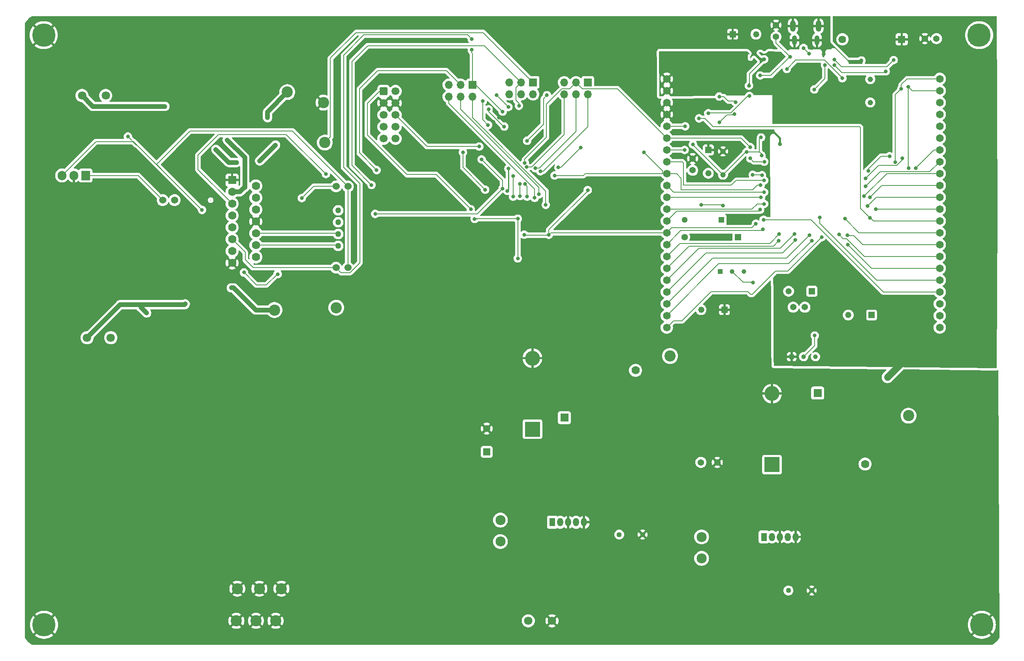
<source format=gbr>
%TF.GenerationSoftware,KiCad,Pcbnew,8.0.4*%
%TF.CreationDate,2024-10-24T16:41:08-04:00*%
%TF.ProjectId,merged,6d657267-6564-42e6-9b69-6361645f7063,rev?*%
%TF.SameCoordinates,Original*%
%TF.FileFunction,Copper,L2,Bot*%
%TF.FilePolarity,Positive*%
%FSLAX46Y46*%
G04 Gerber Fmt 4.6, Leading zero omitted, Abs format (unit mm)*
G04 Created by KiCad (PCBNEW 8.0.4) date 2024-10-24 16:41:08*
%MOMM*%
%LPD*%
G01*
G04 APERTURE LIST*
G04 Aperture macros list*
%AMRoundRect*
0 Rectangle with rounded corners*
0 $1 Rounding radius*
0 $2 $3 $4 $5 $6 $7 $8 $9 X,Y pos of 4 corners*
0 Add a 4 corners polygon primitive as box body*
4,1,4,$2,$3,$4,$5,$6,$7,$8,$9,$2,$3,0*
0 Add four circle primitives for the rounded corners*
1,1,$1+$1,$2,$3*
1,1,$1+$1,$4,$5*
1,1,$1+$1,$6,$7*
1,1,$1+$1,$8,$9*
0 Add four rect primitives between the rounded corners*
20,1,$1+$1,$2,$3,$4,$5,0*
20,1,$1+$1,$4,$5,$6,$7,0*
20,1,$1+$1,$6,$7,$8,$9,0*
20,1,$1+$1,$8,$9,$2,$3,0*%
G04 Aperture macros list end*
%TA.AperFunction,ComponentPad*%
%ADD10C,2.400000*%
%TD*%
%TA.AperFunction,ComponentPad*%
%ADD11C,1.371600*%
%TD*%
%TA.AperFunction,ComponentPad*%
%ADD12C,1.150000*%
%TD*%
%TA.AperFunction,ComponentPad*%
%ADD13R,1.320800X1.320800*%
%TD*%
%TA.AperFunction,ComponentPad*%
%ADD14C,1.320800*%
%TD*%
%TA.AperFunction,ComponentPad*%
%ADD15R,1.397000X1.397000*%
%TD*%
%TA.AperFunction,ComponentPad*%
%ADD16C,1.397000*%
%TD*%
%TA.AperFunction,ComponentPad*%
%ADD17C,1.524000*%
%TD*%
%TA.AperFunction,ComponentPad*%
%ADD18R,1.700000X1.700000*%
%TD*%
%TA.AperFunction,ComponentPad*%
%ADD19O,1.700000X1.700000*%
%TD*%
%TA.AperFunction,ComponentPad*%
%ADD20R,1.778000X1.778000*%
%TD*%
%TA.AperFunction,ComponentPad*%
%ADD21C,1.778000*%
%TD*%
%TA.AperFunction,ComponentPad*%
%ADD22C,0.800000*%
%TD*%
%TA.AperFunction,ComponentPad*%
%ADD23C,5.000000*%
%TD*%
%TA.AperFunction,ComponentPad*%
%ADD24RoundRect,0.250000X-0.600000X-0.600000X0.600000X-0.600000X0.600000X0.600000X-0.600000X0.600000X0*%
%TD*%
%TA.AperFunction,ComponentPad*%
%ADD25C,1.700000*%
%TD*%
%TA.AperFunction,ComponentPad*%
%ADD26O,0.730000X1.460000*%
%TD*%
%TA.AperFunction,ComponentPad*%
%ADD27O,1.200000X2.400000*%
%TD*%
%TA.AperFunction,SMDPad,CuDef*%
%ADD28O,1.050000X2.100000*%
%TD*%
%TA.AperFunction,ComponentPad*%
%ADD29R,0.985000X0.985000*%
%TD*%
%TA.AperFunction,ComponentPad*%
%ADD30C,0.985000*%
%TD*%
%TA.AperFunction,ComponentPad*%
%ADD31C,1.803400*%
%TD*%
%TA.AperFunction,ComponentPad*%
%ADD32C,2.159000*%
%TD*%
%TA.AperFunction,ComponentPad*%
%ADD33R,3.200000X3.200000*%
%TD*%
%TA.AperFunction,ComponentPad*%
%ADD34O,3.200000X3.200000*%
%TD*%
%TA.AperFunction,ComponentPad*%
%ADD35R,1.275000X1.800000*%
%TD*%
%TA.AperFunction,ComponentPad*%
%ADD36O,1.275000X1.800000*%
%TD*%
%TA.AperFunction,ComponentPad*%
%ADD37R,1.625600X1.625600*%
%TD*%
%TA.AperFunction,ComponentPad*%
%ADD38C,1.625600*%
%TD*%
%TA.AperFunction,ComponentPad*%
%ADD39C,1.270000*%
%TD*%
%TA.AperFunction,ComponentPad*%
%ADD40C,1.650000*%
%TD*%
%TA.AperFunction,ComponentPad*%
%ADD41R,1.524000X1.524000*%
%TD*%
%TA.AperFunction,ComponentPad*%
%ADD42R,1.905000X2.000000*%
%TD*%
%TA.AperFunction,ComponentPad*%
%ADD43O,1.905000X2.000000*%
%TD*%
%TA.AperFunction,ComponentPad*%
%ADD44C,1.117600*%
%TD*%
%TA.AperFunction,ComponentPad*%
%ADD45R,1.295400X1.295400*%
%TD*%
%TA.AperFunction,ComponentPad*%
%ADD46C,1.295400*%
%TD*%
%TA.AperFunction,ViaPad*%
%ADD47C,0.800000*%
%TD*%
%TA.AperFunction,Conductor*%
%ADD48C,0.200000*%
%TD*%
%TA.AperFunction,Conductor*%
%ADD49C,0.500000*%
%TD*%
%TA.AperFunction,Conductor*%
%ADD50C,0.400000*%
%TD*%
%TA.AperFunction,Conductor*%
%ADD51C,1.500000*%
%TD*%
%TA.AperFunction,Conductor*%
%ADD52C,1.000000*%
%TD*%
%TA.AperFunction,Conductor*%
%ADD53C,0.250000*%
%TD*%
G04 APERTURE END LIST*
D10*
%TO.P,TP8,1,1*%
%TO.N,Earth*%
X388600000Y-271100000D03*
%TD*%
%TO.P,TP4,1,1*%
%TO.N,Earth*%
X383870000Y-271100000D03*
%TD*%
%TO.P,TP3,1,1*%
%TO.N,Earth*%
X379140000Y-271100000D03*
%TD*%
D11*
%TO.P,C27,1*%
%TO.N,/VCC_3V3*%
X494600000Y-152700000D03*
%TO.P,C27,2*%
%TO.N,Earth*%
X494600000Y-150200000D03*
%TD*%
D12*
%TO.P,C7,1*%
%TO.N,Earth*%
X514800000Y-166800000D03*
%TO.P,C7,2*%
%TO.N,Net-(U6-VBUS)*%
X514800000Y-161800000D03*
%TD*%
D10*
%TO.P,TP7,1,1*%
%TO.N,/MOTORA*%
X389857883Y-164568183D03*
%TD*%
D13*
%TO.P,C2,1*%
%TO.N,Earth*%
X480082000Y-176992200D03*
D14*
%TO.P,C2,2*%
%TO.N,/VCC_3V3*%
X480082000Y-181992190D03*
%TD*%
D11*
%TO.P,C4,1*%
%TO.N,Earth*%
X528986000Y-153093200D03*
%TO.P,C4,2*%
%TO.N,/VCC_5V*%
X526486000Y-153093200D03*
%TD*%
D15*
%TO.P,R11,1*%
%TO.N,/GPIO06*%
X486432000Y-195661200D03*
D16*
%TO.P,R11,2*%
%TO.N,Earth*%
X475002000Y-195661200D03*
%TD*%
D11*
%TO.P,C15,1*%
%TO.N,Net-(U10-VIN)*%
X478499999Y-244000000D03*
%TO.P,C15,2*%
%TO.N,Earth*%
X482000000Y-244000000D03*
%TD*%
D17*
%TO.P,J9,1,1*%
%TO.N,/VCC_13V_FUSE*%
X365705200Y-187746400D03*
%TO.P,J9,2,2*%
%TO.N,Net-(U8-IN)*%
X363165200Y-187746400D03*
%TD*%
D18*
%TO.P,J16,1,Pin_1*%
%TO.N,PB6*%
X454275000Y-162475000D03*
D19*
%TO.P,J16,2,Pin_2*%
%TO.N,PC2*%
X454275000Y-165015000D03*
%TO.P,J16,3,Pin_3*%
%TO.N,PB7*%
X451735000Y-162475000D03*
%TO.P,J16,4,Pin_4*%
%TO.N,PC1*%
X451735000Y-165015000D03*
%TO.P,J16,5,Pin_5*%
%TO.N,PB0*%
X449195000Y-162475000D03*
%TO.P,J16,6,Pin_6*%
%TO.N,PC0*%
X449195000Y-165015000D03*
%TD*%
D20*
%TO.P,CR1,1,CURRENT_SENSING_A*%
%TO.N,Earth*%
X378027883Y-183439250D03*
D21*
%TO.P,CR1,2,OUTPUT_1*%
%TO.N,/MOTORA*%
X383107883Y-184709250D03*
%TO.P,CR1,3,OUTPUT_2*%
%TO.N,Net-(CR1-OUTPUT_2)*%
X378027883Y-185979250D03*
%TO.P,CR1,4,SUPPLY_VOLTAGE_VS*%
%TO.N,/VCC_13V_FUSE*%
X383107883Y-187249250D03*
%TO.P,CR1,5,INPUT_1*%
%TO.N,PB11*%
X378027883Y-188519250D03*
%TO.P,CR1,6,ENABLE_A*%
%TO.N,PC7*%
X383107883Y-189789250D03*
%TO.P,CR1,7,INPUT_2*%
%TO.N,PB10*%
X378027883Y-191059250D03*
%TO.P,CR1,8,GND*%
%TO.N,Earth*%
X383107883Y-192329250D03*
%TO.P,CR1,9,LOGIC_SUPPLY_VOLTAGE_VSS*%
%TO.N,Net-(CR1-LOGIC_SUPPLY_VOLTAGE_VSS)*%
X378027883Y-193599250D03*
%TO.P,CR1,10,INPUT_3*%
%TO.N,PB8*%
X383107883Y-194869250D03*
%TO.P,CR1,11,ENABLE_B*%
%TO.N,PC6*%
X378027883Y-196139250D03*
%TO.P,CR1,12,INPUT_4*%
%TO.N,PB9*%
X383107883Y-197409250D03*
%TO.P,CR1,13,OUTPUT_3*%
%TO.N,/MOTORB*%
X378027883Y-198679250D03*
%TO.P,CR1,14,OUTPUT_4*%
%TO.N,Net-(CR1-OUTPUT_4)*%
X383107883Y-199949250D03*
%TO.P,CR1,15,CURRENT_SENSING_B*%
%TO.N,Earth*%
X378027883Y-201219250D03*
%TD*%
D11*
%TO.P,C1,1*%
%TO.N,Earth*%
X476736000Y-178843200D03*
%TO.P,C1,2*%
%TO.N,/VCC_3V3*%
X476736000Y-181343200D03*
%TD*%
D10*
%TO.P,TP2,1,1*%
%TO.N,/VCC_3V3*%
X471886000Y-221193200D03*
%TD*%
%TO.P,TP1,1,1*%
%TO.N,PC7*%
X397900000Y-175400000D03*
%TD*%
D22*
%TO.P,H3,1,1*%
%TO.N,Earth*%
X536250000Y-152350000D03*
X536799175Y-151024175D03*
X536799175Y-153675825D03*
X538125000Y-150475000D03*
D23*
X538125000Y-152350000D03*
D22*
X538125000Y-154225000D03*
X539450825Y-151024175D03*
X539450825Y-153675825D03*
X540000000Y-152350000D03*
%TD*%
D13*
%TO.P,C9,1*%
%TO.N,Earth*%
X515085990Y-212393200D03*
D14*
%TO.P,C9,2*%
%TO.N,/GPIO00*%
X510086000Y-212393200D03*
%TD*%
D10*
%TO.P,TP10,1,1*%
%TO.N,Earth*%
X397607883Y-166818183D03*
%TD*%
D22*
%TO.P,H2,1,1*%
%TO.N,Earth*%
X335850000Y-278850000D03*
X336399175Y-277524175D03*
X336399175Y-280175825D03*
X337725000Y-276975000D03*
D23*
X337725000Y-278850000D03*
D22*
X337725000Y-280725000D03*
X339050825Y-277524175D03*
X339050825Y-280175825D03*
X339600000Y-278850000D03*
%TD*%
D24*
%TO.P,J17,1,Pin_1*%
%TO.N,NRST*%
X410500000Y-164380000D03*
D25*
%TO.P,J17,2,Pin_2*%
%TO.N,SWDIO_IN*%
X413040000Y-164380000D03*
%TO.P,J17,3,Pin_3*%
%TO.N,Earth*%
X410500000Y-166920000D03*
%TO.P,J17,4,Pin_4*%
X413040000Y-166920000D03*
%TO.P,J17,5,Pin_5*%
%TO.N,unconnected-(J17-Pin_5-Pad5)*%
X410500000Y-169460000D03*
%TO.P,J17,6,Pin_6*%
%TO.N,SWCLK_IN*%
X413040000Y-169460000D03*
%TO.P,J17,7,Pin_7*%
%TO.N,V3.3_IN*%
X410500000Y-172000000D03*
%TO.P,J17,8,Pin_8*%
X413040000Y-172000000D03*
%TO.P,J17,9,Pin_9*%
%TO.N,U5V*%
X410500000Y-174540000D03*
%TO.P,J17,10,Pin_10*%
X413040000Y-174540000D03*
%TD*%
D26*
%TO.P,J1,6,SHIELD*%
%TO.N,Earth*%
X503392750Y-153430000D03*
%TO.P,J1,7,SHIELD__1*%
X498542750Y-153430000D03*
D27*
%TO.P,J1,8,SHIELD__2*%
X503692750Y-150400000D03*
%TO.P,J1,9,SHIELD__3*%
X498242750Y-150400000D03*
D28*
%TO.P,J1,10,SHIELD__4*%
X503392750Y-153430000D03*
%TO.P,J1,11,SHIELD__5*%
X498542750Y-153430000D03*
%TD*%
D29*
%TO.P,J2,01,01*%
%TO.N,/VCC_3V3*%
X482661000Y-203043200D03*
D30*
%TO.P,J2,02,02*%
%TO.N,Net-(J2-Pad02)*%
X485201000Y-203043200D03*
%TO.P,J2,03,03*%
%TO.N,unconnected-(J2-Pad03)*%
X487741000Y-203043200D03*
%TD*%
D22*
%TO.P,H4,1,1*%
%TO.N,Earth*%
X536825000Y-278850000D03*
X537374175Y-277524175D03*
X537374175Y-280175825D03*
X538700000Y-276975000D03*
D23*
X538700000Y-278850000D03*
D22*
X538700000Y-280725000D03*
X540025825Y-277524175D03*
X540025825Y-280175825D03*
X540575000Y-278850000D03*
%TD*%
D13*
%TO.P,C6,1*%
%TO.N,Earth*%
X502285990Y-207293200D03*
D14*
%TO.P,C6,2*%
%TO.N,/VCC_3V3*%
X497286000Y-207293200D03*
%TD*%
D29*
%TO.P,J3,01,01*%
%TO.N,/VCC_5V*%
X497968500Y-221318200D03*
D30*
%TO.P,J3,02,02*%
%TO.N,Net-(J3-Pad02)*%
X500508500Y-221318200D03*
%TO.P,J3,03,03*%
%TO.N,unconnected-(J3-Pad03)*%
X503048500Y-221318200D03*
%TD*%
D10*
%TO.P,TP5,1,1*%
%TO.N,/VCC_5V*%
X523000000Y-234000000D03*
%TD*%
D20*
%TO.P,L2,1,1*%
%TO.N,Net-(D12-K)*%
X503525600Y-229130000D03*
D21*
%TO.P,L2,2,2*%
%TO.N,/VCC_5V*%
X513685600Y-244370000D03*
%TD*%
D31*
%TO.P,J15,1,Pin_1*%
%TO.N,/VCC_13V*%
X441500000Y-278000000D03*
%TO.P,J15,2,Pin_2*%
%TO.N,Earth*%
X446580000Y-278000000D03*
%TD*%
%TO.P,J13,1,1*%
%TO.N,/MOTORA*%
X350935100Y-165296501D03*
%TO.P,J13,2,2*%
%TO.N,Net-(CR1-OUTPUT_2)*%
X345855100Y-165296501D03*
%TD*%
D32*
%TO.P,SW1,1,1*%
%TO.N,/VCC_13V*%
X435534000Y-260994801D03*
%TO.P,SW1,2,2*%
%TO.N,Net-(U9-VIN)*%
X435534000Y-256394800D03*
%TD*%
D33*
%TO.P,D11,1,K*%
%TO.N,Net-(D11-K)*%
X442392000Y-236887600D03*
D34*
%TO.P,D11,2,A*%
%TO.N,Earth*%
X442392000Y-221647600D03*
%TD*%
D11*
%TO.P,C5,1*%
%TO.N,Earth*%
X500786000Y-210718200D03*
%TO.P,C5,2*%
%TO.N,/VCC_3V3*%
X498286000Y-210718200D03*
%TD*%
D35*
%TO.P,U10,1,VIN*%
%TO.N,Net-(U10-VIN)*%
X492000000Y-260000000D03*
D36*
%TO.P,U10,2,OUT*%
%TO.N,Net-(D12-K)*%
X493700000Y-260000000D03*
%TO.P,U10,3,GND*%
%TO.N,Earth*%
X495400000Y-260000000D03*
%TO.P,U10,4,FB*%
%TO.N,/VCC_5V*%
X497100000Y-260000000D03*
%TO.P,U10,5,~{ON}/OFF*%
%TO.N,Earth*%
X498800000Y-260000000D03*
%TD*%
D22*
%TO.P,H1,1,1*%
%TO.N,Earth*%
X335775000Y-152350000D03*
X336324175Y-151024175D03*
X336324175Y-153675825D03*
X337650000Y-150475000D03*
D23*
X337650000Y-152350000D03*
D22*
X337650000Y-154225000D03*
X338975825Y-151024175D03*
X338975825Y-153675825D03*
X339525000Y-152350000D03*
%TD*%
D32*
%TO.P,SW2,1,1*%
%TO.N,/VCC_13V*%
X478644999Y-264600001D03*
%TO.P,SW2,2,2*%
%TO.N,Net-(U10-VIN)*%
X478644999Y-260000000D03*
%TD*%
D17*
%TO.P,J10,1,1*%
%TO.N,Net-(CR1-LOGIC_SUPPLY_VOLTAGE_VSS)*%
X402840000Y-184800000D03*
%TO.P,J10,2,2*%
%TO.N,PC7*%
X400300000Y-184800000D03*
%TD*%
D10*
%TO.P,TP9,1,1*%
%TO.N,/MOTORB*%
X387107883Y-211318183D03*
%TD*%
D33*
%TO.P,D12,1,K*%
%TO.N,Net-(D12-K)*%
X493750000Y-244500000D03*
D34*
%TO.P,D12,2,A*%
%TO.N,Earth*%
X493750000Y-229260000D03*
%TD*%
D10*
%TO.P,TP3,1,1*%
%TO.N,Earth*%
X383150000Y-278000000D03*
%TD*%
D37*
%TO.P,D1,1*%
%TO.N,/VCC_5V*%
X521536000Y-153243200D03*
D38*
%TO.P,D1,2*%
%TO.N,/VBUS*%
X508836000Y-153243200D03*
%TD*%
D13*
%TO.P,C10,1*%
%TO.N,Earth*%
X483536000Y-211253200D03*
D14*
%TO.P,C10,2*%
%TO.N,/EN*%
X478536010Y-211253200D03*
%TD*%
D39*
%TO.P,J12,1,1*%
%TO.N,PB11*%
X400757200Y-189930800D03*
%TO.P,J12,2,2*%
%TO.N,PB10*%
X400757200Y-192470800D03*
%TO.P,J12,3,3*%
%TO.N,PB8*%
X400757200Y-195010800D03*
%TO.P,J12,4,4*%
%TO.N,PB9*%
X400757200Y-197550800D03*
%TD*%
D12*
%TO.P,C3,1*%
%TO.N,Earth*%
X483236000Y-177293200D03*
%TO.P,C3,2*%
%TO.N,/EN*%
X483236000Y-182293200D03*
%TD*%
D31*
%TO.P,J14,1,1*%
%TO.N,/MOTORB*%
X346947300Y-217257499D03*
%TO.P,J14,2,2*%
%TO.N,Net-(CR1-OUTPUT_4)*%
X352027300Y-217257499D03*
%TD*%
D18*
%TO.P,J5,1,Pin_1*%
%TO.N,PC7*%
X442525000Y-162475000D03*
D19*
%TO.P,J5,2,Pin_2*%
%TO.N,PB2*%
X442525000Y-165015000D03*
%TO.P,J5,3,Pin_3*%
%TO.N,PB10*%
X439985000Y-162475000D03*
%TO.P,J5,4,Pin_4*%
%TO.N,PB1*%
X439985000Y-165015000D03*
%TO.P,J5,5,Pin_5*%
%TO.N,PB11*%
X437445000Y-162475000D03*
%TO.P,J5,6,Pin_6*%
%TO.N,PB3*%
X437445000Y-165015000D03*
%TD*%
D40*
%TO.P,J6,1*%
%TO.N,/GPIO14*%
X471186000Y-215073200D03*
%TO.P,J6,2*%
%TO.N,/GPIO13*%
X471186000Y-212533200D03*
%TO.P,J6,3*%
%TO.N,/GPIO12*%
X471186000Y-209993200D03*
%TO.P,J6,4*%
%TO.N,/GPIO11*%
X471186000Y-207453200D03*
%TO.P,J6,5*%
%TO.N,/GPIO10*%
X471186000Y-204913200D03*
%TO.P,J6,6*%
%TO.N,/GPIO09*%
X471186000Y-202373200D03*
%TO.P,J6,7*%
%TO.N,/GPIO46*%
X471186000Y-199833200D03*
%TO.P,J6,8*%
%TO.N,/GPIO03*%
X471186000Y-197293200D03*
%TO.P,J6,9*%
%TO.N,PB6*%
X471186000Y-194753200D03*
%TO.P,J6,10*%
%TO.N,/GPIO08*%
X471186000Y-192213200D03*
%TO.P,J6,11*%
%TO.N,/GPIO18*%
X471186000Y-189673200D03*
%TO.P,J6,12*%
%TO.N,/GPIO17*%
X471186000Y-187133200D03*
%TO.P,J6,13*%
%TO.N,/GPIO16*%
X471186000Y-184593200D03*
%TO.P,J6,14*%
%TO.N,PB0*%
X471186000Y-182053200D03*
%TO.P,J6,15*%
%TO.N,/GPIO07*%
X471186000Y-179513200D03*
%TO.P,J6,16*%
%TO.N,Net-(J6-Pad16)*%
X471186000Y-176973200D03*
%TO.P,J6,17*%
%TO.N,PB7*%
X471186000Y-174433200D03*
%TO.P,J6,18*%
%TO.N,/EN*%
X471186000Y-171893200D03*
%TO.P,J6,19*%
%TO.N,Earth*%
X471186000Y-169353200D03*
%TO.P,J6,20*%
X471186000Y-166813200D03*
%TO.P,J6,21*%
%TO.N,/VCC_5V*%
X471186000Y-164273200D03*
%TO.P,J6,22*%
X471186000Y-161733200D03*
%TD*%
D41*
%TO.P,C13,1*%
%TO.N,Net-(U9-VIN)*%
X432587600Y-241770750D03*
D17*
%TO.P,C13,2*%
%TO.N,Earth*%
X432587600Y-236766950D03*
%TD*%
D18*
%TO.P,J4,1,Pin_1*%
%TO.N,PC6*%
X429540000Y-163000000D03*
D19*
%TO.P,J4,2,Pin_2*%
%TO.N,PA2*%
X429540000Y-165540000D03*
%TO.P,J4,3,Pin_3*%
%TO.N,PB8*%
X427000000Y-163000000D03*
%TO.P,J4,4,Pin_4*%
%TO.N,PA1*%
X427000000Y-165540000D03*
%TO.P,J4,5,Pin_5*%
%TO.N,PB9*%
X424460000Y-163000000D03*
%TO.P,J4,6,Pin_6*%
%TO.N,PA0*%
X424460000Y-165540000D03*
%TD*%
D10*
%TO.P,TP8,1,1*%
%TO.N,Earth*%
X378950000Y-278000000D03*
%TD*%
D13*
%TO.P,C8,1*%
%TO.N,Earth*%
X485300000Y-152143200D03*
D14*
%TO.P,C8,2*%
%TO.N,/VCC_5V*%
X490299990Y-152143200D03*
%TD*%
D35*
%TO.P,U9,1,VIN*%
%TO.N,Net-(U9-VIN)*%
X446659200Y-256852000D03*
D36*
%TO.P,U9,2,OUT*%
%TO.N,Net-(D11-K)*%
X448359200Y-256852000D03*
%TO.P,U9,3,GND*%
%TO.N,Earth*%
X450059200Y-256852000D03*
%TO.P,U9,4,FB*%
%TO.N,/VCC_3V3*%
X451759200Y-256852000D03*
%TO.P,U9,5,~{ON}/OFF*%
%TO.N,Earth*%
X453459200Y-256852000D03*
%TD*%
D17*
%TO.P,J11,1,1*%
%TO.N,PC6*%
X400300000Y-202237100D03*
%TO.P,J11,2,2*%
%TO.N,Net-(CR1-LOGIC_SUPPLY_VOLTAGE_VSS)*%
X402840000Y-202237100D03*
%TD*%
D42*
%TO.P,U8,1,IN*%
%TO.N,Net-(U8-IN)*%
X346655200Y-182463200D03*
D43*
%TO.P,U8,2,GND*%
%TO.N,Earth*%
X344115200Y-182463200D03*
%TO.P,U8,3,OUT*%
%TO.N,Net-(CR1-LOGIC_SUPPLY_VOLTAGE_VSS)*%
X341575200Y-182463200D03*
%TD*%
D10*
%TO.P,TP4,1,1*%
%TO.N,Earth*%
X387350000Y-278000000D03*
%TD*%
D44*
%TO.P,C16,1*%
%TO.N,/VCC_5V*%
X497250000Y-271500000D03*
%TO.P,C16,2*%
%TO.N,Earth*%
X502253800Y-271500000D03*
%TD*%
%TO.P,C14,1*%
%TO.N,/VCC_3V3*%
X460996200Y-259500000D03*
%TO.P,C14,2*%
%TO.N,Earth*%
X466000000Y-259500000D03*
%TD*%
D10*
%TO.P,TP6,1,1*%
%TO.N,PC6*%
X400357883Y-210818183D03*
%TD*%
D20*
%TO.P,L1,1,1*%
%TO.N,Net-(D11-K)*%
X449250000Y-234429200D03*
D21*
%TO.P,L1,2,2*%
%TO.N,/VCC_3V3*%
X464490000Y-224269200D03*
%TD*%
D40*
%TO.P,J7,1*%
%TO.N,Earth*%
X529686000Y-215073200D03*
%TO.P,J7,2*%
X529686000Y-212533200D03*
%TO.P,J7,3*%
X529686000Y-209993200D03*
%TO.P,J7,4*%
%TO.N,/GPIO19*%
X529686000Y-207453200D03*
%TO.P,J7,5*%
%TO.N,/GPIO20*%
X529686000Y-204913200D03*
%TO.P,J7,6*%
%TO.N,/GPIO21*%
X529686000Y-202373200D03*
%TO.P,J7,7*%
%TO.N,/GPIO47*%
X529686000Y-199833200D03*
%TO.P,J7,8*%
%TO.N,/GPIO48*%
X529686000Y-197293200D03*
%TO.P,J7,9*%
%TO.N,/GPIO45*%
X529686000Y-194753200D03*
%TO.P,J7,10*%
%TO.N,/GPIO00*%
X529686000Y-192213200D03*
%TO.P,J7,11*%
%TO.N,/GPIO35*%
X529686000Y-189673200D03*
%TO.P,J7,12*%
%TO.N,/GPIO36*%
X529686000Y-187133200D03*
%TO.P,J7,13*%
%TO.N,/GPIO37*%
X529686000Y-184593200D03*
%TO.P,J7,14*%
%TO.N,/GPIO38*%
X529686000Y-182053200D03*
%TO.P,J7,15*%
%TO.N,/GPIO39*%
X529686000Y-179513200D03*
%TO.P,J7,16*%
%TO.N,/GPIO40*%
X529686000Y-176973200D03*
%TO.P,J7,17*%
%TO.N,/GPIO41*%
X529686000Y-174433200D03*
%TO.P,J7,18*%
%TO.N,/GPIO42*%
X529686000Y-171893200D03*
%TO.P,J7,19*%
%TO.N,/GPIO02*%
X529686000Y-169353200D03*
%TO.P,J7,20*%
%TO.N,/GPIO01*%
X529686000Y-166813200D03*
%TO.P,J7,21*%
%TO.N,/U0RXD*%
X529686000Y-164273200D03*
%TO.P,J7,22*%
%TO.N,/U0TXD*%
X529686000Y-161733200D03*
%TD*%
D45*
%TO.P,R12,1*%
%TO.N,/GPIO06*%
X482876000Y-192000000D03*
D46*
%TO.P,R12,2*%
%TO.N,Net-(J6-Pad16)*%
X475002000Y-192000000D03*
%TD*%
D47*
%TO.N,Net-(CR1-LOGIC_SUPPLY_VOLTAGE_VSS)*%
X355700000Y-174100000D03*
%TO.N,Earth*%
X504800000Y-156400000D03*
X488800000Y-163200000D03*
%TO.N,/VCC_3V3*%
X497600000Y-157000000D03*
X491200000Y-161000000D03*
%TO.N,/DTR*%
X505100000Y-158800000D03*
X502800000Y-164000000D03*
%TO.N,Net-(U6-RXD)*%
X518100000Y-160100000D03*
X507100000Y-158800000D03*
%TO.N,Net-(U6-TXD)*%
X519800000Y-157700000D03*
X507100000Y-157600000D03*
%TO.N,Net-(U6-VBUS)*%
X496900000Y-159600000D03*
X508800000Y-161600000D03*
%TO.N,/USB_DP*%
X501700000Y-156300000D03*
X500500000Y-155100000D03*
%TO.N,Earth*%
X435250000Y-170000000D03*
X440600000Y-170100000D03*
X505600000Y-153400000D03*
X492050000Y-157525000D03*
X495449000Y-175722200D03*
X492070000Y-155400000D03*
X448000000Y-168250000D03*
X457000000Y-185350000D03*
X459400000Y-185350000D03*
X461950000Y-183200000D03*
X434000000Y-171000000D03*
X512900000Y-157793200D03*
X462000000Y-185250000D03*
X442000000Y-179250000D03*
X483765000Y-195788200D03*
X448100000Y-187500000D03*
X459600000Y-183150000D03*
X477542000Y-195661200D03*
X441250000Y-191250000D03*
X461650000Y-187650000D03*
X458850000Y-187650000D03*
X457150000Y-183250000D03*
X456350000Y-187600000D03*
%TO.N,/GPIO41*%
X521636000Y-178743200D03*
X513786000Y-183093200D03*
%TO.N,/GPIO20*%
X503936000Y-191493200D03*
%TO.N,/GPIO42*%
X514386000Y-181453200D03*
X518936000Y-178343200D03*
%TO.N,/GPIO11*%
X498686000Y-196293200D03*
%TO.N,/GPIO39*%
X513786000Y-184793200D03*
%TO.N,/GPIO06*%
X489607000Y-182326200D03*
X491586000Y-182393200D03*
%TO.N,/GPIO40*%
X524536000Y-180853200D03*
%TO.N,/GPIO10*%
X498586000Y-194993200D03*
%TO.N,/GPIO47*%
X508095650Y-195083550D03*
%TO.N,/GPIO36*%
X514186000Y-189043200D03*
%TO.N,/GPIO37*%
X514711000Y-187118200D03*
%TO.N,/GPIO07*%
X492036000Y-183543200D03*
%TO.N,/GPIO09*%
X495186000Y-196493200D03*
%TO.N,/GPIO19*%
X491936000Y-191943200D03*
%TO.N,/GPIO12*%
X501786000Y-195293200D03*
%TO.N,/GPIO21*%
X509986000Y-197293200D03*
%TO.N,/GPIO45*%
X509386000Y-191743200D03*
%TO.N,/GPIO38*%
X513486000Y-186893200D03*
%TO.N,/GPIO46*%
X495286000Y-195043200D03*
%TO.N,/GPIO14*%
X504386000Y-195693200D03*
%TO.N,/GPIO35*%
X515986000Y-189663200D03*
%TO.N,/GPIO08*%
X491186000Y-189793200D03*
%TO.N,/GPIO13*%
X502239600Y-196439600D03*
%TO.N,/U0RXD*%
X523026000Y-180853200D03*
X522956000Y-163453200D03*
%TO.N,/EN*%
X488286000Y-177393200D03*
X491386000Y-174293200D03*
X478586000Y-188793200D03*
X476786000Y-175793200D03*
X483186000Y-188893200D03*
X475129000Y-171912200D03*
X491486000Y-178193200D03*
%TO.N,/U0TXD*%
X520166000Y-179623200D03*
X521450000Y-163850000D03*
%TO.N,/GPIO18*%
X492036000Y-188543200D03*
%TO.N,/GPIO16*%
X492036000Y-186043200D03*
%TO.N,/GPIO03*%
X491786000Y-194043200D03*
%TO.N,/GPIO48*%
X509886000Y-195293200D03*
%TO.N,/GPIO17*%
X491385000Y-187152200D03*
%TO.N,/GPIO00*%
X514716000Y-191563200D03*
X478086000Y-170213200D03*
%TO.N,/VCC_5V*%
X525167000Y-160482200D03*
X524405000Y-154640200D03*
X487194000Y-156545200D03*
X518500000Y-225750000D03*
X523008000Y-156037200D03*
X482749000Y-159085200D03*
X500286000Y-216593200D03*
X476780000Y-156545200D03*
X487194000Y-159085200D03*
X524659000Y-150223200D03*
X517200000Y-150223200D03*
X471192000Y-156545200D03*
X514490333Y-150223200D03*
X471192000Y-159085200D03*
X519574666Y-150223200D03*
X482749000Y-156545200D03*
X476780000Y-159085200D03*
%TO.N,Net-(J2-Pad02)*%
X489686000Y-205393200D03*
%TO.N,Net-(J3-Pad02)*%
X502886000Y-216793200D03*
%TO.N,Net-(R7-Pad2)*%
X485914859Y-166710329D03*
X482436000Y-165518200D03*
%TO.N,/DTR*%
X480086000Y-169093200D03*
X488911000Y-165393200D03*
%TO.N,Net-(R8-Pad1)*%
X482461000Y-171018200D03*
X485686000Y-169293200D03*
%TO.N,Net-(J6-Pad16)*%
X475002000Y-176992200D03*
%TO.N,Net-(CR1-OUTPUT_2)*%
X363622400Y-167629600D03*
X376982800Y-174843200D03*
%TO.N,Net-(CR1-LOGIC_SUPPLY_VOLTAGE_VSS)*%
X371587200Y-189858400D03*
%TO.N,/MOTORA*%
X385607883Y-170068183D03*
X378964000Y-179669200D03*
X374544400Y-176875200D03*
X383931600Y-179342800D03*
X387335200Y-175939200D03*
%TO.N,/MOTORB*%
X359700000Y-211956400D03*
X377857883Y-206568183D03*
X367980400Y-210026000D03*
%TO.N,/STM_3V3*%
X437250000Y-181000000D03*
X437000000Y-185750000D03*
%TO.N,NRST*%
X430000000Y-191775000D03*
X439250000Y-191750000D03*
X439250000Y-200250000D03*
X429175000Y-189700000D03*
%TO.N,PB8*%
X427500000Y-177500000D03*
X432250000Y-185500000D03*
X409000000Y-181300000D03*
%TO.N,PA0*%
X442875000Y-187250000D03*
%TO.N,PA1*%
X443750000Y-186500000D03*
%TO.N,PB9*%
X436000000Y-185250000D03*
X432875000Y-171625000D03*
X431750000Y-166500000D03*
X408700000Y-190700000D03*
X431500000Y-179000000D03*
%TO.N,PC6*%
X436000000Y-168750000D03*
X429400000Y-153200000D03*
X429400000Y-155500000D03*
%TO.N,PA2*%
X445250000Y-188750000D03*
%TO.N,PB11*%
X434750000Y-165250000D03*
X437250000Y-167750000D03*
X398134000Y-182166000D03*
%TO.N,PB2*%
X452750000Y-176500000D03*
X447950000Y-180750000D03*
%TO.N,PB10*%
X439500000Y-167500000D03*
X387792400Y-203625200D03*
X380578800Y-203269600D03*
X407900000Y-184500000D03*
%TO.N,PC7*%
X445500000Y-165250000D03*
X392974000Y-187318400D03*
X441250000Y-175000000D03*
%TO.N,PB7*%
X489086000Y-176393200D03*
X489086000Y-178793200D03*
X492086000Y-179493200D03*
X440750000Y-179750000D03*
%TO.N,PB0*%
X466250000Y-177500000D03*
X447150000Y-182450000D03*
X491286000Y-184543200D03*
%TO.N,PC2*%
X444095786Y-181555431D03*
X440800000Y-184300000D03*
X441250000Y-187000000D03*
%TO.N,PB6*%
X445900000Y-195200000D03*
X490286000Y-192793200D03*
X440650000Y-195150000D03*
X454250000Y-185600000D03*
%TO.N,PC0*%
X441154493Y-180664542D03*
X438300000Y-182600000D03*
X438250000Y-187000000D03*
%TO.N,PC1*%
X443000000Y-180900000D03*
X439700000Y-184300000D03*
X439736180Y-186863820D03*
%TO.N,SWCLK_IN*%
X431000000Y-176250000D03*
%TO.N,SWDIO_IN*%
X436350000Y-171950000D03*
X433000000Y-168250000D03*
%TD*%
D48*
%TO.N,Net-(CR1-LOGIC_SUPPLY_VOLTAGE_VSS)*%
X357535600Y-175935600D02*
X357664400Y-175935600D01*
X364272000Y-182543200D02*
X357664400Y-175935600D01*
X355700000Y-174100000D02*
X357535600Y-175935600D01*
X357664400Y-175935600D02*
X356906000Y-175177200D01*
X348861200Y-175177200D02*
X356906000Y-175177200D01*
%TO.N,Net-(U6-VBUS)*%
X508800000Y-161510050D02*
X508800000Y-161600000D01*
X498800000Y-157700000D02*
X504989950Y-157700000D01*
X504989950Y-157700000D02*
X508800000Y-161510050D01*
X496900000Y-159600000D02*
X498800000Y-157700000D01*
%TO.N,/DTR*%
X505100000Y-161700000D02*
X502800000Y-164000000D01*
X505100000Y-158800000D02*
X505100000Y-161700000D01*
%TO.N,Earth*%
X504800000Y-154200000D02*
X505600000Y-153400000D01*
X504800000Y-156400000D02*
X504800000Y-154200000D01*
%TO.N,/VCC_3V3*%
X494600000Y-154000000D02*
X497600000Y-157000000D01*
X494600000Y-152700000D02*
X494600000Y-154000000D01*
%TO.N,Earth*%
X488900000Y-163100000D02*
X488900000Y-160675000D01*
X488900000Y-160675000D02*
X492050000Y-157525000D01*
X488800000Y-163200000D02*
X488900000Y-163100000D01*
%TO.N,/VCC_3V3*%
X493500000Y-161000000D02*
X491200000Y-161000000D01*
X497500000Y-157000000D02*
X493500000Y-161000000D01*
X497600000Y-157000000D02*
X497500000Y-157000000D01*
%TO.N,Net-(U6-RXD)*%
X517800000Y-160400000D02*
X518100000Y-160100000D01*
X507100000Y-158800000D02*
X508700000Y-160400000D01*
X508700000Y-160400000D02*
X517800000Y-160400000D01*
%TO.N,Net-(U6-TXD)*%
X518400000Y-159100000D02*
X519800000Y-157700000D01*
X507100000Y-157600000D02*
X508600000Y-159100000D01*
X508600000Y-159100000D02*
X518400000Y-159100000D01*
D49*
%TO.N,Earth*%
X491225000Y-157525000D02*
X492050000Y-157525000D01*
X489100000Y-155400000D02*
X491225000Y-157525000D01*
D48*
X492070000Y-155400000D02*
X489100000Y-155400000D01*
%TO.N,/USB_DP*%
X501700000Y-156300000D02*
X500500000Y-155100000D01*
%TO.N,*%
X373426800Y-187746400D02*
X373426800Y-187746400D01*
D50*
%TO.N,Earth*%
X494086000Y-173093200D02*
X492586000Y-173093200D01*
D48*
X489136000Y-157273200D02*
X489136000Y-156893200D01*
D50*
X495406000Y-175673200D02*
X495406000Y-174413200D01*
D48*
X498542750Y-153430000D02*
X503392750Y-153430000D01*
X483638000Y-195661200D02*
X483765000Y-195788200D01*
X512900000Y-157793200D02*
X509993200Y-157793200D01*
D50*
X495406000Y-174413200D02*
X494086000Y-173093200D01*
D48*
X477542000Y-195661200D02*
X483638000Y-195661200D01*
X512900000Y-157793200D02*
X512935990Y-157793200D01*
X509993200Y-157793200D02*
X505600000Y-153400000D01*
%TO.N,/GPIO41*%
X521636000Y-179143150D02*
X521636000Y-178743200D01*
X513786000Y-183093200D02*
X516556000Y-180323200D01*
X520455950Y-180323200D02*
X521636000Y-179143150D01*
X516556000Y-180323200D02*
X520455950Y-180323200D01*
%TO.N,/GPIO20*%
X516146000Y-204903200D02*
X529686000Y-204903200D01*
X503936000Y-191493200D02*
X503936000Y-192693200D01*
X503936000Y-192693200D02*
X516146000Y-204903200D01*
%TO.N,/GPIO42*%
X517086000Y-178343200D02*
X518936000Y-178343200D01*
X514386000Y-181043200D02*
X517086000Y-178343200D01*
X514386000Y-181453200D02*
X514386000Y-181043200D01*
%TO.N,/GPIO11*%
X496036000Y-199043200D02*
X498686000Y-196393200D01*
X479596000Y-199043200D02*
X496036000Y-199043200D01*
X498686000Y-196393200D02*
X498686000Y-196293200D01*
X471186000Y-207453200D02*
X479596000Y-199043200D01*
%TO.N,/GPIO39*%
X527546000Y-181643200D02*
X529686000Y-179503200D01*
X516936000Y-181643200D02*
X527546000Y-181643200D01*
X513786000Y-184793200D02*
X516936000Y-181643200D01*
%TO.N,/GPIO06*%
X491519000Y-182326200D02*
X491586000Y-182393200D01*
X489607000Y-182326200D02*
X491519000Y-182326200D01*
%TO.N,/GPIO40*%
X524536000Y-180853200D02*
X528426000Y-176963200D01*
X528426000Y-176963200D02*
X529686000Y-176963200D01*
%TO.N,/GPIO10*%
X478056000Y-198043200D02*
X471186000Y-204913200D01*
X498586000Y-194993200D02*
X495536000Y-198043200D01*
X495536000Y-198043200D02*
X478056000Y-198043200D01*
%TO.N,/GPIO47*%
X509686000Y-195993200D02*
X513516000Y-199823200D01*
X508095650Y-195083550D02*
X509005300Y-195993200D01*
X513516000Y-199823200D02*
X529686000Y-199823200D01*
X509005300Y-195993200D02*
X509686000Y-195993200D01*
%TO.N,/GPIO36*%
X516106000Y-187123200D02*
X529686000Y-187123200D01*
X514186000Y-189043200D02*
X516106000Y-187123200D01*
%TO.N,/GPIO37*%
X514711000Y-187118200D02*
X517246000Y-184583200D01*
X517246000Y-184583200D02*
X529686000Y-184583200D01*
%TO.N,/GPIO07*%
X486036000Y-183543200D02*
X485036000Y-184543200D01*
X485036000Y-184543200D02*
X474786000Y-184543200D01*
X474786000Y-179793200D02*
X474506000Y-179513200D01*
X492036000Y-183543200D02*
X486036000Y-183543200D01*
X474506000Y-179513200D02*
X471186000Y-179513200D01*
X474786000Y-184543200D02*
X474786000Y-179793200D01*
%TO.N,/GPIO09*%
X475916000Y-197643200D02*
X471186000Y-202373200D01*
X495186000Y-196493200D02*
X494036000Y-197643200D01*
X494036000Y-197643200D02*
X475916000Y-197643200D01*
%TO.N,/GPIO19*%
X517586000Y-207443200D02*
X529686000Y-207443200D01*
X491936000Y-191943200D02*
X502086000Y-191943200D01*
X502086000Y-191943200D02*
X517586000Y-207443200D01*
%TO.N,/GPIO12*%
X480986000Y-200193200D02*
X471186000Y-209993200D01*
X501786000Y-195293200D02*
X496886000Y-200193200D01*
X496886000Y-200193200D02*
X480986000Y-200193200D01*
%TO.N,/GPIO21*%
X509986000Y-197293200D02*
X515056000Y-202363200D01*
X515056000Y-202363200D02*
X529686000Y-202363200D01*
%TO.N,/GPIO45*%
X509386000Y-191743200D02*
X512386000Y-194743200D01*
X512386000Y-194743200D02*
X529686000Y-194743200D01*
%TO.N,/GPIO38*%
X513486000Y-186893200D02*
X518336000Y-182043200D01*
X518336000Y-182043200D02*
X529686000Y-182043200D01*
%TO.N,/GPIO46*%
X493288500Y-197040700D02*
X473978500Y-197040700D01*
X473978500Y-197040700D02*
X471186000Y-199833200D01*
X495286000Y-195043200D02*
X493288500Y-197040700D01*
%TO.N,/GPIO14*%
X497086000Y-202993200D02*
X494486000Y-202993200D01*
X480686000Y-207393200D02*
X474421000Y-213658200D01*
X489186000Y-207993200D02*
X488586000Y-207393200D01*
X494486000Y-202993200D02*
X489486000Y-207993200D01*
X488586000Y-207393200D02*
X480686000Y-207393200D01*
X472601000Y-213658200D02*
X471186000Y-215073200D01*
X474421000Y-213658200D02*
X472601000Y-213658200D01*
X504386000Y-195693200D02*
X497086000Y-202993200D01*
X489486000Y-207993200D02*
X489186000Y-207993200D01*
%TO.N,/GPIO35*%
X515986000Y-189663200D02*
X529686000Y-189663200D01*
%TO.N,/GPIO08*%
X491186000Y-189793200D02*
X490906000Y-190073200D01*
X473326000Y-190073200D02*
X471186000Y-192213200D01*
X490906000Y-190073200D02*
X473326000Y-190073200D01*
%TO.N,/GPIO13*%
X502239600Y-196439600D02*
X497286000Y-201393200D01*
X497286000Y-201393200D02*
X482326000Y-201393200D01*
X482326000Y-201393200D02*
X471186000Y-212533200D01*
%TO.N,/U0RXD*%
X522956000Y-180783200D02*
X523026000Y-180853200D01*
X523766000Y-164263200D02*
X529686000Y-164263200D01*
X522956000Y-163453200D02*
X523766000Y-164263200D01*
X522956000Y-163453200D02*
X522956000Y-180783200D01*
%TO.N,/EN*%
X491036000Y-174643200D02*
X491036000Y-177393200D01*
X475129000Y-171912200D02*
X471205000Y-171912200D01*
X483086000Y-188793200D02*
X483186000Y-188893200D01*
X478586000Y-188793200D02*
X483086000Y-188793200D01*
X483236000Y-182293200D02*
X476786000Y-175843200D01*
X471205000Y-171912200D02*
X471186000Y-171893200D01*
X488286000Y-177393200D02*
X491036000Y-177393200D01*
X491486000Y-178193200D02*
X491486000Y-177843200D01*
X491486000Y-177843200D02*
X491036000Y-177393200D01*
X491386000Y-174293200D02*
X491036000Y-174643200D01*
X488286000Y-177393200D02*
X488136000Y-177393200D01*
X488136000Y-177393200D02*
X483236000Y-182293200D01*
X476786000Y-175843200D02*
X476786000Y-175793200D01*
%TO.N,/U0TXD*%
X521450000Y-162950000D02*
X522676800Y-161723200D01*
X522676800Y-161723200D02*
X529686000Y-161723200D01*
X520166000Y-165134000D02*
X520166000Y-179623200D01*
X521450000Y-163850000D02*
X521450000Y-162950000D01*
X521450000Y-163850000D02*
X520166000Y-165134000D01*
%TO.N,/GPIO18*%
X489426800Y-189673200D02*
X471186000Y-189673200D01*
X490556800Y-188543200D02*
X489426800Y-189673200D01*
X492036000Y-188543200D02*
X490556800Y-188543200D01*
%TO.N,/GPIO16*%
X472636000Y-186043200D02*
X471186000Y-184593200D01*
X492036000Y-186043200D02*
X472636000Y-186043200D01*
%TO.N,/GPIO03*%
X491786000Y-194043200D02*
X491536000Y-194293200D01*
X474186000Y-194293200D02*
X471186000Y-197293200D01*
X491536000Y-194293200D02*
X474186000Y-194293200D01*
%TO.N,/GPIO48*%
X509886000Y-195293200D02*
X509975950Y-195293200D01*
X513176000Y-197283200D02*
X513286000Y-197283200D01*
X510075950Y-195393200D02*
X511286000Y-195393200D01*
X513286000Y-197283200D02*
X529686000Y-197283200D01*
X511286000Y-195393200D02*
X513176000Y-197283200D01*
X509975950Y-195293200D02*
X510075950Y-195393200D01*
%TO.N,/GPIO17*%
X491239000Y-187133200D02*
X471186000Y-187133200D01*
X491258000Y-187152200D02*
X491239000Y-187133200D01*
%TO.N,/GPIO00*%
X478006005Y-170293195D02*
X478086000Y-170213200D01*
X514816000Y-191563200D02*
X515456000Y-192203200D01*
X512486000Y-171993200D02*
X481086000Y-171993200D01*
X481086000Y-171993200D02*
X479306000Y-170213200D01*
X512686000Y-172193200D02*
X512486000Y-171993200D01*
X515456000Y-192203200D02*
X529686000Y-192203200D01*
X514716000Y-191563200D02*
X514816000Y-191563200D01*
X512686000Y-189533200D02*
X512686000Y-172193200D01*
X514716000Y-191563200D02*
X512686000Y-189533200D01*
X479306000Y-170213200D02*
X478086000Y-170213200D01*
D51*
%TO.N,/VCC_5V*%
X518500000Y-225750000D02*
X522000000Y-222250000D01*
D48*
%TO.N,Net-(J2-Pad02)*%
X485201000Y-203043200D02*
X487532800Y-205375000D01*
X489667800Y-205375000D02*
X489686000Y-205393200D01*
X487532800Y-205375000D02*
X489667800Y-205375000D01*
%TO.N,Net-(J3-Pad02)*%
X502886000Y-218940700D02*
X500508500Y-221318200D01*
X502886000Y-216793200D02*
X502886000Y-218940700D01*
%TO.N,Net-(R7-Pad2)*%
X484361000Y-166468200D02*
X483436000Y-165543200D01*
X483436000Y-165543200D02*
X482461000Y-165543200D01*
X485914859Y-166710329D02*
X485672730Y-166468200D01*
X482461000Y-165543200D02*
X482436000Y-165518200D01*
X485672730Y-166468200D02*
X484361000Y-166468200D01*
%TO.N,/DTR*%
X488596050Y-165393200D02*
X484946050Y-169043200D01*
X480136000Y-169043200D02*
X480086000Y-169093200D01*
X488911000Y-165393200D02*
X488596050Y-165393200D01*
X484946050Y-169043200D02*
X480136000Y-169043200D01*
%TO.N,Net-(R8-Pad1)*%
X484036000Y-169443200D02*
X482461000Y-171018200D01*
X485686000Y-169293200D02*
X485536000Y-169443200D01*
X485536000Y-169443200D02*
X484036000Y-169443200D01*
%TO.N,Net-(J6-Pad16)*%
X474716000Y-176973200D02*
X471186000Y-176973200D01*
D52*
%TO.N,Net-(CR1-OUTPUT_2)*%
X376982800Y-174843200D02*
X380742000Y-178602400D01*
D48*
X380589600Y-185054000D02*
X380742000Y-185054000D01*
D52*
X363622400Y-167629600D02*
X348188199Y-167629600D01*
X380742000Y-178602400D02*
X380742000Y-185054000D01*
X379664350Y-185979250D02*
X378027883Y-185979250D01*
X379664350Y-185979250D02*
X380589600Y-185054000D01*
X348188199Y-167629600D02*
X345855100Y-165296501D01*
D48*
%TO.N,Net-(U8-IN)*%
X357882000Y-182463200D02*
X363165200Y-187746400D01*
X346655200Y-182463200D02*
X357882000Y-182463200D01*
%TO.N,Net-(CR1-LOGIC_SUPPLY_VOLTAGE_VSS)*%
X361884400Y-180003200D02*
X368996400Y-172891200D01*
X402840000Y-202237100D02*
X402840000Y-184800000D01*
X390931200Y-172891200D02*
X402557157Y-184517157D01*
X368996400Y-172891200D02*
X390931200Y-172891200D01*
X371587200Y-189858400D02*
X364272000Y-182543200D01*
X364272000Y-182543200D02*
X361884400Y-180155600D01*
X361884400Y-180155600D02*
X361884400Y-180003200D01*
X348861200Y-175177200D02*
X341575200Y-182463200D01*
D52*
%TO.N,/MOTORA*%
X377338400Y-179669200D02*
X378964000Y-179669200D01*
X383931600Y-179342800D02*
X387335200Y-175939200D01*
X374544400Y-176875200D02*
X377338400Y-179669200D01*
X385607883Y-170068183D02*
X385607883Y-168818183D01*
X385607883Y-168818183D02*
X389857883Y-164568183D01*
%TO.N,/MOTORB*%
X367828000Y-210178400D02*
X358480800Y-210178400D01*
X358480800Y-210178400D02*
X358480800Y-210737200D01*
X358480800Y-210178400D02*
X354026399Y-210178400D01*
X358480800Y-210737200D02*
X359700000Y-211956400D01*
X354026399Y-210178400D02*
X346947300Y-217257499D01*
X378357883Y-206568183D02*
X383107883Y-211318183D01*
X383107883Y-211318183D02*
X387107883Y-211318183D01*
X367980400Y-210026000D02*
X367828000Y-210178400D01*
X377857883Y-206568183D02*
X378357883Y-206568183D01*
D53*
%TO.N,/STM_3V3*%
X437250000Y-181000000D02*
X437250000Y-185500000D01*
X437250000Y-185500000D02*
X437000000Y-185750000D01*
D48*
%TO.N,NRST*%
X430000000Y-191775000D02*
X430575000Y-191775000D01*
X430575000Y-191775000D02*
X430700000Y-191650000D01*
X429175000Y-189675000D02*
X421775000Y-182275000D01*
X415525000Y-182275000D02*
X407000000Y-173750000D01*
X407000000Y-167000000D02*
X409620000Y-164380000D01*
X439250000Y-191750000D02*
X430025000Y-191750000D01*
X429175000Y-189700000D02*
X429175000Y-189675000D01*
X407000000Y-173750000D02*
X407000000Y-167000000D01*
X439250000Y-200250000D02*
X439250000Y-191750000D01*
X409620000Y-164380000D02*
X410500000Y-164380000D01*
X421775000Y-182275000D02*
X415525000Y-182275000D01*
X430025000Y-191750000D02*
X430000000Y-191775000D01*
%TO.N,PB8*%
X409000000Y-181300000D02*
X405300000Y-177600000D01*
X427500000Y-180750000D02*
X427500000Y-177500000D01*
X405300000Y-177600000D02*
X405300000Y-163900000D01*
X383107883Y-194869250D02*
X400615650Y-194869250D01*
X409200000Y-160000000D02*
X424000000Y-160000000D01*
X424000000Y-160000000D02*
X427000000Y-163000000D01*
X400615650Y-194869250D02*
X400757200Y-195010800D01*
X405300000Y-163900000D02*
X409200000Y-160000000D01*
X432250000Y-185500000D02*
X427500000Y-180750000D01*
%TO.N,PA0*%
X442875000Y-185375000D02*
X424460000Y-166960000D01*
X442875000Y-187250000D02*
X442875000Y-185375000D01*
X424460000Y-166960000D02*
X424460000Y-165540000D01*
%TO.N,PA1*%
X443750000Y-186500000D02*
X443750000Y-185000000D01*
X443750000Y-185000000D02*
X427000000Y-168250000D01*
X427000000Y-168250000D02*
X427000000Y-165540000D01*
%TO.N,PB9*%
X432875000Y-171625000D02*
X431750000Y-170500000D01*
X430539950Y-190700000D02*
X435989950Y-185250000D01*
X408700000Y-190700000D02*
X430539950Y-190700000D01*
X435989950Y-185250000D02*
X436000000Y-185250000D01*
X400615650Y-197409250D02*
X400757200Y-197550800D01*
X436000000Y-185250000D02*
X436000000Y-183500000D01*
X383107883Y-197409250D02*
X400615650Y-197409250D01*
X431750000Y-170500000D02*
X431750000Y-166500000D01*
X436000000Y-183500000D02*
X431500000Y-179000000D01*
%TO.N,PC6*%
X380832800Y-200526400D02*
X380832800Y-198944167D01*
X429400000Y-155500000D02*
X429400000Y-156120000D01*
X429400000Y-156120000D02*
X429540000Y-156260000D01*
X382543500Y-202237100D02*
X380832800Y-200526400D01*
X401362000Y-203299100D02*
X400300000Y-202237100D01*
X401941600Y-156658400D02*
X401941600Y-180741600D01*
X401941600Y-180741600D02*
X405400000Y-184200000D01*
X406300000Y-152300000D02*
X401941600Y-156658400D01*
X429540000Y-156260000D02*
X429540000Y-163000000D01*
X380832800Y-198944167D02*
X378027883Y-196139250D01*
X428500000Y-152300000D02*
X406300000Y-152300000D01*
X430250000Y-163000000D02*
X429540000Y-163000000D01*
X405400000Y-201178995D02*
X403279895Y-203299100D01*
X436000000Y-168750000D02*
X430250000Y-163000000D01*
X429400000Y-153200000D02*
X428500000Y-152300000D01*
X405400000Y-184200000D02*
X405400000Y-201178995D01*
X400300000Y-202237100D02*
X382543500Y-202237100D01*
X403279895Y-203299100D02*
X401362000Y-203299100D01*
%TO.N,PA2*%
X445250000Y-188750000D02*
X445250000Y-185750000D01*
X429540000Y-170040000D02*
X429540000Y-165540000D01*
X445250000Y-185750000D02*
X429540000Y-170040000D01*
%TO.N,PB11*%
X370723600Y-181214967D02*
X378027883Y-188519250D01*
X370723600Y-178072800D02*
X370723600Y-181214967D01*
X398134000Y-182166000D02*
X389621200Y-173653200D01*
X375143200Y-173653200D02*
X370723600Y-178072800D01*
X389621200Y-173653200D02*
X375143200Y-173653200D01*
X434750000Y-165250000D02*
X437250000Y-167750000D01*
%TO.N,PB2*%
X452750000Y-176500000D02*
X448500000Y-180750000D01*
X448500000Y-180750000D02*
X447950000Y-180750000D01*
%TO.N,PB10*%
X438835000Y-166335000D02*
X438835000Y-163625000D01*
X385354000Y-205962000D02*
X387690800Y-203625200D01*
X438835000Y-163625000D02*
X439985000Y-162475000D01*
X407900000Y-184500000D02*
X403700000Y-180300000D01*
X439500000Y-167500000D02*
X439500000Y-167000000D01*
X403700000Y-158000000D02*
X407100000Y-154600000D01*
X387690800Y-203625200D02*
X387792400Y-203625200D01*
X383271200Y-205962000D02*
X385354000Y-205962000D01*
X407100000Y-154600000D02*
X432110000Y-154600000D01*
X439500000Y-167000000D02*
X438835000Y-166335000D01*
X432110000Y-154600000D02*
X439985000Y-162475000D01*
X403700000Y-180300000D02*
X403700000Y-158000000D01*
X380578800Y-203269600D02*
X383271200Y-205962000D01*
%TO.N,PC7*%
X395492400Y-184800000D02*
X392974000Y-187318400D01*
X445500000Y-165250000D02*
X444750000Y-166000000D01*
X444750000Y-171500000D02*
X441250000Y-175000000D01*
X431850000Y-151800000D02*
X442525000Y-162475000D01*
X399107883Y-174192117D02*
X399107883Y-157292117D01*
X400300000Y-184800000D02*
X395492400Y-184800000D01*
X444750000Y-166000000D02*
X444750000Y-171500000D01*
X397900000Y-175400000D02*
X399107883Y-174192117D01*
X399107883Y-157292117D02*
X404600000Y-151800000D01*
X404600000Y-151800000D02*
X431850000Y-151800000D01*
%TO.N,PB7*%
X453125000Y-163865000D02*
X460617800Y-163865000D01*
X489086000Y-178793200D02*
X489786000Y-179493200D01*
X440750000Y-178934314D02*
X440750000Y-179750000D01*
X451735000Y-162475000D02*
X450345000Y-163865000D01*
X448718654Y-163865000D02*
X445404657Y-167178997D01*
X489786000Y-179493200D02*
X492086000Y-179493200D01*
X489086000Y-176393200D02*
X487126000Y-174433200D01*
X445404657Y-167178997D02*
X445404657Y-174279657D01*
X487126000Y-174433200D02*
X471186000Y-174433200D01*
X445404657Y-174279657D02*
X440750000Y-178934314D01*
X451735000Y-162475000D02*
X453125000Y-163865000D01*
X450345000Y-163865000D02*
X448718654Y-163865000D01*
X460617800Y-163865000D02*
X471186000Y-174433200D01*
%TO.N,PB0*%
X473296000Y-182053200D02*
X471186000Y-182053200D01*
X489586000Y-185543200D02*
X474286000Y-185543200D01*
X491286000Y-184543200D02*
X490586000Y-184543200D01*
X470250000Y-182053200D02*
X471186000Y-182053200D01*
X447150000Y-182450000D02*
X453300000Y-182450000D01*
X474286000Y-183043200D02*
X473296000Y-182053200D01*
X474286000Y-185543200D02*
X474286000Y-183043200D01*
X453766800Y-182053200D02*
X470320000Y-182053200D01*
X453300000Y-182450000D02*
X453696800Y-182053200D01*
X490586000Y-184543200D02*
X489586000Y-185543200D01*
X466250000Y-177500000D02*
X470250000Y-181500000D01*
X470250000Y-181500000D02*
X470250000Y-182053200D01*
%TO.N,PC2*%
X441250000Y-184750000D02*
X441250000Y-187000000D01*
X440800000Y-184300000D02*
X441250000Y-184750000D01*
X444694569Y-181555431D02*
X454275000Y-171975000D01*
X444095786Y-181555431D02*
X444694569Y-181555431D01*
X454275000Y-171975000D02*
X454275000Y-165015000D01*
%TO.N,PB6*%
X445900000Y-195200000D02*
X446346800Y-194753200D01*
X454250000Y-185750000D02*
X454250000Y-185600000D01*
X440750000Y-195250000D02*
X440650000Y-195150000D01*
X472251300Y-193687900D02*
X471186000Y-194753200D01*
X446346800Y-194753200D02*
X471186000Y-194753200D01*
X490286000Y-192793200D02*
X489391300Y-193687900D01*
X445900000Y-195200000D02*
X445900000Y-194100000D01*
X445900000Y-195200000D02*
X445850000Y-195250000D01*
X489391300Y-193687900D02*
X472251300Y-193687900D01*
X445900000Y-194100000D02*
X454250000Y-185750000D01*
X445850000Y-195250000D02*
X440750000Y-195250000D01*
%TO.N,PC0*%
X442210458Y-180664542D02*
X449195000Y-173680000D01*
X438300000Y-182600000D02*
X438250000Y-182650000D01*
X438250000Y-182650000D02*
X438250000Y-187000000D01*
X441154493Y-180664542D02*
X442210458Y-180664542D01*
X449195000Y-173680000D02*
X449195000Y-165015000D01*
%TO.N,PC1*%
X443850000Y-180900000D02*
X451735000Y-173015000D01*
X451735000Y-173015000D02*
X451735000Y-165015000D01*
X443000000Y-180900000D02*
X443850000Y-180900000D01*
X439736180Y-184336180D02*
X439700000Y-184300000D01*
X439736180Y-186863820D02*
X439736180Y-184336180D01*
%TO.N,SWCLK_IN*%
X431000000Y-176250000D02*
X419830000Y-176250000D01*
X419830000Y-176250000D02*
X413040000Y-169460000D01*
%TO.N,SWDIO_IN*%
X436350000Y-171950000D02*
X436200000Y-171950000D01*
X436200000Y-171950000D02*
X433000000Y-168750000D01*
X433000000Y-168750000D02*
X433000000Y-168250000D01*
%TD*%
%TA.AperFunction,Conductor*%
%TO.N,Earth*%
G36*
X506219993Y-148270185D02*
G01*
X506265748Y-148322989D01*
X506276954Y-148374211D01*
X506276958Y-148375966D01*
X506276958Y-148375967D01*
X506279512Y-149471858D01*
X506286222Y-152349996D01*
X506288224Y-153209087D01*
X506288304Y-153243188D01*
X506288307Y-153244380D01*
X506288307Y-153244403D01*
X506289359Y-153695745D01*
X506292319Y-153749190D01*
X506292323Y-153749238D01*
X506295151Y-153775245D01*
X506303742Y-153828067D01*
X506303742Y-153828069D01*
X506303743Y-153828070D01*
X506314852Y-153857853D01*
X506339842Y-153924855D01*
X506354025Y-153962879D01*
X506387510Y-154024202D01*
X506473734Y-154139383D01*
X506473738Y-154139387D01*
X506473743Y-154139393D01*
X507307270Y-154972919D01*
X507340755Y-155034242D01*
X507335771Y-155103933D01*
X507293899Y-155159867D01*
X507228435Y-155184284D01*
X507168348Y-155173517D01*
X507152052Y-155166122D01*
X507150492Y-155165378D01*
X507149924Y-155165156D01*
X507131754Y-155159867D01*
X507011777Y-155124943D01*
X507011775Y-155124943D01*
X506867893Y-155125279D01*
X506867884Y-155125280D01*
X506798767Y-155135382D01*
X506798756Y-155135385D01*
X506660810Y-155176239D01*
X506660806Y-155176240D01*
X506539951Y-155254308D01*
X506487250Y-155300189D01*
X506444229Y-155350072D01*
X506385538Y-155387982D01*
X506349939Y-155393085D01*
X505755947Y-155391223D01*
X505711921Y-155393006D01*
X505703134Y-155393747D01*
X505690382Y-155394822D01*
X505669319Y-155397527D01*
X505646640Y-155400440D01*
X505509816Y-155444896D01*
X505509814Y-155444897D01*
X505509807Y-155444900D01*
X505509805Y-155444901D01*
X505479058Y-155460018D01*
X505447097Y-155475732D01*
X505447096Y-155475733D01*
X505328333Y-155556942D01*
X505237254Y-155668329D01*
X505237245Y-155668342D01*
X505201180Y-155728152D01*
X505201175Y-155728161D01*
X505201172Y-155728167D01*
X505201172Y-155728168D01*
X505155175Y-155837009D01*
X505145170Y-155860682D01*
X505134669Y-155952189D01*
X505128766Y-156003632D01*
X505128766Y-156003636D01*
X505130710Y-156071676D01*
X505130730Y-156073121D01*
X505130760Y-156073470D01*
X505130761Y-156073475D01*
X505152493Y-156199047D01*
X505155298Y-156215250D01*
X505184468Y-156305025D01*
X505189858Y-156330383D01*
X505195812Y-156387039D01*
X505195812Y-156412959D01*
X505189858Y-156469613D01*
X505184468Y-156494971D01*
X505166864Y-156549151D01*
X505156319Y-156572834D01*
X505127834Y-156622170D01*
X505112599Y-156643141D01*
X505021944Y-156743825D01*
X505021851Y-156743881D01*
X505021423Y-156744403D01*
X505020696Y-156745210D01*
X505017922Y-156748189D01*
X505012659Y-156753658D01*
X505011711Y-156754793D01*
X505011579Y-156755349D01*
X505009476Y-156758893D01*
X505004348Y-156767217D01*
X504998042Y-156776487D01*
X504963113Y-156823147D01*
X504963109Y-156823153D01*
X504894155Y-156949434D01*
X504882752Y-157001858D01*
X504849267Y-157063181D01*
X504787944Y-157096666D01*
X504761586Y-157099500D01*
X504699766Y-157099500D01*
X504632727Y-157079815D01*
X504586972Y-157027011D01*
X504576328Y-156987288D01*
X504564384Y-156862224D01*
X504564382Y-156862212D01*
X504547912Y-156794326D01*
X504547911Y-156794321D01*
X504494437Y-156660751D01*
X504443674Y-156572826D01*
X504433133Y-156549151D01*
X504415528Y-156494969D01*
X504410141Y-156469622D01*
X504404186Y-156412958D01*
X504404186Y-156387040D01*
X504406867Y-156361531D01*
X504410141Y-156330376D01*
X504415531Y-156305021D01*
X504446641Y-156209278D01*
X504449493Y-156199057D01*
X504458066Y-156168332D01*
X504462817Y-156148046D01*
X504470762Y-156106283D01*
X504471213Y-155962404D01*
X504461486Y-155893214D01*
X504421383Y-155755037D01*
X504343975Y-155633754D01*
X504303362Y-155586586D01*
X504302710Y-155585728D01*
X504298385Y-155580805D01*
X504285662Y-155569711D01*
X504189941Y-155486243D01*
X504059251Y-155426064D01*
X504059245Y-155426062D01*
X503992282Y-155406172D01*
X503992273Y-155406170D01*
X503849923Y-155385248D01*
X502685313Y-155381597D01*
X502641271Y-155383382D01*
X502619750Y-155385196D01*
X502576006Y-155390814D01*
X502439181Y-155435270D01*
X502439179Y-155435271D01*
X502439172Y-155435274D01*
X502439170Y-155435275D01*
X502431889Y-155438855D01*
X502376462Y-155466106D01*
X502376454Y-155466111D01*
X502298092Y-155519695D01*
X502231643Y-155541286D01*
X502164068Y-155523525D01*
X502155223Y-155517660D01*
X502152730Y-155515849D01*
X502152728Y-155515848D01*
X501979807Y-155438857D01*
X501979802Y-155438855D01*
X501834001Y-155407865D01*
X501794646Y-155399500D01*
X501794645Y-155399500D01*
X501700097Y-155399500D01*
X501633058Y-155379815D01*
X501612416Y-155363181D01*
X501441779Y-155192544D01*
X501408294Y-155131221D01*
X501405460Y-155104863D01*
X501405460Y-155100002D01*
X501405460Y-155100000D01*
X501385674Y-154911744D01*
X501327179Y-154731716D01*
X501232533Y-154567784D01*
X501105871Y-154427112D01*
X501105870Y-154427111D01*
X500952734Y-154315851D01*
X500952729Y-154315848D01*
X500779807Y-154238857D01*
X500779802Y-154238855D01*
X500634001Y-154207865D01*
X500594646Y-154199500D01*
X500405354Y-154199500D01*
X500372897Y-154206398D01*
X500220197Y-154238855D01*
X500220192Y-154238857D01*
X500047270Y-154315848D01*
X500047265Y-154315851D01*
X499894129Y-154427111D01*
X499767466Y-154567785D01*
X499672821Y-154731715D01*
X499672818Y-154731722D01*
X499630051Y-154863347D01*
X499614326Y-154911744D01*
X499601451Y-155034242D01*
X499594540Y-155100000D01*
X499608687Y-155234604D01*
X499596117Y-155303334D01*
X499548385Y-155354357D01*
X499484977Y-155371564D01*
X497805154Y-155366298D01*
X497785083Y-155366634D01*
X497775259Y-155366992D01*
X497755265Y-155368120D01*
X497755256Y-155368122D01*
X497614823Y-155399373D01*
X497549465Y-155424106D01*
X497423529Y-155493654D01*
X497322274Y-155595876D01*
X497289912Y-155639536D01*
X497234177Y-155681671D01*
X497164510Y-155686986D01*
X497103029Y-155653791D01*
X497102613Y-155653377D01*
X495294034Y-153844798D01*
X495260549Y-153783475D01*
X495265533Y-153713783D01*
X495307405Y-153657850D01*
X495316434Y-153651692D01*
X495317968Y-153650743D01*
X495480442Y-153502629D01*
X495612933Y-153327182D01*
X495710931Y-153130377D01*
X495771096Y-152918916D01*
X495791382Y-152700000D01*
X495771096Y-152481084D01*
X495710931Y-152269623D01*
X495701955Y-152251596D01*
X495612936Y-152072823D01*
X495612931Y-152072815D01*
X495558797Y-152001130D01*
X495480442Y-151897371D01*
X495317968Y-151749257D01*
X495273990Y-151722027D01*
X495131046Y-151633519D01*
X495131035Y-151633514D01*
X494955102Y-151565357D01*
X494899700Y-151522785D01*
X494876110Y-151457018D01*
X494891821Y-151388937D01*
X494941845Y-151340159D01*
X494955103Y-151334104D01*
X495130817Y-151266033D01*
X495130821Y-151266031D01*
X495243012Y-151196565D01*
X494673725Y-150627277D01*
X494766669Y-150602374D01*
X494865131Y-150545526D01*
X494945526Y-150465131D01*
X495002374Y-150366669D01*
X495027277Y-150273724D01*
X495598722Y-150845168D01*
X495598723Y-150845168D01*
X495612505Y-150826920D01*
X495612507Y-150826915D01*
X495710461Y-150630198D01*
X495770603Y-150418819D01*
X495790880Y-150200000D01*
X495790880Y-150199999D01*
X495770603Y-149981180D01*
X495710461Y-149769799D01*
X495710460Y-149769798D01*
X495682391Y-149713428D01*
X497142750Y-149713428D01*
X497142750Y-150150000D01*
X497892750Y-150150000D01*
X497892750Y-150650000D01*
X497142750Y-150650000D01*
X497142750Y-151086571D01*
X497169835Y-151257584D01*
X497223341Y-151422257D01*
X497301945Y-151576524D01*
X497403717Y-151716602D01*
X497526147Y-151839032D01*
X497666227Y-151940805D01*
X497773277Y-151995351D01*
X497824072Y-152043325D01*
X497840867Y-152111146D01*
X497818329Y-152177281D01*
X497804663Y-152193516D01*
X497746579Y-152251600D01*
X497634409Y-152419473D01*
X497634402Y-152419486D01*
X497557140Y-152606016D01*
X497557137Y-152606025D01*
X497517750Y-152804041D01*
X497517750Y-153180000D01*
X498219683Y-153180000D01*
X498217750Y-153187213D01*
X498217750Y-153672787D01*
X498219683Y-153680000D01*
X497517750Y-153680000D01*
X497517750Y-154055958D01*
X497557137Y-154253974D01*
X497557140Y-154253983D01*
X497634402Y-154440513D01*
X497634409Y-154440526D01*
X497746579Y-154608399D01*
X497746582Y-154608403D01*
X497889346Y-154751167D01*
X497889350Y-154751170D01*
X498057223Y-154863340D01*
X498057236Y-154863347D01*
X498243766Y-154940609D01*
X498243775Y-154940612D01*
X498292750Y-154950353D01*
X498292750Y-153839618D01*
X498343196Y-153890064D01*
X498417305Y-153932851D01*
X498499963Y-153955000D01*
X498585537Y-153955000D01*
X498668195Y-153932851D01*
X498742304Y-153890064D01*
X498792750Y-153839618D01*
X498792750Y-154950352D01*
X498841724Y-154940612D01*
X498841733Y-154940609D01*
X499028263Y-154863347D01*
X499028276Y-154863340D01*
X499196149Y-154751170D01*
X499196153Y-154751167D01*
X499338917Y-154608403D01*
X499338920Y-154608399D01*
X499451090Y-154440526D01*
X499451097Y-154440513D01*
X499528359Y-154253983D01*
X499528362Y-154253974D01*
X499567749Y-154055958D01*
X499567750Y-154055955D01*
X499567750Y-153680000D01*
X498865817Y-153680000D01*
X498867750Y-153672787D01*
X498867750Y-153187213D01*
X498865817Y-153180000D01*
X499567750Y-153180000D01*
X499567750Y-152804045D01*
X499567749Y-152804041D01*
X502367750Y-152804041D01*
X502367750Y-153180000D01*
X503069683Y-153180000D01*
X503067750Y-153187213D01*
X503067750Y-153672787D01*
X503069683Y-153680000D01*
X502367750Y-153680000D01*
X502367750Y-154055958D01*
X502407137Y-154253974D01*
X502407140Y-154253983D01*
X502484402Y-154440513D01*
X502484409Y-154440526D01*
X502596579Y-154608399D01*
X502596582Y-154608403D01*
X502739346Y-154751167D01*
X502739350Y-154751170D01*
X502907223Y-154863340D01*
X502907236Y-154863347D01*
X503093766Y-154940609D01*
X503093775Y-154940612D01*
X503142750Y-154950353D01*
X503142750Y-153839618D01*
X503193196Y-153890064D01*
X503267305Y-153932851D01*
X503349963Y-153955000D01*
X503435537Y-153955000D01*
X503518195Y-153932851D01*
X503592304Y-153890064D01*
X503642750Y-153839618D01*
X503642750Y-154950352D01*
X503691724Y-154940612D01*
X503691733Y-154940609D01*
X503878263Y-154863347D01*
X503878276Y-154863340D01*
X504046149Y-154751170D01*
X504046153Y-154751167D01*
X504188917Y-154608403D01*
X504188920Y-154608399D01*
X504301090Y-154440526D01*
X504301097Y-154440513D01*
X504378359Y-154253983D01*
X504378362Y-154253974D01*
X504417749Y-154055958D01*
X504417750Y-154055955D01*
X504417750Y-153680000D01*
X503715817Y-153680000D01*
X503717750Y-153672787D01*
X503717750Y-153187213D01*
X503715817Y-153180000D01*
X504417750Y-153180000D01*
X504417750Y-152804045D01*
X504417749Y-152804041D01*
X504378362Y-152606025D01*
X504378359Y-152606016D01*
X504301097Y-152419486D01*
X504301090Y-152419473D01*
X504188920Y-152251600D01*
X504188917Y-152251596D01*
X504130837Y-152193516D01*
X504097352Y-152132193D01*
X504102336Y-152062501D01*
X504144208Y-152006568D01*
X504162223Y-151995350D01*
X504269274Y-151940804D01*
X504409352Y-151839032D01*
X504531782Y-151716602D01*
X504633554Y-151576524D01*
X504712158Y-151422257D01*
X504765664Y-151257584D01*
X504792750Y-151086571D01*
X504792750Y-150650000D01*
X504042750Y-150650000D01*
X504042750Y-150150000D01*
X504792750Y-150150000D01*
X504792750Y-149713428D01*
X504765664Y-149542415D01*
X504712158Y-149377742D01*
X504633554Y-149223475D01*
X504531782Y-149083397D01*
X504409352Y-148960967D01*
X504269274Y-148859195D01*
X504115007Y-148780591D01*
X503950339Y-148727087D01*
X503950331Y-148727085D01*
X503942750Y-148725884D01*
X503942750Y-149905025D01*
X503907655Y-149869930D01*
X503827845Y-149823852D01*
X503738828Y-149800000D01*
X503646672Y-149800000D01*
X503557655Y-149823852D01*
X503477845Y-149869930D01*
X503442750Y-149905025D01*
X503442750Y-148725884D01*
X503442749Y-148725884D01*
X503435168Y-148727085D01*
X503435160Y-148727087D01*
X503270492Y-148780591D01*
X503116225Y-148859195D01*
X502976147Y-148960967D01*
X502853717Y-149083397D01*
X502751945Y-149223475D01*
X502673341Y-149377742D01*
X502619835Y-149542415D01*
X502592750Y-149713428D01*
X502592750Y-150150000D01*
X503342750Y-150150000D01*
X503342750Y-150650000D01*
X502592750Y-150650000D01*
X502592750Y-151086571D01*
X502619835Y-151257584D01*
X502673341Y-151422257D01*
X502751945Y-151576524D01*
X502853717Y-151716602D01*
X502936636Y-151799521D01*
X502970121Y-151860844D01*
X502965137Y-151930536D01*
X502923265Y-151986469D01*
X502907407Y-151996561D01*
X502907228Y-151996656D01*
X502739350Y-152108829D01*
X502739346Y-152108832D01*
X502596582Y-152251596D01*
X502596579Y-152251600D01*
X502484409Y-152419473D01*
X502484402Y-152419486D01*
X502407140Y-152606016D01*
X502407137Y-152606025D01*
X502367750Y-152804041D01*
X499567749Y-152804041D01*
X499528362Y-152606025D01*
X499528359Y-152606016D01*
X499451097Y-152419486D01*
X499451090Y-152419473D01*
X499338920Y-152251600D01*
X499338917Y-152251596D01*
X499196153Y-152108832D01*
X499196149Y-152108829D01*
X499028273Y-151996657D01*
X499028100Y-151996565D01*
X499028025Y-151996492D01*
X499023205Y-151993271D01*
X499023815Y-151992357D01*
X498978252Y-151947607D01*
X498962785Y-151879471D01*
X498986611Y-151813789D01*
X498998863Y-151799520D01*
X499081785Y-151716598D01*
X499183554Y-151576524D01*
X499262158Y-151422257D01*
X499315664Y-151257584D01*
X499342750Y-151086571D01*
X499342750Y-150650000D01*
X498592750Y-150650000D01*
X498592750Y-150150000D01*
X499342750Y-150150000D01*
X499342750Y-149713428D01*
X499315664Y-149542415D01*
X499262158Y-149377742D01*
X499183554Y-149223475D01*
X499081782Y-149083397D01*
X498959352Y-148960967D01*
X498819274Y-148859195D01*
X498665007Y-148780591D01*
X498500339Y-148727087D01*
X498500331Y-148727085D01*
X498492750Y-148725884D01*
X498492750Y-149905025D01*
X498457655Y-149869930D01*
X498377845Y-149823852D01*
X498288828Y-149800000D01*
X498196672Y-149800000D01*
X498107655Y-149823852D01*
X498027845Y-149869930D01*
X497992750Y-149905025D01*
X497992750Y-148725884D01*
X497992749Y-148725884D01*
X497985168Y-148727085D01*
X497985160Y-148727087D01*
X497820492Y-148780591D01*
X497666225Y-148859195D01*
X497526147Y-148960967D01*
X497403717Y-149083397D01*
X497301945Y-149223475D01*
X497223341Y-149377742D01*
X497169835Y-149542415D01*
X497142750Y-149713428D01*
X495682391Y-149713428D01*
X495612511Y-149573088D01*
X495612506Y-149573081D01*
X495598722Y-149554829D01*
X495027277Y-150126274D01*
X495002374Y-150033331D01*
X494945526Y-149934869D01*
X494865131Y-149854474D01*
X494766669Y-149797626D01*
X494673724Y-149772722D01*
X495243012Y-149203433D01*
X495243011Y-149203432D01*
X495130824Y-149133970D01*
X495130818Y-149133967D01*
X494925898Y-149054581D01*
X494709879Y-149014200D01*
X494490121Y-149014200D01*
X494274102Y-149054581D01*
X494274101Y-149054581D01*
X494069182Y-149133966D01*
X493956986Y-149203433D01*
X494526275Y-149772721D01*
X494433331Y-149797626D01*
X494334869Y-149854474D01*
X494254474Y-149934869D01*
X494197626Y-150033331D01*
X494172722Y-150126275D01*
X493601276Y-149554829D01*
X493587497Y-149573075D01*
X493587489Y-149573088D01*
X493489538Y-149769801D01*
X493429396Y-149981180D01*
X493409120Y-150199999D01*
X493409120Y-150200000D01*
X493429396Y-150418819D01*
X493489538Y-150630200D01*
X493489539Y-150630201D01*
X493587487Y-150826908D01*
X493587494Y-150826920D01*
X493601275Y-150845168D01*
X494172721Y-150273723D01*
X494197626Y-150366669D01*
X494254474Y-150465131D01*
X494334869Y-150545526D01*
X494433331Y-150602374D01*
X494526274Y-150627277D01*
X493956986Y-151196565D01*
X493956987Y-151196566D01*
X494069175Y-151266030D01*
X494069184Y-151266034D01*
X494244896Y-151334104D01*
X494300298Y-151376676D01*
X494323889Y-151442443D01*
X494308178Y-151510524D01*
X494258155Y-151559303D01*
X494244897Y-151565357D01*
X494068964Y-151633514D01*
X494068953Y-151633519D01*
X493882036Y-151749254D01*
X493882034Y-151749255D01*
X493882032Y-151749257D01*
X493719558Y-151897371D01*
X493719557Y-151897372D01*
X493587068Y-152072815D01*
X493587063Y-152072823D01*
X493489069Y-152269620D01*
X493428903Y-152481086D01*
X493408618Y-152700000D01*
X493428903Y-152918913D01*
X493489069Y-153130379D01*
X493587063Y-153327176D01*
X493587068Y-153327184D01*
X493625292Y-153377800D01*
X493719558Y-153502629D01*
X493882032Y-153650743D01*
X493940779Y-153687117D01*
X493987413Y-153739143D01*
X493999500Y-153792543D01*
X493999500Y-153913330D01*
X493999499Y-153913348D01*
X493999499Y-154079054D01*
X493999498Y-154079054D01*
X494040423Y-154231785D01*
X494044648Y-154239102D01*
X494044651Y-154239108D01*
X494119477Y-154368712D01*
X494119481Y-154368717D01*
X494238349Y-154487585D01*
X494238355Y-154487590D01*
X494895988Y-155145223D01*
X494929473Y-155206546D01*
X494924489Y-155276238D01*
X494882617Y-155332171D01*
X494817153Y-155356588D01*
X494807918Y-155356903D01*
X492919826Y-155350984D01*
X492919812Y-155350985D01*
X492799825Y-155365047D01*
X492742615Y-155378832D01*
X492629388Y-155420964D01*
X492629385Y-155420965D01*
X492512187Y-155504423D01*
X492461611Y-155552649D01*
X492447150Y-155571039D01*
X492441828Y-155577360D01*
X492344484Y-155685470D01*
X492325220Y-155702815D01*
X492279126Y-155736304D01*
X492256677Y-155749265D01*
X492204639Y-155772434D01*
X492179986Y-155780445D01*
X492142790Y-155788352D01*
X492124263Y-155792290D01*
X492098482Y-155795000D01*
X492041516Y-155795000D01*
X492015735Y-155792290D01*
X491960013Y-155780446D01*
X491935356Y-155772434D01*
X491883314Y-155749262D01*
X491860867Y-155736303D01*
X491807267Y-155697360D01*
X491793739Y-155685971D01*
X491763272Y-155656362D01*
X491763258Y-155656350D01*
X491758158Y-155652015D01*
X491738154Y-155635013D01*
X491696169Y-155603894D01*
X491684081Y-155594935D01*
X491684080Y-155594934D01*
X491684078Y-155594933D01*
X491600891Y-155556942D01*
X491553204Y-155535163D01*
X491486159Y-155515476D01*
X491409281Y-155504423D01*
X491343742Y-155495000D01*
X491061230Y-155495000D01*
X491061211Y-155495000D01*
X491043228Y-155495320D01*
X491035583Y-155495593D01*
X491034338Y-155495638D01*
X491034334Y-155495638D01*
X491034312Y-155495639D01*
X491016326Y-155496603D01*
X491016311Y-155496605D01*
X490875735Y-155527186D01*
X490875730Y-155527187D01*
X490875729Y-155527188D01*
X490859903Y-155533090D01*
X490810263Y-155551605D01*
X490810259Y-155551607D01*
X490683991Y-155620555D01*
X490582253Y-155722289D01*
X490582247Y-155722296D01*
X490540444Y-155778138D01*
X490540385Y-155778217D01*
X490540372Y-155778233D01*
X490540370Y-155778237D01*
X490471418Y-155904515D01*
X490440837Y-156045099D01*
X490440836Y-156045107D01*
X490435852Y-156114797D01*
X490435852Y-156114800D01*
X490446116Y-156258310D01*
X490494130Y-156387040D01*
X490496398Y-156393119D01*
X490529883Y-156454442D01*
X490616107Y-156569623D01*
X490616111Y-156569627D01*
X490616116Y-156569633D01*
X491113762Y-157067279D01*
X491113794Y-157067310D01*
X491113796Y-157067312D01*
X491125002Y-157078178D01*
X491130592Y-157083433D01*
X491142178Y-157093992D01*
X491262473Y-157172926D01*
X491325750Y-157202554D01*
X491325752Y-157202554D01*
X491325753Y-157202555D01*
X491463402Y-157244400D01*
X491463404Y-157244400D01*
X491463407Y-157244401D01*
X491543337Y-157245161D01*
X491607277Y-157245770D01*
X491607277Y-157245769D01*
X491607281Y-157245770D01*
X491676531Y-157236485D01*
X491676532Y-157236484D01*
X491676624Y-157236472D01*
X491677817Y-157236120D01*
X491796287Y-157202555D01*
X491814959Y-157197265D01*
X491814960Y-157197264D01*
X491814965Y-157197263D01*
X491915362Y-157152561D01*
X491940011Y-157144552D01*
X491957694Y-157140794D01*
X491995737Y-157132709D01*
X492021515Y-157130000D01*
X492078483Y-157130000D01*
X492104262Y-157132709D01*
X492135355Y-157139317D01*
X492159986Y-157144552D01*
X492184637Y-157152562D01*
X492236685Y-157175735D01*
X492259128Y-157188693D01*
X492305221Y-157222182D01*
X492324483Y-157239525D01*
X492362599Y-157281857D01*
X492377836Y-157302829D01*
X492406320Y-157352165D01*
X492416864Y-157375847D01*
X492434468Y-157430027D01*
X492439858Y-157455385D01*
X492445812Y-157512039D01*
X492445812Y-157537959D01*
X492439858Y-157594613D01*
X492434468Y-157619971D01*
X492416864Y-157674151D01*
X492406320Y-157697833D01*
X492377836Y-157747169D01*
X492362599Y-157768141D01*
X492324488Y-157810468D01*
X492305221Y-157827816D01*
X492259124Y-157861306D01*
X492236677Y-157874265D01*
X492184639Y-157897434D01*
X492159986Y-157905445D01*
X492122790Y-157913352D01*
X492104263Y-157917290D01*
X492078482Y-157920000D01*
X492050096Y-157920000D01*
X491996047Y-157922897D01*
X491996046Y-157922897D01*
X491969713Y-157925729D01*
X491969686Y-157925732D01*
X491916290Y-157934385D01*
X491916288Y-157934385D01*
X491781483Y-157984666D01*
X491720155Y-158018153D01*
X491720153Y-158018154D01*
X491604982Y-158104369D01*
X491604964Y-158104385D01*
X491287793Y-158421556D01*
X491226470Y-158455041D01*
X491156778Y-158450057D01*
X491100845Y-158408185D01*
X491076428Y-158342721D01*
X491089230Y-158278368D01*
X491096645Y-158263554D01*
X491096647Y-158263551D01*
X491103280Y-158233058D01*
X491127228Y-158122970D01*
X491127228Y-158122967D01*
X491127230Y-158122959D01*
X491132214Y-158053267D01*
X491121950Y-157909756D01*
X491071668Y-157774947D01*
X491038183Y-157713624D01*
X490951959Y-157598443D01*
X490951954Y-157598438D01*
X490951949Y-157598432D01*
X490299566Y-156946050D01*
X490225462Y-156884863D01*
X490192009Y-156862222D01*
X490186599Y-156858560D01*
X490186598Y-156858559D01*
X490102243Y-156812498D01*
X490102242Y-156812497D01*
X490102241Y-156812497D01*
X489963263Y-156775260D01*
X489963260Y-156775259D01*
X489963258Y-156775259D01*
X489963252Y-156775257D01*
X489893889Y-156766966D01*
X489893887Y-156766966D01*
X489893885Y-156766966D01*
X489883347Y-156767217D01*
X489750044Y-156770391D01*
X489613009Y-156814199D01*
X489613000Y-156814203D01*
X489550156Y-156844731D01*
X489550145Y-156844738D01*
X489431012Y-156925370D01*
X489431007Y-156925374D01*
X489339402Y-157036315D01*
X489339397Y-157036323D01*
X489303040Y-157095971D01*
X489303036Y-157095978D01*
X489303028Y-157095995D01*
X489278988Y-157152134D01*
X489234502Y-157206012D01*
X489167950Y-157227286D01*
X489100461Y-157209202D01*
X489053463Y-157157501D01*
X489041000Y-157103321D01*
X489041000Y-156907751D01*
X489060685Y-156840712D01*
X489096730Y-156804236D01*
X489098067Y-156803355D01*
X489122640Y-156786075D01*
X489224380Y-156684338D01*
X489266252Y-156628405D01*
X489266258Y-156628397D01*
X489335211Y-156502116D01*
X489365794Y-156361524D01*
X489370778Y-156291832D01*
X489370624Y-156289684D01*
X489368380Y-156258310D01*
X489360514Y-156148321D01*
X489310232Y-156013512D01*
X489276747Y-155952189D01*
X489190523Y-155837008D01*
X489190518Y-155837003D01*
X489190513Y-155836997D01*
X488874812Y-155521296D01*
X488835171Y-155485631D01*
X488835165Y-155485626D01*
X488814854Y-155469205D01*
X488814827Y-155469185D01*
X488771678Y-155437916D01*
X488771668Y-155437910D01*
X488640988Y-155377734D01*
X488640984Y-155377732D01*
X488640983Y-155377732D01*
X488640980Y-155377731D01*
X488640977Y-155377730D01*
X488574006Y-155357837D01*
X488437242Y-155337736D01*
X488431657Y-155336915D01*
X488431656Y-155336914D01*
X488431650Y-155336914D01*
X469667558Y-155278092D01*
X469667536Y-155278093D01*
X469558146Y-155289723D01*
X469558131Y-155289725D01*
X469505721Y-155301168D01*
X469401422Y-155336195D01*
X469280744Y-155414543D01*
X469228151Y-155460543D01*
X469134443Y-155569705D01*
X469134438Y-155569713D01*
X469075280Y-155700851D01*
X469075275Y-155700866D01*
X469055902Y-155767989D01*
X469055899Y-155768004D01*
X469036084Y-155910500D01*
X469036084Y-155910506D01*
X469036084Y-155910507D01*
X469046015Y-158053268D01*
X469063052Y-161729546D01*
X469069464Y-163113192D01*
X469074823Y-164269546D01*
X469079925Y-165370585D01*
X469079925Y-165370590D01*
X469092406Y-165479897D01*
X469104259Y-165532228D01*
X469104261Y-165532236D01*
X469140091Y-165636241D01*
X469140091Y-165636242D01*
X469140092Y-165636243D01*
X469140093Y-165636246D01*
X469219376Y-165756311D01*
X469219378Y-165756314D01*
X469219380Y-165756316D01*
X469257365Y-165799069D01*
X469265782Y-165808543D01*
X469375676Y-165901407D01*
X469507281Y-165959548D01*
X469507282Y-165959549D01*
X469507284Y-165959549D01*
X469507285Y-165959550D01*
X469574563Y-165978402D01*
X469717221Y-165997111D01*
X469909512Y-165994727D01*
X469976789Y-166013578D01*
X470023195Y-166065811D01*
X470033995Y-166134841D01*
X470023430Y-166171122D01*
X469936152Y-166358290D01*
X469936148Y-166358299D01*
X469876147Y-166582231D01*
X469876145Y-166582241D01*
X469855939Y-166813199D01*
X469855939Y-166813200D01*
X469876145Y-167044158D01*
X469876147Y-167044168D01*
X469936148Y-167268100D01*
X469936152Y-167268109D01*
X470034133Y-167478230D01*
X470089023Y-167556622D01*
X470662212Y-166983433D01*
X470673482Y-167025492D01*
X470745890Y-167150908D01*
X470848292Y-167253310D01*
X470973708Y-167325718D01*
X471015765Y-167336987D01*
X470442576Y-167910175D01*
X470520967Y-167965065D01*
X470533302Y-167970817D01*
X470585742Y-168016989D01*
X470604894Y-168084183D01*
X470584679Y-168151064D01*
X470533304Y-168195581D01*
X470520970Y-168201332D01*
X470520969Y-168201333D01*
X470442576Y-168256222D01*
X471015766Y-168829412D01*
X470973708Y-168840682D01*
X470848292Y-168913090D01*
X470745890Y-169015492D01*
X470673482Y-169140908D01*
X470662212Y-169182966D01*
X470089022Y-168609776D01*
X470034134Y-168688167D01*
X469936152Y-168898290D01*
X469936148Y-168898299D01*
X469876147Y-169122231D01*
X469876145Y-169122241D01*
X469855939Y-169353199D01*
X469855939Y-169353200D01*
X469876145Y-169584158D01*
X469876147Y-169584168D01*
X469936148Y-169808100D01*
X469936152Y-169808109D01*
X470034133Y-170018230D01*
X470089023Y-170096622D01*
X470662212Y-169523433D01*
X470673482Y-169565492D01*
X470745890Y-169690908D01*
X470848292Y-169793310D01*
X470973708Y-169865718D01*
X471015765Y-169876987D01*
X470442576Y-170450175D01*
X470520966Y-170505064D01*
X470532709Y-170510540D01*
X470585149Y-170556711D01*
X470604303Y-170623904D01*
X470584089Y-170690786D01*
X470532716Y-170735304D01*
X470520722Y-170740897D01*
X470520714Y-170740901D01*
X470330735Y-170873926D01*
X470330729Y-170873931D01*
X470166731Y-171037929D01*
X470166726Y-171037935D01*
X470033701Y-171227914D01*
X470033699Y-171227918D01*
X469935681Y-171438117D01*
X469875651Y-171662148D01*
X469875650Y-171662155D01*
X469855437Y-171893198D01*
X469855437Y-171893204D01*
X469860278Y-171948548D01*
X469846510Y-172017047D01*
X469797894Y-172067230D01*
X469729865Y-172083162D01*
X469664022Y-172059785D01*
X469649075Y-172047039D01*
X461105389Y-163503354D01*
X461105388Y-163503352D01*
X460986517Y-163384481D01*
X460986509Y-163384475D01*
X460887152Y-163327112D01*
X460887151Y-163327111D01*
X460887151Y-163327112D01*
X460849585Y-163305423D01*
X460696857Y-163264499D01*
X460538743Y-163264499D01*
X460531147Y-163264499D01*
X460531131Y-163264500D01*
X455749500Y-163264500D01*
X455682461Y-163244815D01*
X455636706Y-163192011D01*
X455625500Y-163140500D01*
X455625499Y-161577129D01*
X455625498Y-161577123D01*
X455619091Y-161517516D01*
X455568797Y-161382671D01*
X455568793Y-161382664D01*
X455482547Y-161267455D01*
X455482544Y-161267452D01*
X455367335Y-161181206D01*
X455367328Y-161181202D01*
X455232482Y-161130908D01*
X455232483Y-161130908D01*
X455172883Y-161124501D01*
X455172881Y-161124500D01*
X455172873Y-161124500D01*
X455172864Y-161124500D01*
X453377129Y-161124500D01*
X453377123Y-161124501D01*
X453317516Y-161130908D01*
X453182671Y-161181202D01*
X453182664Y-161181206D01*
X453067455Y-161267452D01*
X453067452Y-161267455D01*
X452981206Y-161382664D01*
X452981203Y-161382669D01*
X452932189Y-161514083D01*
X452890317Y-161570016D01*
X452824853Y-161594433D01*
X452756580Y-161579581D01*
X452728326Y-161558430D01*
X452606402Y-161436506D01*
X452606395Y-161436501D01*
X452412834Y-161300967D01*
X452412830Y-161300965D01*
X452412828Y-161300964D01*
X452198663Y-161201097D01*
X452198659Y-161201096D01*
X452198655Y-161201094D01*
X451970413Y-161139938D01*
X451970403Y-161139936D01*
X451735001Y-161119341D01*
X451734999Y-161119341D01*
X451499596Y-161139936D01*
X451499586Y-161139938D01*
X451271344Y-161201094D01*
X451271335Y-161201098D01*
X451057171Y-161300964D01*
X451057169Y-161300965D01*
X450863597Y-161436505D01*
X450696505Y-161603597D01*
X450566575Y-161789158D01*
X450511998Y-161832783D01*
X450442500Y-161839977D01*
X450380145Y-161808454D01*
X450363425Y-161789158D01*
X450233494Y-161603597D01*
X450066402Y-161436506D01*
X450066395Y-161436501D01*
X449872834Y-161300967D01*
X449872830Y-161300965D01*
X449872828Y-161300964D01*
X449658663Y-161201097D01*
X449658659Y-161201096D01*
X449658655Y-161201094D01*
X449430413Y-161139938D01*
X449430403Y-161139936D01*
X449195001Y-161119341D01*
X449194999Y-161119341D01*
X448959596Y-161139936D01*
X448959586Y-161139938D01*
X448731344Y-161201094D01*
X448731335Y-161201098D01*
X448517171Y-161300964D01*
X448517169Y-161300965D01*
X448323597Y-161436505D01*
X448156505Y-161603597D01*
X448020965Y-161797169D01*
X448020964Y-161797171D01*
X447921098Y-162011335D01*
X447921094Y-162011344D01*
X447859938Y-162239586D01*
X447859936Y-162239596D01*
X447839341Y-162474999D01*
X447839341Y-162475000D01*
X447859936Y-162710403D01*
X447859938Y-162710413D01*
X447921094Y-162938655D01*
X447921096Y-162938659D01*
X447921097Y-162938663D01*
X448004452Y-163117417D01*
X448020965Y-163152830D01*
X448020967Y-163152834D01*
X448099157Y-163264500D01*
X448153077Y-163341506D01*
X448156501Y-163346395D01*
X448156506Y-163346402D01*
X448184579Y-163374475D01*
X448218064Y-163435798D01*
X448213080Y-163505490D01*
X448184579Y-163549837D01*
X446596796Y-165137620D01*
X446535473Y-165171105D01*
X446465781Y-165166121D01*
X446409848Y-165124249D01*
X446387772Y-165067937D01*
X446387024Y-165068097D01*
X446386063Y-165063578D01*
X446385794Y-165062892D01*
X446385674Y-165061744D01*
X446327179Y-164881716D01*
X446232533Y-164717784D01*
X446105871Y-164577112D01*
X446093587Y-164568187D01*
X445952734Y-164465851D01*
X445952729Y-164465848D01*
X445779807Y-164388857D01*
X445779802Y-164388855D01*
X445634001Y-164357865D01*
X445594646Y-164349500D01*
X445405354Y-164349500D01*
X445372897Y-164356398D01*
X445220197Y-164388855D01*
X445220192Y-164388857D01*
X445047270Y-164465848D01*
X445047265Y-164465851D01*
X444894129Y-164577111D01*
X444767466Y-164717785D01*
X444672821Y-164881715D01*
X444672818Y-164881722D01*
X444615596Y-165057834D01*
X444614326Y-165061744D01*
X444596296Y-165233294D01*
X444594540Y-165250002D01*
X444594540Y-165254862D01*
X444574855Y-165321901D01*
X444558221Y-165342543D01*
X444269481Y-165631282D01*
X444269479Y-165631285D01*
X444255191Y-165656033D01*
X444226939Y-165704968D01*
X444190423Y-165768215D01*
X444149499Y-165920943D01*
X444149499Y-165920945D01*
X444149499Y-166089046D01*
X444149500Y-166089059D01*
X444149500Y-171199903D01*
X444129815Y-171266942D01*
X444113181Y-171287584D01*
X441337584Y-174063181D01*
X441276261Y-174096666D01*
X441249903Y-174099500D01*
X441155354Y-174099500D01*
X441130123Y-174104863D01*
X440970197Y-174138855D01*
X440970192Y-174138857D01*
X440797270Y-174215848D01*
X440797265Y-174215851D01*
X440644129Y-174327111D01*
X440517466Y-174467785D01*
X440422821Y-174631715D01*
X440422818Y-174631722D01*
X440364327Y-174811740D01*
X440364326Y-174811744D01*
X440344540Y-175000000D01*
X440364326Y-175188256D01*
X440364327Y-175188259D01*
X440422818Y-175368277D01*
X440422821Y-175368284D01*
X440517467Y-175532216D01*
X440644129Y-175672888D01*
X440797265Y-175784148D01*
X440797270Y-175784151D01*
X440970192Y-175861142D01*
X440970197Y-175861144D01*
X441155354Y-175900500D01*
X441155355Y-175900500D01*
X441344644Y-175900500D01*
X441344646Y-175900500D01*
X441529803Y-175861144D01*
X441702730Y-175784151D01*
X441855871Y-175672888D01*
X441982533Y-175532216D01*
X442077179Y-175368284D01*
X442135674Y-175188256D01*
X442155460Y-175000000D01*
X442155460Y-174999997D01*
X442155460Y-174995136D01*
X442175145Y-174928097D01*
X442191779Y-174907455D01*
X443465887Y-173633347D01*
X444592478Y-172506756D01*
X444653799Y-172473273D01*
X444723491Y-172478257D01*
X444779424Y-172520129D01*
X444803841Y-172585593D01*
X444804157Y-172594439D01*
X444804157Y-173979559D01*
X444784472Y-174046598D01*
X444767838Y-174067240D01*
X440269481Y-178565596D01*
X440269475Y-178565604D01*
X440222287Y-178647338D01*
X440222287Y-178647339D01*
X440190423Y-178702529D01*
X440149499Y-178855257D01*
X440149499Y-178855259D01*
X440149499Y-179023360D01*
X440149500Y-179023373D01*
X440149500Y-179023547D01*
X440129815Y-179090586D01*
X440117650Y-179106519D01*
X440017466Y-179217785D01*
X439933391Y-179363407D01*
X439882824Y-179411623D01*
X439814217Y-179424846D01*
X439749352Y-179398878D01*
X439738323Y-179389088D01*
X433052861Y-172703626D01*
X433019376Y-172642303D01*
X433024360Y-172572611D01*
X433066232Y-172516678D01*
X433114758Y-172494655D01*
X433154803Y-172486144D01*
X433154807Y-172486142D01*
X433154808Y-172486142D01*
X433213058Y-172460206D01*
X433327730Y-172409151D01*
X433480871Y-172297888D01*
X433607533Y-172157216D01*
X433702179Y-171993284D01*
X433760674Y-171813256D01*
X433780460Y-171625000D01*
X433760674Y-171436744D01*
X433702179Y-171256716D01*
X433607533Y-171092784D01*
X433480871Y-170952112D01*
X433480870Y-170952111D01*
X433327734Y-170840851D01*
X433327729Y-170840848D01*
X433154807Y-170763857D01*
X433154802Y-170763855D01*
X433009001Y-170732865D01*
X432969646Y-170724500D01*
X432969645Y-170724500D01*
X432875097Y-170724500D01*
X432808058Y-170704815D01*
X432787416Y-170688181D01*
X432386819Y-170287584D01*
X432353334Y-170226261D01*
X432350500Y-170199903D01*
X432350500Y-169249098D01*
X432370185Y-169182059D01*
X432422989Y-169136304D01*
X432492147Y-169126360D01*
X432555703Y-169155385D01*
X432562181Y-169161417D01*
X432638349Y-169237585D01*
X432638355Y-169237590D01*
X435424503Y-172023738D01*
X435457988Y-172085061D01*
X435460142Y-172098451D01*
X435462304Y-172119020D01*
X435464326Y-172138258D01*
X435464327Y-172138260D01*
X435522818Y-172318277D01*
X435522821Y-172318284D01*
X435617467Y-172482216D01*
X435717847Y-172593699D01*
X435744129Y-172622888D01*
X435897265Y-172734148D01*
X435897270Y-172734151D01*
X436070192Y-172811142D01*
X436070197Y-172811144D01*
X436255354Y-172850500D01*
X436255355Y-172850500D01*
X436444644Y-172850500D01*
X436444646Y-172850500D01*
X436629803Y-172811144D01*
X436802730Y-172734151D01*
X436955871Y-172622888D01*
X437082533Y-172482216D01*
X437177179Y-172318284D01*
X437235674Y-172138256D01*
X437255460Y-171950000D01*
X437235674Y-171761744D01*
X437177179Y-171581716D01*
X437082533Y-171417784D01*
X436955871Y-171277112D01*
X436955870Y-171277111D01*
X436802734Y-171165851D01*
X436802729Y-171165848D01*
X436629807Y-171088857D01*
X436629802Y-171088855D01*
X436466720Y-171054192D01*
X436444646Y-171049500D01*
X436255354Y-171049500D01*
X436255353Y-171049500D01*
X436233277Y-171054192D01*
X436163609Y-171048874D01*
X436119817Y-171020582D01*
X433853658Y-168754423D01*
X433820173Y-168693100D01*
X433825157Y-168623408D01*
X433826899Y-168619145D01*
X433829499Y-168611144D01*
X433885674Y-168438256D01*
X433905460Y-168250000D01*
X433885674Y-168061744D01*
X433827179Y-167881716D01*
X433732533Y-167717784D01*
X433605871Y-167577112D01*
X433584719Y-167561744D01*
X433452734Y-167465851D01*
X433452729Y-167465848D01*
X433279807Y-167388857D01*
X433279802Y-167388855D01*
X433134001Y-167357865D01*
X433094646Y-167349500D01*
X432905354Y-167349500D01*
X432872897Y-167356398D01*
X432720197Y-167388855D01*
X432720192Y-167388857D01*
X432547270Y-167465848D01*
X432541637Y-167469101D01*
X432541022Y-167468037D01*
X432481565Y-167489245D01*
X432413513Y-167473412D01*
X432364824Y-167423300D01*
X432350500Y-167365446D01*
X432350500Y-167226452D01*
X432370185Y-167159413D01*
X432382350Y-167143480D01*
X432392937Y-167131722D01*
X432482533Y-167032216D01*
X432577179Y-166868284D01*
X432635674Y-166688256D01*
X432651616Y-166536567D01*
X432678199Y-166471957D01*
X432735496Y-166431972D01*
X432805315Y-166429312D01*
X432862617Y-166461852D01*
X435058221Y-168657456D01*
X435091706Y-168718779D01*
X435094540Y-168745137D01*
X435094540Y-168749997D01*
X435094540Y-168750000D01*
X435114326Y-168938256D01*
X435114327Y-168938259D01*
X435172818Y-169118277D01*
X435172821Y-169118284D01*
X435267467Y-169282216D01*
X435394129Y-169422888D01*
X435547265Y-169534148D01*
X435547270Y-169534151D01*
X435720192Y-169611142D01*
X435720197Y-169611144D01*
X435905354Y-169650500D01*
X435905355Y-169650500D01*
X436094644Y-169650500D01*
X436094646Y-169650500D01*
X436279803Y-169611144D01*
X436452730Y-169534151D01*
X436605871Y-169422888D01*
X436732533Y-169282216D01*
X436827179Y-169118284D01*
X436885674Y-168938256D01*
X436905460Y-168750000D01*
X436905460Y-168749997D01*
X436906139Y-168743537D01*
X436907466Y-168743676D01*
X436925145Y-168683471D01*
X436977949Y-168637716D01*
X437047107Y-168627772D01*
X437055226Y-168629217D01*
X437155354Y-168650500D01*
X437155355Y-168650500D01*
X437344644Y-168650500D01*
X437344646Y-168650500D01*
X437529803Y-168611144D01*
X437702730Y-168534151D01*
X437855871Y-168422888D01*
X437982533Y-168282216D01*
X438077179Y-168118284D01*
X438135674Y-167938256D01*
X438155460Y-167750000D01*
X438135674Y-167561744D01*
X438077179Y-167381716D01*
X437982533Y-167217784D01*
X437855871Y-167077112D01*
X437849196Y-167072262D01*
X437702734Y-166965851D01*
X437702729Y-166965848D01*
X437529807Y-166888857D01*
X437529802Y-166888855D01*
X437384001Y-166857865D01*
X437344646Y-166849500D01*
X437344645Y-166849500D01*
X437250097Y-166849500D01*
X437183058Y-166829815D01*
X437162416Y-166813181D01*
X436835535Y-166486300D01*
X436802050Y-166424977D01*
X436807034Y-166355285D01*
X436848906Y-166299352D01*
X436914370Y-166274935D01*
X436975624Y-166286239D01*
X436981337Y-166288903D01*
X437209592Y-166350063D01*
X437397918Y-166366539D01*
X437444999Y-166370659D01*
X437445000Y-166370659D01*
X437445001Y-166370659D01*
X437484234Y-166367226D01*
X437680408Y-166350063D01*
X437908663Y-166288903D01*
X438058094Y-166219222D01*
X438127172Y-166208730D01*
X438190956Y-166237250D01*
X438229195Y-166295726D01*
X438234499Y-166331604D01*
X438234499Y-166414054D01*
X438234498Y-166414054D01*
X438238587Y-166429312D01*
X438275423Y-166566785D01*
X438275424Y-166566787D01*
X438275423Y-166566787D01*
X438290680Y-166593211D01*
X438290681Y-166593212D01*
X438352326Y-166699985D01*
X438354479Y-166703714D01*
X438354481Y-166703717D01*
X438473349Y-166822585D01*
X438473355Y-166822590D01*
X438646341Y-166995576D01*
X438679826Y-167056899D01*
X438674842Y-167126591D01*
X438673103Y-167130845D01*
X438614327Y-167311740D01*
X438614326Y-167311744D01*
X438594540Y-167500000D01*
X438614326Y-167688256D01*
X438614327Y-167688259D01*
X438672818Y-167868277D01*
X438672821Y-167868284D01*
X438767467Y-168032216D01*
X438850954Y-168124937D01*
X438894129Y-168172888D01*
X439047265Y-168284148D01*
X439047270Y-168284151D01*
X439220192Y-168361142D01*
X439220197Y-168361144D01*
X439405354Y-168400500D01*
X439405355Y-168400500D01*
X439594644Y-168400500D01*
X439594646Y-168400500D01*
X439779803Y-168361144D01*
X439952730Y-168284151D01*
X440105871Y-168172888D01*
X440232533Y-168032216D01*
X440327179Y-167868284D01*
X440385674Y-167688256D01*
X440405460Y-167500000D01*
X440385674Y-167311744D01*
X440327179Y-167131716D01*
X440232533Y-166967784D01*
X440105871Y-166827112D01*
X440102839Y-166824909D01*
X440101407Y-166823093D01*
X440101042Y-166822764D01*
X440101098Y-166822701D01*
X440063678Y-166775232D01*
X440063641Y-166775254D01*
X440063493Y-166774998D01*
X440061162Y-166772041D01*
X440059578Y-166768217D01*
X440056018Y-166762051D01*
X440020184Y-166699985D01*
X439980520Y-166631284D01*
X439929255Y-166580019D01*
X439895770Y-166518696D01*
X439900754Y-166449004D01*
X439942626Y-166393071D01*
X440006127Y-166368810D01*
X440220408Y-166350063D01*
X440448663Y-166288903D01*
X440662830Y-166189035D01*
X440856401Y-166053495D01*
X441023495Y-165886401D01*
X441153425Y-165700842D01*
X441208002Y-165657217D01*
X441277500Y-165650023D01*
X441339855Y-165681546D01*
X441356575Y-165700842D01*
X441486500Y-165886395D01*
X441486505Y-165886401D01*
X441653599Y-166053495D01*
X441690110Y-166079060D01*
X441847165Y-166189032D01*
X441847167Y-166189033D01*
X441847170Y-166189035D01*
X442061337Y-166288903D01*
X442289592Y-166350063D01*
X442477918Y-166366539D01*
X442524999Y-166370659D01*
X442525000Y-166370659D01*
X442525001Y-166370659D01*
X442564234Y-166367226D01*
X442760408Y-166350063D01*
X442988663Y-166288903D01*
X443202830Y-166189035D01*
X443396401Y-166053495D01*
X443563495Y-165886401D01*
X443699035Y-165692830D01*
X443798903Y-165478663D01*
X443860063Y-165250408D01*
X443880659Y-165015000D01*
X443860063Y-164779592D01*
X443803417Y-164568183D01*
X443798905Y-164551344D01*
X443798904Y-164551343D01*
X443798903Y-164551337D01*
X443699035Y-164337171D01*
X443693424Y-164329158D01*
X443563496Y-164143600D01*
X443512224Y-164092328D01*
X443441567Y-164021671D01*
X443408084Y-163960351D01*
X443413068Y-163890659D01*
X443454939Y-163834725D01*
X443485915Y-163817810D01*
X443617331Y-163768796D01*
X443732546Y-163682546D01*
X443818796Y-163567331D01*
X443869091Y-163432483D01*
X443875500Y-163372873D01*
X443875499Y-161577128D01*
X443869091Y-161517517D01*
X443867810Y-161514083D01*
X443818797Y-161382671D01*
X443818793Y-161382664D01*
X443732547Y-161267455D01*
X443732544Y-161267452D01*
X443617335Y-161181206D01*
X443617328Y-161181202D01*
X443482482Y-161130908D01*
X443482483Y-161130908D01*
X443422883Y-161124501D01*
X443422881Y-161124500D01*
X443422873Y-161124500D01*
X443422865Y-161124500D01*
X442075098Y-161124500D01*
X442008059Y-161104815D01*
X441987417Y-161088181D01*
X432337590Y-151438355D01*
X432337588Y-151438352D01*
X432334191Y-151434955D01*
X484139600Y-151434955D01*
X484139600Y-151893200D01*
X484975263Y-151893200D01*
X484974799Y-151893664D01*
X484921295Y-151986335D01*
X484893600Y-152089696D01*
X484893600Y-152196704D01*
X484921295Y-152300065D01*
X484974799Y-152392736D01*
X484975263Y-152393200D01*
X484139600Y-152393200D01*
X484139600Y-152851444D01*
X484146001Y-152910972D01*
X484146003Y-152910979D01*
X484196245Y-153045686D01*
X484196249Y-153045693D01*
X484282409Y-153160787D01*
X484282412Y-153160790D01*
X484397506Y-153246950D01*
X484397513Y-153246954D01*
X484532220Y-153297196D01*
X484532227Y-153297198D01*
X484591755Y-153303599D01*
X484591772Y-153303600D01*
X485050000Y-153303600D01*
X485050000Y-152467937D01*
X485050464Y-152468401D01*
X485143135Y-152521905D01*
X485246496Y-152549600D01*
X485353504Y-152549600D01*
X485456865Y-152521905D01*
X485549536Y-152468401D01*
X485550000Y-152467937D01*
X485550000Y-153303600D01*
X486008228Y-153303600D01*
X486008244Y-153303599D01*
X486067772Y-153297198D01*
X486067779Y-153297196D01*
X486202486Y-153246954D01*
X486202493Y-153246950D01*
X486317587Y-153160790D01*
X486317590Y-153160787D01*
X486403750Y-153045693D01*
X486403754Y-153045686D01*
X486453996Y-152910979D01*
X486453998Y-152910972D01*
X486460399Y-152851444D01*
X486460400Y-152851427D01*
X486460400Y-152393200D01*
X485624737Y-152393200D01*
X485625201Y-152392736D01*
X485678705Y-152300065D01*
X485706400Y-152196704D01*
X485706400Y-152143199D01*
X489134117Y-152143199D01*
X489134117Y-152143200D01*
X489153967Y-152357428D01*
X489212845Y-152564359D01*
X489212850Y-152564372D01*
X489308741Y-152756946D01*
X489308743Y-152756949D01*
X489308745Y-152756953D01*
X489438399Y-152928644D01*
X489438402Y-152928646D01*
X489438404Y-152928649D01*
X489597392Y-153073585D01*
X489597394Y-153073586D01*
X489597395Y-153073587D01*
X489780316Y-153186847D01*
X489980934Y-153264567D01*
X490192417Y-153304100D01*
X490192419Y-153304100D01*
X490407561Y-153304100D01*
X490407563Y-153304100D01*
X490619046Y-153264567D01*
X490819664Y-153186847D01*
X491002585Y-153073587D01*
X491161581Y-152928644D01*
X491291235Y-152756953D01*
X491387134Y-152564362D01*
X491446012Y-152357429D01*
X491465863Y-152143200D01*
X491458139Y-152059849D01*
X491446012Y-151928971D01*
X491414437Y-151817999D01*
X491387134Y-151722038D01*
X491384427Y-151716602D01*
X491291238Y-151529453D01*
X491291237Y-151529452D01*
X491291235Y-151529447D01*
X491161581Y-151357756D01*
X491161577Y-151357752D01*
X491161575Y-151357750D01*
X491002587Y-151212814D01*
X490962801Y-151188179D01*
X490819664Y-151099553D01*
X490619046Y-151021833D01*
X490407563Y-150982300D01*
X490192417Y-150982300D01*
X489980934Y-151021833D01*
X489854065Y-151070982D01*
X489780318Y-151099552D01*
X489780317Y-151099552D01*
X489597392Y-151212814D01*
X489438404Y-151357750D01*
X489438397Y-151357758D01*
X489308750Y-151529439D01*
X489308741Y-151529453D01*
X489212850Y-151722027D01*
X489212845Y-151722040D01*
X489153967Y-151928971D01*
X489134117Y-152143199D01*
X485706400Y-152143199D01*
X485706400Y-152089696D01*
X485678705Y-151986335D01*
X485625201Y-151893664D01*
X485624737Y-151893200D01*
X486460400Y-151893200D01*
X486460400Y-151434972D01*
X486460399Y-151434955D01*
X486453998Y-151375427D01*
X486453996Y-151375420D01*
X486403754Y-151240713D01*
X486403750Y-151240706D01*
X486317590Y-151125612D01*
X486317587Y-151125609D01*
X486202493Y-151039449D01*
X486202486Y-151039445D01*
X486067779Y-150989203D01*
X486067772Y-150989201D01*
X486008244Y-150982800D01*
X485550000Y-150982800D01*
X485550000Y-151818463D01*
X485549536Y-151817999D01*
X485456865Y-151764495D01*
X485353504Y-151736800D01*
X485246496Y-151736800D01*
X485143135Y-151764495D01*
X485050464Y-151817999D01*
X485050000Y-151818463D01*
X485050000Y-150982800D01*
X484591755Y-150982800D01*
X484532227Y-150989201D01*
X484532220Y-150989203D01*
X484397513Y-151039445D01*
X484397506Y-151039449D01*
X484282412Y-151125609D01*
X484282409Y-151125612D01*
X484196249Y-151240706D01*
X484196245Y-151240713D01*
X484146003Y-151375420D01*
X484146001Y-151375427D01*
X484139600Y-151434955D01*
X432334191Y-151434955D01*
X432218717Y-151319481D01*
X432218716Y-151319480D01*
X432131904Y-151269360D01*
X432131904Y-151269359D01*
X432131900Y-151269358D01*
X432081785Y-151240423D01*
X431929057Y-151199499D01*
X431770943Y-151199499D01*
X431763347Y-151199499D01*
X431763331Y-151199500D01*
X404520940Y-151199500D01*
X404480019Y-151210464D01*
X404480019Y-151210465D01*
X404471253Y-151212814D01*
X404368214Y-151240423D01*
X404368209Y-151240426D01*
X404231290Y-151319475D01*
X404231282Y-151319481D01*
X398627362Y-156923401D01*
X398612333Y-156949434D01*
X398598792Y-156972888D01*
X398548306Y-157060332D01*
X398507382Y-157213060D01*
X398507382Y-157213062D01*
X398507382Y-157381163D01*
X398507383Y-157381176D01*
X398507383Y-165167156D01*
X398487698Y-165234195D01*
X398434894Y-165279950D01*
X398365736Y-165289894D01*
X398329582Y-165278877D01*
X398230701Y-165231259D01*
X397987230Y-165156158D01*
X397987224Y-165156156D01*
X397735287Y-165118183D01*
X397480478Y-165118183D01*
X397228541Y-165156156D01*
X397228535Y-165156158D01*
X396985058Y-165231261D01*
X396755505Y-165341808D01*
X396755492Y-165341815D01*
X396594696Y-165451442D01*
X397245589Y-166102335D01*
X397228941Y-166109232D01*
X397097913Y-166196782D01*
X396986482Y-166308213D01*
X396898932Y-166439241D01*
X396892035Y-166455889D01*
X396241335Y-165805189D01*
X396199340Y-165857850D01*
X396071941Y-166078511D01*
X395978856Y-166315688D01*
X395978851Y-166315705D01*
X395922156Y-166564103D01*
X395903116Y-166818178D01*
X395903116Y-166818187D01*
X395922156Y-167072262D01*
X395978851Y-167320660D01*
X395978856Y-167320677D01*
X396071941Y-167557854D01*
X396071940Y-167557854D01*
X396199337Y-167778510D01*
X396199344Y-167778521D01*
X396241335Y-167831174D01*
X396241336Y-167831175D01*
X396892035Y-167180475D01*
X396898932Y-167197125D01*
X396986482Y-167328153D01*
X397097913Y-167439584D01*
X397228941Y-167527134D01*
X397245587Y-167534029D01*
X396594696Y-168184921D01*
X396755499Y-168294554D01*
X396755507Y-168294559D01*
X396985059Y-168405104D01*
X396985057Y-168405104D01*
X397228535Y-168480207D01*
X397228541Y-168480209D01*
X397480478Y-168518182D01*
X397480487Y-168518183D01*
X397735279Y-168518183D01*
X397735287Y-168518182D01*
X397987224Y-168480209D01*
X397987230Y-168480207D01*
X398230707Y-168405104D01*
X398329582Y-168357489D01*
X398398523Y-168346137D01*
X398462657Y-168373859D01*
X398501623Y-168431855D01*
X398507383Y-168469209D01*
X398507383Y-173639778D01*
X398487698Y-173706817D01*
X398434894Y-173752572D01*
X398365736Y-173762516D01*
X398346834Y-173758269D01*
X398279470Y-173737490D01*
X398279463Y-173737488D01*
X398279458Y-173737487D01*
X398158231Y-173719214D01*
X398027440Y-173699500D01*
X398027435Y-173699500D01*
X397772565Y-173699500D01*
X397772559Y-173699500D01*
X397615609Y-173723157D01*
X397520542Y-173737487D01*
X397520539Y-173737488D01*
X397520533Y-173737489D01*
X397276992Y-173812612D01*
X397047373Y-173923190D01*
X397047372Y-173923191D01*
X397047366Y-173923194D01*
X397047366Y-173923195D01*
X397022639Y-173940053D01*
X396836782Y-174066768D01*
X396649952Y-174240121D01*
X396649950Y-174240123D01*
X396491041Y-174439388D01*
X396363608Y-174660109D01*
X396270492Y-174897362D01*
X396270490Y-174897369D01*
X396213777Y-175145845D01*
X396194732Y-175399995D01*
X396194732Y-175400004D01*
X396213777Y-175654154D01*
X396268754Y-175895026D01*
X396270492Y-175902637D01*
X396363607Y-176139888D01*
X396491041Y-176360612D01*
X396649950Y-176559877D01*
X396836783Y-176733232D01*
X397047366Y-176876805D01*
X397047371Y-176876807D01*
X397047372Y-176876808D01*
X397047373Y-176876809D01*
X397143268Y-176922989D01*
X397276992Y-176987387D01*
X397276993Y-176987387D01*
X397276996Y-176987389D01*
X397520542Y-177062513D01*
X397772565Y-177100500D01*
X398027435Y-177100500D01*
X398279458Y-177062513D01*
X398523004Y-176987389D01*
X398710196Y-176897242D01*
X398752626Y-176876809D01*
X398752626Y-176876808D01*
X398752634Y-176876805D01*
X398963217Y-176733232D01*
X399150050Y-176559877D01*
X399308959Y-176360612D01*
X399436393Y-176139888D01*
X399529508Y-175902637D01*
X399586222Y-175654157D01*
X399599199Y-175480984D01*
X399605268Y-175400004D01*
X399605268Y-175399995D01*
X399586222Y-175145845D01*
X399583753Y-175135028D01*
X399529508Y-174897363D01*
X399480915Y-174773553D01*
X399474747Y-174703959D01*
X399507184Y-174642076D01*
X399508582Y-174640653D01*
X399588403Y-174560833D01*
X399667460Y-174423901D01*
X399708384Y-174271174D01*
X399708384Y-174113059D01*
X399708384Y-174105464D01*
X399708383Y-174105446D01*
X399708383Y-157592214D01*
X399728068Y-157525175D01*
X399744702Y-157504533D01*
X404812416Y-152436819D01*
X404873739Y-152403334D01*
X404900097Y-152400500D01*
X405050903Y-152400500D01*
X405117942Y-152420185D01*
X405163697Y-152472989D01*
X405173641Y-152542147D01*
X405144616Y-152605703D01*
X405138584Y-152612180D01*
X403323653Y-154427111D01*
X401572886Y-156177878D01*
X401461081Y-156289682D01*
X401461079Y-156289684D01*
X401437583Y-156330382D01*
X401422248Y-156356944D01*
X401404872Y-156387040D01*
X401382023Y-156426614D01*
X401370500Y-156469617D01*
X401341099Y-156579343D01*
X401341099Y-156579345D01*
X401341099Y-156747446D01*
X401341100Y-156747459D01*
X401341100Y-180654930D01*
X401341099Y-180654948D01*
X401341099Y-180820654D01*
X401341098Y-180820654D01*
X401382024Y-180973389D01*
X401382025Y-180973390D01*
X401406040Y-181014984D01*
X401406041Y-181014986D01*
X401461075Y-181110309D01*
X401461081Y-181110317D01*
X401579949Y-181229185D01*
X401579955Y-181229190D01*
X404763181Y-184412416D01*
X404796666Y-184473739D01*
X404799500Y-184500097D01*
X404799500Y-200878897D01*
X404779815Y-200945936D01*
X404763181Y-200966578D01*
X404119777Y-201609982D01*
X404058454Y-201643467D01*
X403988762Y-201638483D01*
X403932829Y-201596611D01*
X403930521Y-201593424D01*
X403923728Y-201583723D01*
X403857510Y-201489152D01*
X403810827Y-201422481D01*
X403742272Y-201353926D01*
X403654620Y-201266274D01*
X403654616Y-201266271D01*
X403654615Y-201266270D01*
X403493377Y-201153370D01*
X403449752Y-201098793D01*
X403440500Y-201051795D01*
X403440500Y-185985304D01*
X403460185Y-185918265D01*
X403493375Y-185883730D01*
X403654620Y-185770826D01*
X403810826Y-185614620D01*
X403937534Y-185433662D01*
X404030894Y-185233450D01*
X404088070Y-185020068D01*
X404105201Y-184824251D01*
X404107323Y-184800002D01*
X404107323Y-184799997D01*
X404097547Y-184688256D01*
X404088070Y-184579932D01*
X404030894Y-184366550D01*
X403937534Y-184166339D01*
X403822449Y-184001979D01*
X403810827Y-183985381D01*
X403735423Y-183909977D01*
X403654620Y-183829174D01*
X403654616Y-183829171D01*
X403654615Y-183829170D01*
X403473666Y-183702468D01*
X403473662Y-183702466D01*
X403419423Y-183677174D01*
X403273450Y-183609106D01*
X403273447Y-183609105D01*
X403273445Y-183609104D01*
X403060070Y-183551930D01*
X403060062Y-183551929D01*
X402840002Y-183532677D01*
X402839998Y-183532677D01*
X402619937Y-183551929D01*
X402619923Y-183551932D01*
X402548092Y-183571178D01*
X402478242Y-183569514D01*
X402428319Y-183539084D01*
X391418790Y-172529555D01*
X391418788Y-172529552D01*
X391299917Y-172410681D01*
X391299916Y-172410680D01*
X391213104Y-172360560D01*
X391213104Y-172360559D01*
X391213100Y-172360558D01*
X391162985Y-172331623D01*
X391010257Y-172290699D01*
X390852143Y-172290699D01*
X390844547Y-172290699D01*
X390844531Y-172290700D01*
X369083069Y-172290700D01*
X369083053Y-172290699D01*
X369075457Y-172290699D01*
X368917343Y-172290699D01*
X368814422Y-172318277D01*
X368764610Y-172331624D01*
X368764609Y-172331625D01*
X368714496Y-172360559D01*
X368714495Y-172360560D01*
X368671089Y-172385620D01*
X368627685Y-172410679D01*
X368627682Y-172410681D01*
X368515878Y-172522486D01*
X361895880Y-179142483D01*
X361834557Y-179175968D01*
X361764865Y-179170984D01*
X361720520Y-179142484D01*
X358151989Y-175573954D01*
X358151988Y-175573952D01*
X357784582Y-175206546D01*
X357393589Y-174815554D01*
X357393588Y-174815552D01*
X357274717Y-174696681D01*
X357274716Y-174696680D01*
X357187904Y-174646560D01*
X357187904Y-174646559D01*
X357187900Y-174646558D01*
X357137785Y-174617623D01*
X357137784Y-174617622D01*
X357137783Y-174617622D01*
X357137782Y-174617621D01*
X357072987Y-174600259D01*
X357017401Y-174568166D01*
X356641779Y-174192544D01*
X356608294Y-174131221D01*
X356605460Y-174104863D01*
X356605460Y-174100002D01*
X356605407Y-174099500D01*
X356585674Y-173911744D01*
X356527179Y-173731716D01*
X356432533Y-173567784D01*
X356305871Y-173427112D01*
X356305870Y-173427111D01*
X356152734Y-173315851D01*
X356152729Y-173315848D01*
X355979807Y-173238857D01*
X355979802Y-173238855D01*
X355834001Y-173207865D01*
X355794646Y-173199500D01*
X355605354Y-173199500D01*
X355572897Y-173206398D01*
X355420197Y-173238855D01*
X355420192Y-173238857D01*
X355247270Y-173315848D01*
X355247265Y-173315851D01*
X355094129Y-173427111D01*
X354967466Y-173567785D01*
X354872821Y-173731715D01*
X354872818Y-173731722D01*
X354814327Y-173911740D01*
X354814326Y-173911744D01*
X354794540Y-174100000D01*
X354814326Y-174288256D01*
X354814327Y-174288259D01*
X354855307Y-174414382D01*
X354857302Y-174484223D01*
X354821222Y-174544056D01*
X354758521Y-174574884D01*
X354737376Y-174576700D01*
X348947869Y-174576700D01*
X348947853Y-174576699D01*
X348940257Y-174576699D01*
X348782143Y-174576699D01*
X348674787Y-174605465D01*
X348629410Y-174617624D01*
X348629409Y-174617625D01*
X348579296Y-174646559D01*
X348579295Y-174646560D01*
X348555822Y-174660112D01*
X348492485Y-174696679D01*
X348492482Y-174696681D01*
X348380678Y-174808486D01*
X342176918Y-181012245D01*
X342115595Y-181045730D01*
X342050920Y-181042495D01*
X341915447Y-180998478D01*
X341915448Y-180998478D01*
X341730012Y-180969108D01*
X341689554Y-180962700D01*
X341460846Y-180962700D01*
X341420388Y-180969108D01*
X341234953Y-180998478D01*
X341234950Y-180998478D01*
X341017444Y-181069150D01*
X340813661Y-181172983D01*
X340720019Y-181241019D01*
X340628634Y-181307414D01*
X340628632Y-181307416D01*
X340628631Y-181307416D01*
X340466916Y-181469131D01*
X340466916Y-181469132D01*
X340466914Y-181469134D01*
X340419676Y-181534151D01*
X340332483Y-181654161D01*
X340228650Y-181857944D01*
X340157978Y-182075450D01*
X340157978Y-182075453D01*
X340137469Y-182204940D01*
X340122200Y-182301346D01*
X340122200Y-182625054D01*
X340125061Y-182643117D01*
X340157978Y-182850946D01*
X340157978Y-182850949D01*
X340228650Y-183068455D01*
X340298478Y-183205500D01*
X340332483Y-183272238D01*
X340466914Y-183457266D01*
X340628634Y-183618986D01*
X340813662Y-183753417D01*
X340945799Y-183820744D01*
X341017444Y-183857249D01*
X341234951Y-183927921D01*
X341234952Y-183927921D01*
X341234955Y-183927922D01*
X341460846Y-183963700D01*
X341460847Y-183963700D01*
X341689553Y-183963700D01*
X341689554Y-183963700D01*
X341915445Y-183927922D01*
X341915448Y-183927921D01*
X341915449Y-183927921D01*
X342132955Y-183857249D01*
X342132955Y-183857248D01*
X342132958Y-183857248D01*
X342336738Y-183753417D01*
X342521766Y-183618986D01*
X342683486Y-183457266D01*
X342745192Y-183372334D01*
X342800519Y-183329670D01*
X342870132Y-183323691D01*
X342931927Y-183356296D01*
X342945826Y-183372335D01*
X343007297Y-183456941D01*
X343007297Y-183456942D01*
X343168957Y-183618602D01*
X343353923Y-183752988D01*
X343557629Y-183856782D01*
X343775071Y-183927434D01*
X343865200Y-183941709D01*
X343865200Y-182953947D01*
X343902908Y-182975718D01*
X344042791Y-183013200D01*
X344187609Y-183013200D01*
X344327492Y-182975718D01*
X344365200Y-182953947D01*
X344365200Y-183941708D01*
X344455328Y-183927434D01*
X344672770Y-183856782D01*
X344876476Y-183752988D01*
X345059259Y-183620188D01*
X345125065Y-183596708D01*
X345193119Y-183612533D01*
X345241814Y-183662639D01*
X345248327Y-183677174D01*
X345258901Y-183705526D01*
X345258906Y-183705535D01*
X345345152Y-183820744D01*
X345345155Y-183820747D01*
X345460364Y-183906993D01*
X345460371Y-183906997D01*
X345595217Y-183957291D01*
X345595216Y-183957291D01*
X345602144Y-183958035D01*
X345654827Y-183963700D01*
X347655572Y-183963699D01*
X347715183Y-183957291D01*
X347850031Y-183906996D01*
X347965246Y-183820746D01*
X348051496Y-183705531D01*
X348101791Y-183570683D01*
X348108200Y-183511073D01*
X348108200Y-183187700D01*
X348127885Y-183120661D01*
X348180689Y-183074906D01*
X348232200Y-183063700D01*
X357581903Y-183063700D01*
X357648942Y-183083385D01*
X357669584Y-183100019D01*
X361904284Y-187334719D01*
X361937769Y-187396042D01*
X361936378Y-187454492D01*
X361917132Y-187526323D01*
X361917129Y-187526337D01*
X361897877Y-187746397D01*
X361897877Y-187746402D01*
X361917129Y-187966462D01*
X361917130Y-187966470D01*
X361974304Y-188179845D01*
X361974305Y-188179847D01*
X361974306Y-188179850D01*
X362055953Y-188354944D01*
X362067666Y-188380062D01*
X362067668Y-188380066D01*
X362194370Y-188561015D01*
X362194375Y-188561021D01*
X362350578Y-188717224D01*
X362350584Y-188717229D01*
X362531533Y-188843931D01*
X362531535Y-188843932D01*
X362531538Y-188843934D01*
X362731750Y-188937294D01*
X362945132Y-188994470D01*
X363102323Y-189008222D01*
X363165198Y-189013723D01*
X363165200Y-189013723D01*
X363165202Y-189013723D01*
X363220217Y-189008909D01*
X363385268Y-188994470D01*
X363598650Y-188937294D01*
X363798862Y-188843934D01*
X363979820Y-188717226D01*
X364136026Y-188561020D01*
X364262734Y-188380062D01*
X364322818Y-188251211D01*
X364368990Y-188198771D01*
X364436183Y-188179619D01*
X364503065Y-188199835D01*
X364547582Y-188251211D01*
X364607664Y-188380058D01*
X364607668Y-188380066D01*
X364734370Y-188561015D01*
X364734375Y-188561021D01*
X364890578Y-188717224D01*
X364890584Y-188717229D01*
X365071533Y-188843931D01*
X365071535Y-188843932D01*
X365071538Y-188843934D01*
X365271750Y-188937294D01*
X365485132Y-188994470D01*
X365642323Y-189008222D01*
X365705198Y-189013723D01*
X365705200Y-189013723D01*
X365705202Y-189013723D01*
X365760217Y-189008909D01*
X365925268Y-188994470D01*
X366138650Y-188937294D01*
X366338862Y-188843934D01*
X366519820Y-188717226D01*
X366676026Y-188561020D01*
X366802734Y-188380062D01*
X366896094Y-188179850D01*
X366953270Y-187966468D01*
X366971416Y-187759051D01*
X366972523Y-187746402D01*
X366972523Y-187746397D01*
X366963912Y-187647971D01*
X366953270Y-187526332D01*
X366896094Y-187312950D01*
X366802734Y-187112739D01*
X366709615Y-186979750D01*
X366676027Y-186931781D01*
X366610124Y-186865878D01*
X366519820Y-186775574D01*
X366519816Y-186775571D01*
X366519815Y-186775570D01*
X366338866Y-186648868D01*
X366338862Y-186648866D01*
X366305798Y-186633448D01*
X366138650Y-186555506D01*
X366138647Y-186555505D01*
X366138645Y-186555504D01*
X365925270Y-186498330D01*
X365925262Y-186498329D01*
X365705202Y-186479077D01*
X365705198Y-186479077D01*
X365485137Y-186498329D01*
X365485129Y-186498330D01*
X365271754Y-186555504D01*
X365271750Y-186555506D01*
X365249303Y-186565972D01*
X365071540Y-186648865D01*
X365071538Y-186648866D01*
X364890577Y-186775575D01*
X364734375Y-186931777D01*
X364607666Y-187112738D01*
X364607665Y-187112740D01*
X364547582Y-187241589D01*
X364501409Y-187294028D01*
X364434216Y-187313180D01*
X364367335Y-187292964D01*
X364322818Y-187241589D01*
X364281135Y-187152200D01*
X364262734Y-187112739D01*
X364169615Y-186979750D01*
X364136027Y-186931781D01*
X364070124Y-186865878D01*
X363979820Y-186775574D01*
X363979816Y-186775571D01*
X363979815Y-186775570D01*
X363798866Y-186648868D01*
X363798862Y-186648866D01*
X363765798Y-186633448D01*
X363598650Y-186555506D01*
X363598647Y-186555505D01*
X363598645Y-186555504D01*
X363385270Y-186498330D01*
X363385262Y-186498329D01*
X363165202Y-186479077D01*
X363165198Y-186479077D01*
X362945137Y-186498329D01*
X362945123Y-186498332D01*
X362873292Y-186517578D01*
X362803442Y-186515914D01*
X362753519Y-186485484D01*
X358369590Y-182101555D01*
X358369588Y-182101552D01*
X358250717Y-181982681D01*
X358250709Y-181982675D01*
X358138313Y-181917784D01*
X358138312Y-181917783D01*
X358121072Y-181907830D01*
X358113785Y-181903623D01*
X357961057Y-181862699D01*
X357802943Y-181862699D01*
X357795347Y-181862699D01*
X357795331Y-181862700D01*
X348232199Y-181862700D01*
X348165160Y-181843015D01*
X348119405Y-181790211D01*
X348108199Y-181738700D01*
X348108199Y-181415329D01*
X348108198Y-181415323D01*
X348107144Y-181405520D01*
X348101791Y-181355717D01*
X348097122Y-181343200D01*
X348051497Y-181220871D01*
X348051493Y-181220864D01*
X347965247Y-181105655D01*
X347965244Y-181105652D01*
X347850035Y-181019406D01*
X347850028Y-181019402D01*
X347715182Y-180969108D01*
X347715183Y-180969108D01*
X347655583Y-180962701D01*
X347655581Y-180962700D01*
X347655573Y-180962700D01*
X347655564Y-180962700D01*
X345654829Y-180962700D01*
X345654823Y-180962701D01*
X345595216Y-180969108D01*
X345460371Y-181019402D01*
X345460364Y-181019406D01*
X345345155Y-181105652D01*
X345345152Y-181105655D01*
X345258906Y-181220864D01*
X345258902Y-181220871D01*
X345248327Y-181249226D01*
X345206456Y-181305160D01*
X345140991Y-181329577D01*
X345072718Y-181314725D01*
X345059260Y-181306211D01*
X344876479Y-181173413D01*
X344672768Y-181069617D01*
X344455324Y-180998965D01*
X344229513Y-180963200D01*
X344223795Y-180963200D01*
X344156756Y-180943515D01*
X344111001Y-180890711D01*
X344101057Y-180821553D01*
X344130082Y-180757997D01*
X344136097Y-180751536D01*
X349073616Y-175814019D01*
X349134939Y-175780534D01*
X349161297Y-175777700D01*
X356477103Y-175777700D01*
X356544142Y-175797385D01*
X356564784Y-175814019D01*
X357050739Y-176299974D01*
X357050749Y-176299985D01*
X357055079Y-176304315D01*
X357055080Y-176304316D01*
X357166884Y-176416120D01*
X357166886Y-176416121D01*
X357166890Y-176416124D01*
X357303809Y-176495174D01*
X357303812Y-176495174D01*
X357303816Y-176495177D01*
X357368609Y-176512538D01*
X357424195Y-176544630D01*
X360696274Y-179816710D01*
X363910349Y-183030785D01*
X363910355Y-183030790D01*
X370645421Y-189765856D01*
X370678906Y-189827179D01*
X370681740Y-189853537D01*
X370681740Y-189858397D01*
X370681740Y-189858400D01*
X370701526Y-190046656D01*
X370701527Y-190046659D01*
X370760018Y-190226677D01*
X370760021Y-190226684D01*
X370854667Y-190390616D01*
X370978791Y-190528469D01*
X370981329Y-190531288D01*
X371134465Y-190642548D01*
X371134470Y-190642551D01*
X371307392Y-190719542D01*
X371307397Y-190719544D01*
X371492554Y-190758900D01*
X371492555Y-190758900D01*
X371681844Y-190758900D01*
X371681846Y-190758900D01*
X371867003Y-190719544D01*
X372039930Y-190642551D01*
X372193071Y-190531288D01*
X372319733Y-190390616D01*
X372414379Y-190226684D01*
X372472874Y-190046656D01*
X372492660Y-189858400D01*
X372472874Y-189670144D01*
X372414379Y-189490116D01*
X372319733Y-189326184D01*
X372193071Y-189185512D01*
X372193070Y-189185511D01*
X372039934Y-189074251D01*
X372039929Y-189074248D01*
X371867007Y-188997257D01*
X371867002Y-188997255D01*
X371721201Y-188966265D01*
X371681846Y-188957900D01*
X371681845Y-188957900D01*
X371587297Y-188957900D01*
X371520258Y-188938215D01*
X371499616Y-188921581D01*
X370245378Y-187667343D01*
X372826300Y-187667343D01*
X372826300Y-187825457D01*
X372865293Y-187970979D01*
X372867223Y-187978183D01*
X372867226Y-187978190D01*
X372946275Y-188115109D01*
X372946279Y-188115114D01*
X372946280Y-188115116D01*
X373058084Y-188226920D01*
X373058086Y-188226921D01*
X373058090Y-188226924D01*
X373195009Y-188305973D01*
X373195016Y-188305977D01*
X373347743Y-188346900D01*
X373347745Y-188346900D01*
X373505855Y-188346900D01*
X373505857Y-188346900D01*
X373658584Y-188305977D01*
X373795516Y-188226920D01*
X373907320Y-188115116D01*
X373986377Y-187978184D01*
X374027300Y-187825457D01*
X374027300Y-187667343D01*
X373986377Y-187514616D01*
X373942291Y-187438256D01*
X373907324Y-187377690D01*
X373907318Y-187377682D01*
X373795517Y-187265881D01*
X373795509Y-187265875D01*
X373658590Y-187186826D01*
X373658586Y-187186824D01*
X373658584Y-187186823D01*
X373505857Y-187145900D01*
X373347743Y-187145900D01*
X373195016Y-187186823D01*
X373195009Y-187186826D01*
X373058090Y-187265875D01*
X373058082Y-187265881D01*
X372946281Y-187377682D01*
X372946275Y-187377690D01*
X372867226Y-187514609D01*
X372867223Y-187514616D01*
X372826300Y-187667343D01*
X370245378Y-187667343D01*
X364759590Y-182181555D01*
X364759588Y-182181552D01*
X362745116Y-180167080D01*
X362711631Y-180105757D01*
X362716615Y-180036065D01*
X362745116Y-179991718D01*
X365954619Y-176782216D01*
X369208816Y-173528019D01*
X369270139Y-173494534D01*
X369296497Y-173491700D01*
X374156103Y-173491700D01*
X374223142Y-173511385D01*
X374268897Y-173564189D01*
X374278841Y-173633347D01*
X374249816Y-173696903D01*
X374243784Y-173703380D01*
X372297664Y-175649500D01*
X370354886Y-177592278D01*
X370243081Y-177704082D01*
X370243079Y-177704084D01*
X370214017Y-177754422D01*
X370201733Y-177775700D01*
X370173318Y-177824915D01*
X370171267Y-177828469D01*
X370164023Y-177841015D01*
X370123099Y-177993743D01*
X370123099Y-177993745D01*
X370123099Y-178161846D01*
X370123100Y-178161859D01*
X370123100Y-181128297D01*
X370123099Y-181128315D01*
X370123099Y-181294021D01*
X370123098Y-181294021D01*
X370134258Y-181335671D01*
X370164023Y-181446752D01*
X370176946Y-181469134D01*
X370183642Y-181480732D01*
X370183642Y-181480735D01*
X370183644Y-181480735D01*
X370236728Y-181572681D01*
X370243079Y-181583681D01*
X370243081Y-181583684D01*
X370361949Y-181702552D01*
X370361955Y-181702557D01*
X376662733Y-188003335D01*
X376696218Y-188064658D01*
X376695258Y-188121455D01*
X376680470Y-188179851D01*
X376652636Y-188289765D01*
X376633621Y-188519244D01*
X376633621Y-188519255D01*
X376652636Y-188748734D01*
X376709165Y-188971964D01*
X376801665Y-189182844D01*
X376927611Y-189375620D01*
X376967985Y-189419477D01*
X377083575Y-189545042D01*
X377168501Y-189611142D01*
X377269342Y-189689630D01*
X377268359Y-189690891D01*
X377309066Y-189738599D01*
X377318483Y-189807831D01*
X377288975Y-189871164D01*
X377269019Y-189888455D01*
X377269342Y-189888870D01*
X377083577Y-190033456D01*
X377083572Y-190033461D01*
X376927611Y-190202879D01*
X376801665Y-190395655D01*
X376709165Y-190606535D01*
X376652636Y-190829765D01*
X376633621Y-191059244D01*
X376633621Y-191059255D01*
X376652636Y-191288734D01*
X376709165Y-191511964D01*
X376801665Y-191722844D01*
X376927611Y-191915620D01*
X376948449Y-191938256D01*
X377083575Y-192085042D01*
X377143208Y-192131456D01*
X377269342Y-192229630D01*
X377268359Y-192230891D01*
X377309066Y-192278599D01*
X377318483Y-192347831D01*
X377288975Y-192411164D01*
X377269019Y-192428455D01*
X377269342Y-192428870D01*
X377083577Y-192573456D01*
X377083572Y-192573461D01*
X376927611Y-192742879D01*
X376801665Y-192935655D01*
X376709165Y-193146535D01*
X376652636Y-193369765D01*
X376633621Y-193599244D01*
X376633621Y-193599255D01*
X376652636Y-193828734D01*
X376709165Y-194051964D01*
X376801665Y-194262844D01*
X376927611Y-194455620D01*
X376927614Y-194455623D01*
X377083575Y-194625042D01*
X377114999Y-194649500D01*
X377269342Y-194769630D01*
X377268359Y-194770891D01*
X377309066Y-194818599D01*
X377318483Y-194887831D01*
X377288975Y-194951164D01*
X377269019Y-194968455D01*
X377269342Y-194968870D01*
X377083577Y-195113456D01*
X377083572Y-195113461D01*
X376927611Y-195282879D01*
X376801665Y-195475655D01*
X376709165Y-195686535D01*
X376652636Y-195909765D01*
X376633621Y-196139244D01*
X376633621Y-196139255D01*
X376652636Y-196368734D01*
X376709165Y-196591964D01*
X376801665Y-196802844D01*
X376927611Y-196995620D01*
X376927614Y-196995623D01*
X377083575Y-197165042D01*
X377120395Y-197193700D01*
X377269342Y-197309630D01*
X377268359Y-197310891D01*
X377309066Y-197358599D01*
X377318483Y-197427831D01*
X377288975Y-197491164D01*
X377269019Y-197508455D01*
X377269342Y-197508870D01*
X377083577Y-197653456D01*
X377083572Y-197653461D01*
X376927611Y-197822879D01*
X376801665Y-198015655D01*
X376709165Y-198226535D01*
X376652636Y-198449765D01*
X376633621Y-198679244D01*
X376633621Y-198679255D01*
X376652636Y-198908734D01*
X376709165Y-199131964D01*
X376801665Y-199342844D01*
X376927611Y-199535620D01*
X376927614Y-199535623D01*
X377083575Y-199705042D01*
X377186751Y-199785347D01*
X377269342Y-199849630D01*
X377268453Y-199850771D01*
X377309515Y-199898874D01*
X377318946Y-199968105D01*
X377289451Y-200031444D01*
X377269312Y-200048901D01*
X377269616Y-200049291D01*
X377236923Y-200074735D01*
X377236923Y-200074737D01*
X377791875Y-200629688D01*
X377727098Y-200656521D01*
X377623094Y-200726014D01*
X377534647Y-200814461D01*
X377465154Y-200918465D01*
X377438321Y-200983242D01*
X376884642Y-200429563D01*
X376802107Y-200555894D01*
X376709640Y-200766696D01*
X376653132Y-200989841D01*
X376653130Y-200989853D01*
X376634123Y-201219244D01*
X376634123Y-201219255D01*
X376653130Y-201448646D01*
X376653132Y-201448658D01*
X376709640Y-201671803D01*
X376802106Y-201882602D01*
X376884643Y-202008935D01*
X377438321Y-201455256D01*
X377465154Y-201520035D01*
X377534647Y-201624039D01*
X377623094Y-201712486D01*
X377727098Y-201781979D01*
X377791874Y-201808810D01*
X377236923Y-202363762D01*
X377236923Y-202363764D01*
X377265560Y-202386053D01*
X377265566Y-202386057D01*
X377468014Y-202495617D01*
X377468023Y-202495620D01*
X377685732Y-202570360D01*
X377912788Y-202608250D01*
X378142978Y-202608250D01*
X378370033Y-202570360D01*
X378587742Y-202495620D01*
X378587751Y-202495617D01*
X378790198Y-202386057D01*
X378790199Y-202386056D01*
X378818841Y-202363763D01*
X378818842Y-202363761D01*
X378263891Y-201808810D01*
X378328668Y-201781979D01*
X378432672Y-201712486D01*
X378521119Y-201624039D01*
X378590612Y-201520035D01*
X378617443Y-201455257D01*
X379171121Y-202008935D01*
X379253655Y-201882609D01*
X379253660Y-201882601D01*
X379346125Y-201671803D01*
X379402633Y-201448658D01*
X379402635Y-201448646D01*
X379421643Y-201219255D01*
X379421643Y-201219244D01*
X379402635Y-200989853D01*
X379402633Y-200989841D01*
X379346125Y-200766696D01*
X379253657Y-200555892D01*
X379171121Y-200429563D01*
X378617443Y-200983241D01*
X378590612Y-200918465D01*
X378521119Y-200814461D01*
X378432672Y-200726014D01*
X378328668Y-200656521D01*
X378263890Y-200629688D01*
X378818841Y-200074736D01*
X378818841Y-200074734D01*
X378786150Y-200049290D01*
X378787092Y-200048079D01*
X378746238Y-200000197D01*
X378736824Y-199930964D01*
X378766333Y-199867632D01*
X378786703Y-199849988D01*
X378786424Y-199849630D01*
X378823057Y-199821116D01*
X378972191Y-199705042D01*
X379128152Y-199535623D01*
X379254100Y-199342845D01*
X379346600Y-199131966D01*
X379403129Y-198908738D01*
X379413995Y-198777604D01*
X379422569Y-198674139D01*
X379424439Y-198674294D01*
X379441830Y-198615070D01*
X379494634Y-198569315D01*
X379563792Y-198559371D01*
X379627348Y-198588396D01*
X379633815Y-198594418D01*
X379817002Y-198777604D01*
X380195981Y-199156583D01*
X380229466Y-199217906D01*
X380232300Y-199244264D01*
X380232300Y-200439730D01*
X380232299Y-200439748D01*
X380232299Y-200605454D01*
X380232298Y-200605454D01*
X380273223Y-200758184D01*
X380273223Y-200758185D01*
X380300612Y-200805624D01*
X380300612Y-200805625D01*
X380352275Y-200895109D01*
X380352281Y-200895117D01*
X380471149Y-201013985D01*
X380471155Y-201013990D01*
X382058639Y-202601474D01*
X382058649Y-202601485D01*
X382062979Y-202605815D01*
X382062980Y-202605816D01*
X382174784Y-202717620D01*
X382250640Y-202761415D01*
X382311715Y-202796677D01*
X382464443Y-202837600D01*
X387011308Y-202837600D01*
X387078347Y-202857285D01*
X387124102Y-202910089D01*
X387134046Y-202979247D01*
X387105021Y-203042803D01*
X387103478Y-203044548D01*
X387090669Y-203058774D01*
X387059866Y-203092984D01*
X386965221Y-203256915D01*
X386965218Y-203256922D01*
X386906727Y-203436940D01*
X386906726Y-203436944D01*
X386896860Y-203530818D01*
X386896859Y-203530825D01*
X386870274Y-203595440D01*
X386861219Y-203605544D01*
X385141584Y-205325181D01*
X385080261Y-205358666D01*
X385053903Y-205361500D01*
X383571298Y-205361500D01*
X383504259Y-205341815D01*
X383483617Y-205325181D01*
X381520579Y-203362143D01*
X381487094Y-203300820D01*
X381484260Y-203274462D01*
X381484260Y-203269602D01*
X381484260Y-203269600D01*
X381464474Y-203081344D01*
X381405979Y-202901316D01*
X381311333Y-202737384D01*
X381184671Y-202596712D01*
X381184670Y-202596711D01*
X381031534Y-202485451D01*
X381031529Y-202485448D01*
X380858607Y-202408457D01*
X380858602Y-202408455D01*
X380712801Y-202377465D01*
X380673446Y-202369100D01*
X380484154Y-202369100D01*
X380451697Y-202375998D01*
X380298997Y-202408455D01*
X380298992Y-202408457D01*
X380126070Y-202485448D01*
X380126065Y-202485451D01*
X379972929Y-202596711D01*
X379846266Y-202737385D01*
X379751621Y-202901315D01*
X379751618Y-202901322D01*
X379702753Y-203051714D01*
X379693126Y-203081344D01*
X379673340Y-203269600D01*
X379693126Y-203457856D01*
X379693127Y-203457859D01*
X379751618Y-203637877D01*
X379751621Y-203637884D01*
X379846267Y-203801816D01*
X379934962Y-203900321D01*
X379972929Y-203942488D01*
X380126065Y-204053748D01*
X380126070Y-204053751D01*
X380298992Y-204130742D01*
X380298997Y-204130744D01*
X380484154Y-204170100D01*
X380578703Y-204170100D01*
X380645742Y-204189785D01*
X380666383Y-204206418D01*
X382902484Y-206442520D01*
X382902486Y-206442521D01*
X382902490Y-206442524D01*
X383039409Y-206521573D01*
X383039412Y-206521575D01*
X383039416Y-206521577D01*
X383192143Y-206562501D01*
X383192145Y-206562501D01*
X383357854Y-206562501D01*
X383357870Y-206562500D01*
X385267331Y-206562500D01*
X385267347Y-206562501D01*
X385274943Y-206562501D01*
X385433054Y-206562501D01*
X385433057Y-206562501D01*
X385585785Y-206521577D01*
X385641316Y-206489516D01*
X385722716Y-206442520D01*
X385834520Y-206330716D01*
X385834520Y-206330714D01*
X385844724Y-206320511D01*
X385844728Y-206320506D01*
X387603251Y-204561982D01*
X387664572Y-204528499D01*
X387691255Y-204527071D01*
X387691255Y-204525700D01*
X387887044Y-204525700D01*
X387887046Y-204525700D01*
X388072203Y-204486344D01*
X388245130Y-204409351D01*
X388398271Y-204298088D01*
X388524933Y-204157416D01*
X388619579Y-203993484D01*
X388678074Y-203813456D01*
X388697860Y-203625200D01*
X388678074Y-203436944D01*
X388619579Y-203256916D01*
X388524933Y-203092984D01*
X388481342Y-203044572D01*
X388451112Y-202981581D01*
X388459737Y-202912246D01*
X388504478Y-202858580D01*
X388571130Y-202837622D01*
X388573492Y-202837600D01*
X399114695Y-202837600D01*
X399181734Y-202857285D01*
X399216270Y-202890477D01*
X399329170Y-203051714D01*
X399329175Y-203051721D01*
X399485378Y-203207924D01*
X399485384Y-203207929D01*
X399666333Y-203334631D01*
X399666335Y-203334632D01*
X399666338Y-203334634D01*
X399866550Y-203427994D01*
X400079932Y-203485170D01*
X400226743Y-203498014D01*
X400299998Y-203504423D01*
X400300000Y-203504423D01*
X400300002Y-203504423D01*
X400330502Y-203501754D01*
X400520068Y-203485170D01*
X400591903Y-203465921D01*
X400661752Y-203467582D01*
X400711678Y-203498013D01*
X400993284Y-203779620D01*
X401031729Y-203801816D01*
X401130211Y-203858675D01*
X401130212Y-203858675D01*
X401130215Y-203858677D01*
X401282943Y-203899601D01*
X401282946Y-203899601D01*
X401448654Y-203899601D01*
X401448670Y-203899600D01*
X403193226Y-203899600D01*
X403193242Y-203899601D01*
X403200838Y-203899601D01*
X403358949Y-203899601D01*
X403358952Y-203899601D01*
X403511680Y-203858677D01*
X403561799Y-203829739D01*
X403648611Y-203779620D01*
X403760415Y-203667816D01*
X403760415Y-203667814D01*
X403770623Y-203657607D01*
X403770625Y-203657604D01*
X405758506Y-201669723D01*
X405758511Y-201669719D01*
X405768714Y-201659515D01*
X405768716Y-201659515D01*
X405880520Y-201547711D01*
X405941402Y-201442259D01*
X405959577Y-201410780D01*
X406000500Y-201258053D01*
X406000500Y-201099938D01*
X406000500Y-184120943D01*
X405974423Y-184023623D01*
X405959577Y-183968215D01*
X405915978Y-183892700D01*
X405880520Y-183831284D01*
X405768716Y-183719480D01*
X405768715Y-183719479D01*
X405764385Y-183715149D01*
X405764374Y-183715139D01*
X402578419Y-180529184D01*
X402544934Y-180467861D01*
X402542100Y-180441503D01*
X402542100Y-156958497D01*
X402561785Y-156891458D01*
X402578419Y-156870816D01*
X406512416Y-152936819D01*
X406573739Y-152903334D01*
X406600097Y-152900500D01*
X428199903Y-152900500D01*
X428266942Y-152920185D01*
X428287584Y-152936819D01*
X428458221Y-153107456D01*
X428491706Y-153168779D01*
X428494540Y-153195137D01*
X428494540Y-153199997D01*
X428494540Y-153200000D01*
X428514326Y-153388256D01*
X428514327Y-153388259D01*
X428572818Y-153568277D01*
X428572821Y-153568284D01*
X428667467Y-153732216D01*
X428682794Y-153749238D01*
X428721772Y-153792528D01*
X428752002Y-153855520D01*
X428743377Y-153924855D01*
X428698635Y-153978520D01*
X428631983Y-153999478D01*
X428629622Y-153999500D01*
X407020943Y-153999500D01*
X406868213Y-154040423D01*
X406835232Y-154059466D01*
X406835231Y-154059466D01*
X406731287Y-154119477D01*
X406731282Y-154119481D01*
X403219481Y-157631282D01*
X403219479Y-157631285D01*
X403175333Y-157707750D01*
X403175332Y-157707751D01*
X403140423Y-157768214D01*
X403140423Y-157768215D01*
X403099499Y-157920943D01*
X403099499Y-157920945D01*
X403099499Y-158089046D01*
X403099500Y-158089059D01*
X403099500Y-180213330D01*
X403099499Y-180213348D01*
X403099499Y-180379054D01*
X403099498Y-180379054D01*
X403136152Y-180515849D01*
X403140423Y-180531785D01*
X403163682Y-180572070D01*
X403216381Y-180663348D01*
X403219479Y-180668714D01*
X403219481Y-180668717D01*
X403338349Y-180787585D01*
X403338355Y-180787590D01*
X406958221Y-184407456D01*
X406991706Y-184468779D01*
X406994540Y-184495137D01*
X406994540Y-184499997D01*
X406994540Y-184500000D01*
X407014326Y-184688256D01*
X407014327Y-184688259D01*
X407072818Y-184868277D01*
X407072821Y-184868284D01*
X407167467Y-185032216D01*
X407279915Y-185157102D01*
X407294129Y-185172888D01*
X407447265Y-185284148D01*
X407447270Y-185284151D01*
X407620192Y-185361142D01*
X407620197Y-185361144D01*
X407805354Y-185400500D01*
X407805355Y-185400500D01*
X407994644Y-185400500D01*
X407994646Y-185400500D01*
X408179803Y-185361144D01*
X408352730Y-185284151D01*
X408505871Y-185172888D01*
X408632533Y-185032216D01*
X408727179Y-184868284D01*
X408785674Y-184688256D01*
X408805460Y-184500000D01*
X408785674Y-184311744D01*
X408727179Y-184131716D01*
X408632533Y-183967784D01*
X408505871Y-183827112D01*
X408505870Y-183827111D01*
X408352734Y-183715851D01*
X408352729Y-183715848D01*
X408179807Y-183638857D01*
X408179802Y-183638855D01*
X408034001Y-183607865D01*
X407994646Y-183599500D01*
X407994645Y-183599500D01*
X407900097Y-183599500D01*
X407833058Y-183579815D01*
X407812416Y-183563181D01*
X404336819Y-180087584D01*
X404303334Y-180026261D01*
X404300500Y-179999903D01*
X404300500Y-158300097D01*
X404320185Y-158233058D01*
X404336819Y-158212416D01*
X407312416Y-155236819D01*
X407373739Y-155203334D01*
X407400097Y-155200500D01*
X428388303Y-155200500D01*
X428455342Y-155220185D01*
X428501097Y-155272989D01*
X428511623Y-155337458D01*
X428494540Y-155500000D01*
X428514326Y-155688256D01*
X428514327Y-155688259D01*
X428572818Y-155868277D01*
X428572821Y-155868284D01*
X428667467Y-156032216D01*
X428771745Y-156148028D01*
X428771872Y-156148169D01*
X428799497Y-156199047D01*
X428799499Y-156199054D01*
X428799499Y-156199057D01*
X428840423Y-156351785D01*
X428860777Y-156387039D01*
X428867970Y-156399496D01*
X428867971Y-156399499D01*
X428922887Y-156494617D01*
X428939500Y-156556617D01*
X428939500Y-161525500D01*
X428919815Y-161592539D01*
X428867011Y-161638294D01*
X428815501Y-161649500D01*
X428642130Y-161649500D01*
X428642123Y-161649501D01*
X428582516Y-161655908D01*
X428447671Y-161706202D01*
X428447664Y-161706206D01*
X428332455Y-161792452D01*
X428332452Y-161792455D01*
X428246206Y-161907664D01*
X428246203Y-161907669D01*
X428197189Y-162039083D01*
X428155317Y-162095016D01*
X428089853Y-162119433D01*
X428021580Y-162104581D01*
X427993326Y-162083430D01*
X427871402Y-161961506D01*
X427871395Y-161961501D01*
X427677834Y-161825967D01*
X427677830Y-161825965D01*
X427677828Y-161825964D01*
X427463663Y-161726097D01*
X427463659Y-161726096D01*
X427463655Y-161726094D01*
X427235413Y-161664938D01*
X427235403Y-161664936D01*
X427000001Y-161644341D01*
X426999999Y-161644341D01*
X426764596Y-161664936D01*
X426764586Y-161664938D01*
X426636243Y-161699327D01*
X426566393Y-161697664D01*
X426516469Y-161667233D01*
X424487590Y-159638355D01*
X424487588Y-159638352D01*
X424368717Y-159519481D01*
X424368712Y-159519477D01*
X424254407Y-159453484D01*
X424231785Y-159440423D01*
X424079057Y-159399499D01*
X423920943Y-159399499D01*
X423913347Y-159399499D01*
X423913331Y-159399500D01*
X409286669Y-159399500D01*
X409286653Y-159399499D01*
X409279057Y-159399499D01*
X409120943Y-159399499D01*
X409006397Y-159430192D01*
X408968214Y-159440423D01*
X408945593Y-159453484D01*
X408945592Y-159453484D01*
X408831287Y-159519477D01*
X408831282Y-159519481D01*
X404819481Y-163531282D01*
X404819479Y-163531285D01*
X404809099Y-163549265D01*
X404775436Y-163607571D01*
X404764101Y-163627204D01*
X404741387Y-163666546D01*
X404740423Y-163668215D01*
X404699499Y-163820943D01*
X404699499Y-163820945D01*
X404699499Y-163989046D01*
X404699500Y-163989059D01*
X404699500Y-177513330D01*
X404699499Y-177513348D01*
X404699499Y-177679054D01*
X404699498Y-177679054D01*
X404740423Y-177831785D01*
X404748995Y-177846633D01*
X404765530Y-177875271D01*
X404817112Y-177964615D01*
X404819479Y-177968714D01*
X404819481Y-177968717D01*
X404938349Y-178087585D01*
X404938355Y-178087590D01*
X408058221Y-181207456D01*
X408091706Y-181268779D01*
X408094540Y-181295137D01*
X408094540Y-181299997D01*
X408094540Y-181300000D01*
X408114326Y-181488256D01*
X408114327Y-181488259D01*
X408172818Y-181668277D01*
X408172821Y-181668284D01*
X408267467Y-181832216D01*
X408363989Y-181939414D01*
X408394129Y-181972888D01*
X408547265Y-182084148D01*
X408547270Y-182084151D01*
X408720192Y-182161142D01*
X408720197Y-182161144D01*
X408905354Y-182200500D01*
X408905355Y-182200500D01*
X409094644Y-182200500D01*
X409094646Y-182200500D01*
X409279803Y-182161144D01*
X409452730Y-182084151D01*
X409605871Y-181972888D01*
X409732533Y-181832216D01*
X409827179Y-181668284D01*
X409885674Y-181488256D01*
X409905460Y-181300000D01*
X409885674Y-181111744D01*
X409827179Y-180931716D01*
X409732533Y-180767784D01*
X409605871Y-180627112D01*
X409605870Y-180627111D01*
X409452734Y-180515851D01*
X409452729Y-180515848D01*
X409279807Y-180438857D01*
X409279802Y-180438855D01*
X409134001Y-180407865D01*
X409094646Y-180399500D01*
X409094645Y-180399500D01*
X409000097Y-180399500D01*
X408933058Y-180379815D01*
X408912416Y-180363181D01*
X405936819Y-177387584D01*
X405903334Y-177326261D01*
X405900500Y-177299903D01*
X405900500Y-164200097D01*
X405920185Y-164133058D01*
X405936819Y-164112416D01*
X409412416Y-160636819D01*
X409473739Y-160603334D01*
X409500097Y-160600500D01*
X423699903Y-160600500D01*
X423766942Y-160620185D01*
X423787584Y-160636819D01*
X424586333Y-161435568D01*
X424619818Y-161496891D01*
X424614834Y-161566583D01*
X424572962Y-161622516D01*
X424507498Y-161646933D01*
X424487844Y-161646777D01*
X424460001Y-161644341D01*
X424459999Y-161644341D01*
X424224596Y-161664936D01*
X424224586Y-161664938D01*
X423996344Y-161726094D01*
X423996335Y-161726098D01*
X423782171Y-161825964D01*
X423782169Y-161825965D01*
X423588597Y-161961505D01*
X423421505Y-162128597D01*
X423285965Y-162322169D01*
X423285964Y-162322171D01*
X423186098Y-162536335D01*
X423186094Y-162536344D01*
X423124938Y-162764586D01*
X423124936Y-162764596D01*
X423104341Y-162999999D01*
X423104341Y-163000000D01*
X423124936Y-163235403D01*
X423124938Y-163235413D01*
X423186094Y-163463655D01*
X423186096Y-163463659D01*
X423186097Y-163463663D01*
X423240554Y-163580446D01*
X423285965Y-163677830D01*
X423285967Y-163677834D01*
X423349658Y-163768793D01*
X423421501Y-163871396D01*
X423421506Y-163871402D01*
X423588597Y-164038493D01*
X423588603Y-164038498D01*
X423774158Y-164168425D01*
X423817783Y-164223002D01*
X423824977Y-164292500D01*
X423793454Y-164354855D01*
X423774158Y-164371575D01*
X423588597Y-164501505D01*
X423421505Y-164668597D01*
X423285965Y-164862169D01*
X423285964Y-164862171D01*
X423186098Y-165076335D01*
X423186094Y-165076344D01*
X423124938Y-165304586D01*
X423124936Y-165304596D01*
X423104341Y-165539999D01*
X423104341Y-165540000D01*
X423124936Y-165775403D01*
X423124938Y-165775413D01*
X423186094Y-166003655D01*
X423186096Y-166003659D01*
X423186097Y-166003663D01*
X423255002Y-166151430D01*
X423285965Y-166217830D01*
X423285967Y-166217834D01*
X423391682Y-166368810D01*
X423421505Y-166411401D01*
X423588599Y-166578495D01*
X423684443Y-166645606D01*
X423782165Y-166714032D01*
X423782167Y-166714033D01*
X423782170Y-166714035D01*
X423787898Y-166716706D01*
X423840339Y-166762872D01*
X423859500Y-166829090D01*
X423859500Y-166873330D01*
X423859499Y-166873348D01*
X423859499Y-167039054D01*
X423859498Y-167039054D01*
X423889454Y-167150848D01*
X423900423Y-167191785D01*
X423900424Y-167191786D01*
X423905457Y-167200504D01*
X423979477Y-167328712D01*
X423979481Y-167328717D01*
X424098349Y-167447585D01*
X424098355Y-167447590D01*
X436734771Y-180084007D01*
X436768256Y-180145330D01*
X436763272Y-180215022D01*
X436721400Y-180270955D01*
X436719976Y-180272006D01*
X436644127Y-180327113D01*
X436517466Y-180467785D01*
X436422821Y-180631715D01*
X436422818Y-180631722D01*
X436372174Y-180787590D01*
X436364326Y-180811744D01*
X436344540Y-181000000D01*
X436364326Y-181188256D01*
X436364327Y-181188259D01*
X436422818Y-181368277D01*
X436422821Y-181368284D01*
X436517467Y-181532216D01*
X436552404Y-181571017D01*
X436592650Y-181615715D01*
X436622880Y-181678706D01*
X436624500Y-181698687D01*
X436624500Y-182975901D01*
X436604815Y-183042940D01*
X436552011Y-183088695D01*
X436482853Y-183098639D01*
X436419297Y-183069614D01*
X436412819Y-183063582D01*
X436364397Y-183015160D01*
X436364374Y-183015139D01*
X432441779Y-179092544D01*
X432408294Y-179031221D01*
X432405460Y-179004863D01*
X432405460Y-179000002D01*
X432401359Y-178960984D01*
X432385674Y-178811744D01*
X432327395Y-178632381D01*
X432327181Y-178631722D01*
X432327180Y-178631721D01*
X432327179Y-178631716D01*
X432232533Y-178467784D01*
X432105871Y-178327112D01*
X432098195Y-178321535D01*
X431952734Y-178215851D01*
X431952729Y-178215848D01*
X431779807Y-178138857D01*
X431779802Y-178138855D01*
X431634001Y-178107865D01*
X431594646Y-178099500D01*
X431405354Y-178099500D01*
X431372897Y-178106398D01*
X431220197Y-178138855D01*
X431220192Y-178138857D01*
X431047270Y-178215848D01*
X431047265Y-178215851D01*
X430894129Y-178327111D01*
X430767466Y-178467785D01*
X430672821Y-178631715D01*
X430672818Y-178631722D01*
X430622576Y-178786352D01*
X430614326Y-178811744D01*
X430594540Y-179000000D01*
X430614326Y-179188256D01*
X430614327Y-179188259D01*
X430672818Y-179368277D01*
X430672821Y-179368284D01*
X430767467Y-179532216D01*
X430859687Y-179634636D01*
X430894129Y-179672888D01*
X431047265Y-179784148D01*
X431047270Y-179784151D01*
X431220192Y-179861142D01*
X431220197Y-179861144D01*
X431405354Y-179900500D01*
X431499903Y-179900500D01*
X431566942Y-179920185D01*
X431587584Y-179936819D01*
X435363181Y-183712416D01*
X435396666Y-183773739D01*
X435399500Y-183800097D01*
X435399500Y-184523547D01*
X435379815Y-184590586D01*
X435367650Y-184606519D01*
X435267466Y-184717785D01*
X435172821Y-184881715D01*
X435172818Y-184881722D01*
X435116436Y-185055249D01*
X435114326Y-185061744D01*
X435094540Y-185250000D01*
X435093861Y-185256463D01*
X435091200Y-185256183D01*
X435074855Y-185311851D01*
X435058221Y-185332493D01*
X430327534Y-190063181D01*
X430266211Y-190096666D01*
X430239853Y-190099500D01*
X430162708Y-190099500D01*
X430095669Y-190079815D01*
X430049914Y-190027011D01*
X430039970Y-189957853D01*
X430044777Y-189937182D01*
X430046851Y-189930799D01*
X430060674Y-189888256D01*
X430080460Y-189700000D01*
X430060674Y-189511744D01*
X430003745Y-189336535D01*
X430002181Y-189331722D01*
X430002180Y-189331721D01*
X430002179Y-189331716D01*
X429907533Y-189167784D01*
X429780871Y-189027112D01*
X429760557Y-189012353D01*
X429627734Y-188915851D01*
X429627729Y-188915848D01*
X429454807Y-188838857D01*
X429454802Y-188838855D01*
X429309001Y-188807865D01*
X429269646Y-188799500D01*
X429269645Y-188799500D01*
X429200097Y-188799500D01*
X429133058Y-188779815D01*
X429112416Y-188763181D01*
X422262590Y-181913355D01*
X422262588Y-181913352D01*
X422143717Y-181794481D01*
X422143709Y-181794475D01*
X422037940Y-181733410D01*
X422037939Y-181733409D01*
X422037939Y-181733410D01*
X422006785Y-181715423D01*
X421854057Y-181674499D01*
X421695943Y-181674499D01*
X421688347Y-181674499D01*
X421688331Y-181674500D01*
X415825098Y-181674500D01*
X415758059Y-181654815D01*
X415737417Y-181638181D01*
X412965324Y-178866088D01*
X410187366Y-176088131D01*
X410153882Y-176026809D01*
X410158866Y-175957117D01*
X410200738Y-175901184D01*
X410266202Y-175876767D01*
X410285850Y-175876922D01*
X410461666Y-175892305D01*
X410499999Y-175895659D01*
X410500000Y-175895659D01*
X410500001Y-175895659D01*
X410539234Y-175892226D01*
X410735408Y-175875063D01*
X410963663Y-175813903D01*
X411177830Y-175714035D01*
X411371401Y-175578495D01*
X411538495Y-175411401D01*
X411668425Y-175225842D01*
X411723002Y-175182217D01*
X411792500Y-175175023D01*
X411854855Y-175206546D01*
X411871575Y-175225842D01*
X412001500Y-175411395D01*
X412001505Y-175411401D01*
X412168599Y-175578495D01*
X412254802Y-175638855D01*
X412362165Y-175714032D01*
X412362167Y-175714033D01*
X412362170Y-175714035D01*
X412576337Y-175813903D01*
X412576343Y-175813904D01*
X412576344Y-175813905D01*
X412625634Y-175827112D01*
X412804592Y-175875063D01*
X412992918Y-175891539D01*
X413039999Y-175895659D01*
X413040000Y-175895659D01*
X413040001Y-175895659D01*
X413079234Y-175892226D01*
X413275408Y-175875063D01*
X413503663Y-175813903D01*
X413717830Y-175714035D01*
X413911401Y-175578495D01*
X414078495Y-175411401D01*
X414214035Y-175217830D01*
X414313903Y-175003663D01*
X414375063Y-174775408D01*
X414395659Y-174540000D01*
X414395367Y-174536668D01*
X414390537Y-174481456D01*
X414375063Y-174304592D01*
X414323741Y-174113055D01*
X414313905Y-174076344D01*
X414313904Y-174076343D01*
X414313903Y-174076337D01*
X414214035Y-173862171D01*
X414208425Y-173854158D01*
X414078494Y-173668597D01*
X413911402Y-173501506D01*
X413911396Y-173501501D01*
X413725842Y-173371575D01*
X413682217Y-173316998D01*
X413675023Y-173247500D01*
X413706546Y-173185145D01*
X413725842Y-173168425D01*
X413830225Y-173095335D01*
X413911401Y-173038495D01*
X414078495Y-172871401D01*
X414214035Y-172677830D01*
X414313903Y-172463663D01*
X414375063Y-172235408D01*
X414395659Y-172000000D01*
X414393222Y-171972154D01*
X414406987Y-171903657D01*
X414455601Y-171853473D01*
X414523629Y-171837538D01*
X414589473Y-171860911D01*
X414604431Y-171873666D01*
X419345139Y-176614374D01*
X419345149Y-176614385D01*
X419349479Y-176618715D01*
X419349480Y-176618716D01*
X419461284Y-176730520D01*
X419541202Y-176776660D01*
X419588458Y-176803944D01*
X419598215Y-176809577D01*
X419750943Y-176850500D01*
X419909057Y-176850500D01*
X426620407Y-176850500D01*
X426687446Y-176870185D01*
X426733201Y-176922989D01*
X426743145Y-176992147D01*
X426727794Y-177036500D01*
X426672821Y-177131715D01*
X426672818Y-177131722D01*
X426614327Y-177311740D01*
X426614326Y-177311744D01*
X426594540Y-177500000D01*
X426614326Y-177688256D01*
X426614327Y-177688259D01*
X426672818Y-177868277D01*
X426672821Y-177868284D01*
X426767467Y-178032216D01*
X426863487Y-178138857D01*
X426867650Y-178143480D01*
X426897880Y-178206471D01*
X426899500Y-178226452D01*
X426899500Y-180663330D01*
X426899499Y-180663348D01*
X426899499Y-180829054D01*
X426899498Y-180829054D01*
X426940423Y-180981785D01*
X426962143Y-181019406D01*
X426963683Y-181022072D01*
X427015455Y-181111744D01*
X427019479Y-181118714D01*
X427019481Y-181118717D01*
X427138349Y-181237585D01*
X427138355Y-181237590D01*
X431308221Y-185407456D01*
X431341706Y-185468779D01*
X431344540Y-185495137D01*
X431344540Y-185499997D01*
X431344540Y-185500000D01*
X431364326Y-185688256D01*
X431364327Y-185688259D01*
X431422818Y-185868277D01*
X431422821Y-185868284D01*
X431517467Y-186032216D01*
X431629120Y-186156219D01*
X431644129Y-186172888D01*
X431797265Y-186284148D01*
X431797270Y-186284151D01*
X431970192Y-186361142D01*
X431970197Y-186361144D01*
X432155354Y-186400500D01*
X432155355Y-186400500D01*
X432344644Y-186400500D01*
X432344646Y-186400500D01*
X432529803Y-186361144D01*
X432702730Y-186284151D01*
X432855871Y-186172888D01*
X432982533Y-186032216D01*
X433077179Y-185868284D01*
X433135674Y-185688256D01*
X433155460Y-185500000D01*
X433135674Y-185311744D01*
X433077179Y-185131716D01*
X432982533Y-184967784D01*
X432855871Y-184827112D01*
X432855870Y-184827111D01*
X432702734Y-184715851D01*
X432702729Y-184715848D01*
X432529807Y-184638857D01*
X432529802Y-184638855D01*
X432377668Y-184606519D01*
X432344646Y-184599500D01*
X432344645Y-184599500D01*
X432250097Y-184599500D01*
X432183058Y-184579815D01*
X432162416Y-184563181D01*
X428136819Y-180537584D01*
X428103334Y-180476261D01*
X428100500Y-180449903D01*
X428100500Y-178226452D01*
X428120185Y-178159413D01*
X428132350Y-178143480D01*
X428136513Y-178138857D01*
X428232533Y-178032216D01*
X428327179Y-177868284D01*
X428385674Y-177688256D01*
X428405460Y-177500000D01*
X428385674Y-177311744D01*
X428327179Y-177131716D01*
X428272205Y-177036499D01*
X428255733Y-176968600D01*
X428278586Y-176902573D01*
X428333507Y-176859382D01*
X428379593Y-176850500D01*
X430273742Y-176850500D01*
X430340781Y-176870185D01*
X430365891Y-176891527D01*
X430394128Y-176922887D01*
X430394135Y-176922893D01*
X430547265Y-177034148D01*
X430547270Y-177034151D01*
X430720192Y-177111142D01*
X430720197Y-177111144D01*
X430905354Y-177150500D01*
X430905355Y-177150500D01*
X431094644Y-177150500D01*
X431094646Y-177150500D01*
X431279803Y-177111144D01*
X431452730Y-177034151D01*
X431605871Y-176922888D01*
X431732533Y-176782216D01*
X431827179Y-176618284D01*
X431885674Y-176438256D01*
X431905460Y-176250000D01*
X431885674Y-176061744D01*
X431827179Y-175881716D01*
X431732533Y-175717784D01*
X431605871Y-175577112D01*
X431601522Y-175573952D01*
X431452734Y-175465851D01*
X431452729Y-175465848D01*
X431279807Y-175388857D01*
X431279802Y-175388855D01*
X431134001Y-175357865D01*
X431094646Y-175349500D01*
X430905354Y-175349500D01*
X430872897Y-175356398D01*
X430720197Y-175388855D01*
X430720192Y-175388857D01*
X430547270Y-175465848D01*
X430547265Y-175465851D01*
X430394135Y-175577106D01*
X430394128Y-175577112D01*
X430365891Y-175608473D01*
X430306405Y-175645121D01*
X430273742Y-175649500D01*
X420130097Y-175649500D01*
X420063058Y-175629815D01*
X420042416Y-175613181D01*
X414372766Y-169943531D01*
X414339281Y-169882208D01*
X414340672Y-169823757D01*
X414356124Y-169766088D01*
X414375063Y-169695408D01*
X414395659Y-169460000D01*
X414375063Y-169224592D01*
X414313903Y-168996337D01*
X414214035Y-168782171D01*
X414208425Y-168774158D01*
X414078494Y-168588597D01*
X413911402Y-168421506D01*
X413911401Y-168421505D01*
X413743844Y-168304180D01*
X413725405Y-168291269D01*
X413681781Y-168236692D01*
X413674588Y-168167193D01*
X413706110Y-168104839D01*
X413725405Y-168088119D01*
X413801373Y-168034925D01*
X413169409Y-167402962D01*
X413232993Y-167385925D01*
X413347007Y-167320099D01*
X413440099Y-167227007D01*
X413505925Y-167112993D01*
X413522962Y-167049410D01*
X414154925Y-167681373D01*
X414154926Y-167681373D01*
X414213598Y-167597582D01*
X414213600Y-167597578D01*
X414313429Y-167383492D01*
X414313433Y-167383483D01*
X414374567Y-167155326D01*
X414374569Y-167155315D01*
X414395157Y-166920001D01*
X414395157Y-166919998D01*
X414374569Y-166684684D01*
X414374567Y-166684673D01*
X414313433Y-166456516D01*
X414313429Y-166456507D01*
X414213600Y-166242423D01*
X414213599Y-166242421D01*
X414154925Y-166158626D01*
X414154925Y-166158625D01*
X413522962Y-166790589D01*
X413505925Y-166727007D01*
X413440099Y-166612993D01*
X413347007Y-166519901D01*
X413232993Y-166454075D01*
X413169410Y-166437037D01*
X413801373Y-165805073D01*
X413801373Y-165805072D01*
X413725405Y-165751880D01*
X413681780Y-165697304D01*
X413674586Y-165627805D01*
X413706108Y-165565451D01*
X413725399Y-165548734D01*
X413911401Y-165418495D01*
X414078495Y-165251401D01*
X414214035Y-165057830D01*
X414313903Y-164843663D01*
X414375063Y-164615408D01*
X414395659Y-164380000D01*
X414375063Y-164144592D01*
X414313903Y-163916337D01*
X414214035Y-163702171D01*
X414202602Y-163685842D01*
X414078494Y-163508597D01*
X413911402Y-163341506D01*
X413911395Y-163341501D01*
X413717834Y-163205967D01*
X413717830Y-163205965D01*
X413705038Y-163200000D01*
X413503663Y-163106097D01*
X413503659Y-163106096D01*
X413503655Y-163106094D01*
X413275413Y-163044938D01*
X413275403Y-163044936D01*
X413040001Y-163024341D01*
X413039999Y-163024341D01*
X412804596Y-163044936D01*
X412804586Y-163044938D01*
X412576344Y-163106094D01*
X412576335Y-163106098D01*
X412362171Y-163205964D01*
X412362169Y-163205965D01*
X412168597Y-163341505D01*
X412001503Y-163508599D01*
X412000349Y-163509975D01*
X411999688Y-163510414D01*
X411997676Y-163512427D01*
X411997271Y-163512022D01*
X411942173Y-163548671D01*
X411872312Y-163549772D01*
X411812946Y-163512928D01*
X411787663Y-163469265D01*
X411784814Y-163460666D01*
X411692712Y-163311344D01*
X411568656Y-163187288D01*
X411455385Y-163117422D01*
X411419336Y-163095187D01*
X411419331Y-163095185D01*
X411407827Y-163091373D01*
X411252797Y-163040001D01*
X411252795Y-163040000D01*
X411150010Y-163029500D01*
X409849998Y-163029500D01*
X409849981Y-163029501D01*
X409747203Y-163040000D01*
X409747200Y-163040001D01*
X409580668Y-163095185D01*
X409580663Y-163095187D01*
X409431342Y-163187289D01*
X409307289Y-163311342D01*
X409215187Y-163460663D01*
X409215185Y-163460668D01*
X409198701Y-163510414D01*
X409160001Y-163627203D01*
X409160001Y-163627204D01*
X409160000Y-163627204D01*
X409149500Y-163729983D01*
X409149500Y-163949901D01*
X409129815Y-164016940D01*
X409113181Y-164037582D01*
X406631286Y-166519478D01*
X406519481Y-166631282D01*
X406519479Y-166631284D01*
X406498542Y-166667550D01*
X406479816Y-166699985D01*
X406440423Y-166768215D01*
X406399499Y-166920943D01*
X406399499Y-166920945D01*
X406399499Y-167089046D01*
X406399500Y-167089059D01*
X406399500Y-173663330D01*
X406399499Y-173663348D01*
X406399499Y-173829054D01*
X406399498Y-173829054D01*
X406440424Y-173981789D01*
X406440425Y-173981790D01*
X406463030Y-174020942D01*
X406463031Y-174020944D01*
X406519475Y-174118709D01*
X406519481Y-174118717D01*
X406638349Y-174237585D01*
X406638354Y-174237589D01*
X415156284Y-182755520D01*
X415156286Y-182755521D01*
X415156290Y-182755524D01*
X415275937Y-182824601D01*
X415293216Y-182834577D01*
X415445943Y-182875501D01*
X415445945Y-182875501D01*
X415611654Y-182875501D01*
X415611670Y-182875500D01*
X421474903Y-182875500D01*
X421541942Y-182895185D01*
X421562584Y-182911819D01*
X428235442Y-189584677D01*
X428268927Y-189646000D01*
X428271083Y-189685311D01*
X428270586Y-189690046D01*
X428269540Y-189700000D01*
X428289326Y-189888256D01*
X428289327Y-189888259D01*
X428305223Y-189937182D01*
X428307218Y-190007023D01*
X428271138Y-190066856D01*
X428208437Y-190097684D01*
X428187292Y-190099500D01*
X409426258Y-190099500D01*
X409359219Y-190079815D01*
X409334109Y-190058473D01*
X409305871Y-190027112D01*
X409305864Y-190027106D01*
X409152734Y-189915851D01*
X409152729Y-189915848D01*
X408979807Y-189838857D01*
X408979802Y-189838855D01*
X408832387Y-189807522D01*
X408794646Y-189799500D01*
X408605354Y-189799500D01*
X408572897Y-189806398D01*
X408420197Y-189838855D01*
X408420192Y-189838857D01*
X408247270Y-189915848D01*
X408247265Y-189915851D01*
X408094129Y-190027111D01*
X407967466Y-190167785D01*
X407872821Y-190331715D01*
X407872818Y-190331722D01*
X407814327Y-190511740D01*
X407814326Y-190511744D01*
X407794540Y-190700000D01*
X407814326Y-190888256D01*
X407814327Y-190888259D01*
X407872818Y-191068277D01*
X407872821Y-191068284D01*
X407967467Y-191232216D01*
X408066948Y-191342700D01*
X408094129Y-191372888D01*
X408247265Y-191484148D01*
X408247270Y-191484151D01*
X408420192Y-191561142D01*
X408420197Y-191561144D01*
X408605354Y-191600500D01*
X408605355Y-191600500D01*
X408794644Y-191600500D01*
X408794646Y-191600500D01*
X408979803Y-191561144D01*
X409152730Y-191484151D01*
X409305871Y-191372888D01*
X409334109Y-191341527D01*
X409393595Y-191304879D01*
X409426258Y-191300500D01*
X429036661Y-191300500D01*
X429103700Y-191320185D01*
X429149455Y-191372989D01*
X429159399Y-191442147D01*
X429154592Y-191462818D01*
X429115400Y-191583440D01*
X429114326Y-191586744D01*
X429094540Y-191775000D01*
X429114326Y-191963256D01*
X429114327Y-191963259D01*
X429172818Y-192143277D01*
X429172821Y-192143284D01*
X429267467Y-192307216D01*
X429377005Y-192428870D01*
X429394129Y-192447888D01*
X429547265Y-192559148D01*
X429547270Y-192559151D01*
X429720192Y-192636142D01*
X429720197Y-192636144D01*
X429905354Y-192675500D01*
X429905355Y-192675500D01*
X430094644Y-192675500D01*
X430094646Y-192675500D01*
X430279803Y-192636144D01*
X430452730Y-192559151D01*
X430605871Y-192447888D01*
X430651874Y-192396795D01*
X430711358Y-192360148D01*
X430711705Y-192360053D01*
X430731597Y-192354723D01*
X430763686Y-192350500D01*
X438523741Y-192350500D01*
X438590780Y-192370185D01*
X438615879Y-192391514D01*
X438617638Y-192393467D01*
X438647877Y-192456455D01*
X438649500Y-192476453D01*
X438649500Y-199523547D01*
X438629815Y-199590586D01*
X438617650Y-199606519D01*
X438517466Y-199717785D01*
X438422821Y-199881715D01*
X438422818Y-199881722D01*
X438368372Y-200049291D01*
X438364326Y-200061744D01*
X438344540Y-200250000D01*
X438364326Y-200438256D01*
X438364327Y-200438259D01*
X438422818Y-200618277D01*
X438422821Y-200618284D01*
X438517467Y-200782216D01*
X438592633Y-200865696D01*
X438644129Y-200922888D01*
X438797265Y-201034148D01*
X438797270Y-201034151D01*
X438970192Y-201111142D01*
X438970197Y-201111144D01*
X439155354Y-201150500D01*
X439155355Y-201150500D01*
X439344644Y-201150500D01*
X439344646Y-201150500D01*
X439529803Y-201111144D01*
X439702730Y-201034151D01*
X439855871Y-200922888D01*
X439982533Y-200782216D01*
X440077179Y-200618284D01*
X440135674Y-200438256D01*
X440155460Y-200250000D01*
X440135674Y-200061744D01*
X440077179Y-199881716D01*
X439982533Y-199717784D01*
X439915827Y-199643700D01*
X439882350Y-199606519D01*
X439852120Y-199543527D01*
X439850500Y-199523547D01*
X439850500Y-195925571D01*
X439870185Y-195858532D01*
X439922989Y-195812777D01*
X439992147Y-195802833D01*
X440047381Y-195825251D01*
X440165155Y-195910818D01*
X440197270Y-195934151D01*
X440370192Y-196011142D01*
X440370197Y-196011144D01*
X440555354Y-196050500D01*
X440555355Y-196050500D01*
X440744644Y-196050500D01*
X440744646Y-196050500D01*
X440929803Y-196011144D01*
X441102730Y-195934151D01*
X441136299Y-195909762D01*
X441185271Y-195874182D01*
X441251077Y-195850702D01*
X441258156Y-195850500D01*
X445223025Y-195850500D01*
X445290064Y-195870185D01*
X445295910Y-195874182D01*
X445447265Y-195984148D01*
X445447270Y-195984151D01*
X445620192Y-196061142D01*
X445620197Y-196061144D01*
X445805354Y-196100500D01*
X445805355Y-196100500D01*
X445994644Y-196100500D01*
X445994646Y-196100500D01*
X446179803Y-196061144D01*
X446352730Y-195984151D01*
X446505871Y-195872888D01*
X446632533Y-195732216D01*
X446727179Y-195568284D01*
X446769062Y-195439381D01*
X446808499Y-195381707D01*
X446872858Y-195354508D01*
X446886993Y-195353700D01*
X469924706Y-195353700D01*
X469991745Y-195373385D01*
X470030547Y-195414079D01*
X470030594Y-195414047D01*
X470030809Y-195414354D01*
X470032096Y-195415704D01*
X470033695Y-195418474D01*
X470033699Y-195418482D01*
X470166730Y-195608469D01*
X470330731Y-195772470D01*
X470520718Y-195905501D01*
X470532121Y-195910818D01*
X470584560Y-195956990D01*
X470603712Y-196024184D01*
X470583496Y-196091065D01*
X470532123Y-196135581D01*
X470520720Y-196140898D01*
X470520714Y-196140901D01*
X470330735Y-196273926D01*
X470330729Y-196273931D01*
X470166731Y-196437929D01*
X470166726Y-196437935D01*
X470033701Y-196627914D01*
X470033699Y-196627918D01*
X469935681Y-196838117D01*
X469875651Y-197062148D01*
X469875650Y-197062155D01*
X469855437Y-197293198D01*
X469855437Y-197293201D01*
X469875650Y-197524244D01*
X469875651Y-197524251D01*
X469935678Y-197748274D01*
X469935679Y-197748276D01*
X469935680Y-197748279D01*
X470033699Y-197958482D01*
X470166730Y-198148469D01*
X470330731Y-198312470D01*
X470520718Y-198445501D01*
X470532121Y-198450818D01*
X470584560Y-198496990D01*
X470603712Y-198564184D01*
X470583496Y-198631065D01*
X470532123Y-198675581D01*
X470520720Y-198680898D01*
X470520714Y-198680901D01*
X470330735Y-198813926D01*
X470330729Y-198813931D01*
X470166731Y-198977929D01*
X470166726Y-198977935D01*
X470033701Y-199167914D01*
X470033699Y-199167918D01*
X469935681Y-199378117D01*
X469875651Y-199602148D01*
X469875650Y-199602155D01*
X469855437Y-199833198D01*
X469855437Y-199833201D01*
X469875650Y-200064244D01*
X469875651Y-200064251D01*
X469935678Y-200288274D01*
X469935679Y-200288276D01*
X469935680Y-200288279D01*
X470033699Y-200498482D01*
X470166730Y-200688469D01*
X470330731Y-200852470D01*
X470520718Y-200985501D01*
X470532121Y-200990818D01*
X470584560Y-201036990D01*
X470603712Y-201104184D01*
X470583496Y-201171065D01*
X470532123Y-201215581D01*
X470520720Y-201220898D01*
X470520714Y-201220901D01*
X470330735Y-201353926D01*
X470330729Y-201353931D01*
X470166731Y-201517929D01*
X470166726Y-201517935D01*
X470033701Y-201707914D01*
X470033699Y-201707918D01*
X469935681Y-201918117D01*
X469875651Y-202142148D01*
X469875650Y-202142155D01*
X469855437Y-202373198D01*
X469855437Y-202373201D01*
X469875650Y-202604244D01*
X469875651Y-202604251D01*
X469935678Y-202828274D01*
X469935679Y-202828276D01*
X469935680Y-202828279D01*
X470033699Y-203038482D01*
X470166730Y-203228469D01*
X470330731Y-203392470D01*
X470520718Y-203525501D01*
X470532121Y-203530818D01*
X470584560Y-203576990D01*
X470603712Y-203644184D01*
X470583496Y-203711065D01*
X470532123Y-203755581D01*
X470520720Y-203760898D01*
X470520714Y-203760901D01*
X470330735Y-203893926D01*
X470330729Y-203893931D01*
X470166731Y-204057929D01*
X470166726Y-204057935D01*
X470033701Y-204247914D01*
X470033699Y-204247918D01*
X469935681Y-204458117D01*
X469875651Y-204682148D01*
X469875650Y-204682155D01*
X469855437Y-204913198D01*
X469855437Y-204913201D01*
X469875650Y-205144244D01*
X469875651Y-205144251D01*
X469935678Y-205368274D01*
X469935679Y-205368276D01*
X469935680Y-205368279D01*
X470033699Y-205578482D01*
X470166730Y-205768469D01*
X470330731Y-205932470D01*
X470520718Y-206065501D01*
X470532121Y-206070818D01*
X470584560Y-206116990D01*
X470603712Y-206184184D01*
X470583496Y-206251065D01*
X470532123Y-206295581D01*
X470520720Y-206300898D01*
X470520714Y-206300901D01*
X470330735Y-206433926D01*
X470330729Y-206433931D01*
X470166731Y-206597929D01*
X470166726Y-206597935D01*
X470033701Y-206787914D01*
X470033699Y-206787918D01*
X469935681Y-206998117D01*
X469875651Y-207222148D01*
X469875650Y-207222155D01*
X469855437Y-207453198D01*
X469855437Y-207453201D01*
X469875650Y-207684244D01*
X469875651Y-207684251D01*
X469935678Y-207908274D01*
X469935679Y-207908276D01*
X469935680Y-207908279D01*
X470033699Y-208118482D01*
X470166730Y-208308469D01*
X470330731Y-208472470D01*
X470520718Y-208605501D01*
X470532121Y-208610818D01*
X470584560Y-208656990D01*
X470603712Y-208724184D01*
X470583496Y-208791065D01*
X470532123Y-208835581D01*
X470520720Y-208840898D01*
X470520714Y-208840901D01*
X470330735Y-208973926D01*
X470330729Y-208973931D01*
X470166731Y-209137929D01*
X470166726Y-209137935D01*
X470033701Y-209327914D01*
X470033699Y-209327918D01*
X469935681Y-209538117D01*
X469875651Y-209762148D01*
X469875650Y-209762155D01*
X469855437Y-209993198D01*
X469855437Y-209993201D01*
X469875650Y-210224244D01*
X469875651Y-210224251D01*
X469935678Y-210448274D01*
X469935679Y-210448276D01*
X469935680Y-210448279D01*
X470033699Y-210658482D01*
X470166730Y-210848469D01*
X470330731Y-211012470D01*
X470520718Y-211145501D01*
X470532121Y-211150818D01*
X470584560Y-211196990D01*
X470603712Y-211264184D01*
X470583496Y-211331065D01*
X470532123Y-211375581D01*
X470520720Y-211380898D01*
X470520714Y-211380901D01*
X470330735Y-211513926D01*
X470330729Y-211513931D01*
X470166731Y-211677929D01*
X470166726Y-211677935D01*
X470033701Y-211867914D01*
X470033699Y-211867918D01*
X469935681Y-212078117D01*
X469875651Y-212302148D01*
X469875650Y-212302155D01*
X469855437Y-212533198D01*
X469855437Y-212533201D01*
X469875650Y-212764244D01*
X469875651Y-212764251D01*
X469935678Y-212988274D01*
X469935679Y-212988276D01*
X469935680Y-212988279D01*
X470033699Y-213198482D01*
X470166730Y-213388469D01*
X470330731Y-213552470D01*
X470520718Y-213685501D01*
X470532121Y-213690818D01*
X470584560Y-213736990D01*
X470603712Y-213804184D01*
X470583496Y-213871065D01*
X470532123Y-213915581D01*
X470520720Y-213920898D01*
X470520714Y-213920901D01*
X470330735Y-214053926D01*
X470330729Y-214053931D01*
X470166731Y-214217929D01*
X470166726Y-214217935D01*
X470033701Y-214407914D01*
X470033699Y-214407918D01*
X469935681Y-214618117D01*
X469875651Y-214842148D01*
X469875650Y-214842155D01*
X469855437Y-215073198D01*
X469855437Y-215073201D01*
X469875650Y-215304244D01*
X469875651Y-215304251D01*
X469935678Y-215528274D01*
X469935679Y-215528276D01*
X469935680Y-215528279D01*
X470033699Y-215738482D01*
X470166730Y-215928469D01*
X470330731Y-216092470D01*
X470520718Y-216225501D01*
X470730921Y-216323520D01*
X470954950Y-216383549D01*
X471119985Y-216397987D01*
X471185998Y-216403763D01*
X471186000Y-216403763D01*
X471186002Y-216403763D01*
X471243762Y-216398709D01*
X471417050Y-216383549D01*
X471641079Y-216323520D01*
X471851282Y-216225501D01*
X472041269Y-216092470D01*
X472205270Y-215928469D01*
X472338301Y-215738482D01*
X472436320Y-215528279D01*
X472496349Y-215304250D01*
X472516563Y-215073200D01*
X472496349Y-214842150D01*
X472466259Y-214729854D01*
X472467922Y-214660005D01*
X472498349Y-214610084D01*
X472813418Y-214295016D01*
X472874739Y-214261534D01*
X472901097Y-214258700D01*
X474334331Y-214258700D01*
X474334347Y-214258701D01*
X474341943Y-214258701D01*
X474500054Y-214258701D01*
X474500057Y-214258701D01*
X474652785Y-214217777D01*
X474702904Y-214188839D01*
X474789716Y-214138720D01*
X474901520Y-214026916D01*
X474901520Y-214026914D01*
X474911728Y-214016707D01*
X474911730Y-214016704D01*
X477262252Y-211666181D01*
X477323573Y-211632698D01*
X477393265Y-211637682D01*
X477449198Y-211679554D01*
X477460931Y-211698592D01*
X477544761Y-211866946D01*
X477544763Y-211866949D01*
X477544765Y-211866953D01*
X477544768Y-211866957D01*
X477544770Y-211866960D01*
X477545494Y-211867919D01*
X477674419Y-212038644D01*
X477674422Y-212038646D01*
X477674424Y-212038649D01*
X477833412Y-212183585D01*
X477833414Y-212183586D01*
X477833415Y-212183587D01*
X478016336Y-212296847D01*
X478216954Y-212374567D01*
X478428437Y-212414100D01*
X478428439Y-212414100D01*
X478643581Y-212414100D01*
X478643583Y-212414100D01*
X478855066Y-212374567D01*
X479055684Y-212296847D01*
X479238605Y-212183587D01*
X479397601Y-212038644D01*
X479527255Y-211866953D01*
X479623154Y-211674362D01*
X479682032Y-211467429D01*
X479701883Y-211253200D01*
X479696674Y-211196990D01*
X479682032Y-211038971D01*
X479661038Y-210965187D01*
X479623154Y-210832038D01*
X479614941Y-210815545D01*
X479527258Y-210639453D01*
X479527257Y-210639452D01*
X479527255Y-210639447D01*
X479455899Y-210544955D01*
X482375600Y-210544955D01*
X482375600Y-211003200D01*
X483211263Y-211003200D01*
X483210799Y-211003664D01*
X483157295Y-211096335D01*
X483129600Y-211199696D01*
X483129600Y-211306704D01*
X483157295Y-211410065D01*
X483210799Y-211502736D01*
X483211263Y-211503200D01*
X482375600Y-211503200D01*
X482375600Y-211961444D01*
X482382001Y-212020972D01*
X482382003Y-212020979D01*
X482432245Y-212155686D01*
X482432249Y-212155693D01*
X482518409Y-212270787D01*
X482518412Y-212270790D01*
X482633506Y-212356950D01*
X482633513Y-212356954D01*
X482768220Y-212407196D01*
X482768227Y-212407198D01*
X482827755Y-212413599D01*
X482827772Y-212413600D01*
X483286000Y-212413600D01*
X483286000Y-211577937D01*
X483286464Y-211578401D01*
X483379135Y-211631905D01*
X483482496Y-211659600D01*
X483589504Y-211659600D01*
X483692865Y-211631905D01*
X483785536Y-211578401D01*
X483786000Y-211577937D01*
X483786000Y-212413600D01*
X484244228Y-212413600D01*
X484244244Y-212413599D01*
X484303772Y-212407198D01*
X484303779Y-212407196D01*
X484438486Y-212356954D01*
X484438493Y-212356950D01*
X484553587Y-212270790D01*
X484553590Y-212270787D01*
X484639750Y-212155693D01*
X484639754Y-212155686D01*
X484689996Y-212020979D01*
X484689998Y-212020972D01*
X484696399Y-211961444D01*
X484696400Y-211961427D01*
X484696400Y-211503200D01*
X483860737Y-211503200D01*
X483861201Y-211502736D01*
X483914705Y-211410065D01*
X483942400Y-211306704D01*
X483942400Y-211199696D01*
X483914705Y-211096335D01*
X483861201Y-211003664D01*
X483860737Y-211003200D01*
X484696400Y-211003200D01*
X484696400Y-210544972D01*
X484696399Y-210544955D01*
X484689998Y-210485427D01*
X484689996Y-210485420D01*
X484639754Y-210350713D01*
X484639750Y-210350706D01*
X484553590Y-210235612D01*
X484553587Y-210235609D01*
X484438493Y-210149449D01*
X484438486Y-210149445D01*
X484303779Y-210099203D01*
X484303772Y-210099201D01*
X484244244Y-210092800D01*
X483786000Y-210092800D01*
X483786000Y-210928463D01*
X483785536Y-210927999D01*
X483692865Y-210874495D01*
X483589504Y-210846800D01*
X483482496Y-210846800D01*
X483379135Y-210874495D01*
X483286464Y-210927999D01*
X483286000Y-210928463D01*
X483286000Y-210092800D01*
X482827755Y-210092800D01*
X482768227Y-210099201D01*
X482768220Y-210099203D01*
X482633513Y-210149445D01*
X482633506Y-210149449D01*
X482518412Y-210235609D01*
X482518409Y-210235612D01*
X482432249Y-210350706D01*
X482432245Y-210350713D01*
X482382003Y-210485420D01*
X482382001Y-210485427D01*
X482375600Y-210544955D01*
X479455899Y-210544955D01*
X479397601Y-210467756D01*
X479397597Y-210467752D01*
X479397595Y-210467750D01*
X479238607Y-210322814D01*
X479133253Y-210257582D01*
X479055684Y-210209553D01*
X479055682Y-210209552D01*
X479055675Y-210209549D01*
X478990375Y-210184251D01*
X478934974Y-210141678D01*
X478911384Y-210075911D01*
X478927096Y-210007831D01*
X478947485Y-209980948D01*
X480898416Y-208030019D01*
X480959739Y-207996534D01*
X480986097Y-207993700D01*
X488285903Y-207993700D01*
X488352942Y-208013385D01*
X488373584Y-208030019D01*
X488701139Y-208357574D01*
X488701149Y-208357585D01*
X488705479Y-208361915D01*
X488705480Y-208361916D01*
X488817284Y-208473720D01*
X488894718Y-208518426D01*
X488954215Y-208552777D01*
X489106943Y-208593700D01*
X489399331Y-208593700D01*
X489399347Y-208593701D01*
X489406943Y-208593701D01*
X489565054Y-208593701D01*
X489565057Y-208593701D01*
X489717785Y-208552777D01*
X489777282Y-208518426D01*
X489854716Y-208473720D01*
X489966520Y-208361916D01*
X489966520Y-208361914D01*
X489976724Y-208351711D01*
X489976728Y-208351706D01*
X493292175Y-205036258D01*
X493353496Y-205002775D01*
X493423188Y-205007759D01*
X493479121Y-205049631D01*
X493503538Y-205115095D01*
X493503852Y-205123247D01*
X493515991Y-207293196D01*
X493516007Y-207296028D01*
X493516007Y-207296035D01*
X493526410Y-209155672D01*
X493532450Y-210235612D01*
X493535150Y-210718196D01*
X493535166Y-210721029D01*
X493535166Y-210721035D01*
X493544519Y-212393196D01*
X493544535Y-212396027D01*
X493544535Y-212396034D01*
X493591437Y-220780683D01*
X493594226Y-221279228D01*
X493594444Y-221318199D01*
X493597480Y-221861013D01*
X493597480Y-221861025D01*
X493598406Y-222026542D01*
X493604825Y-223174006D01*
X493616108Y-223277418D01*
X493626778Y-223327055D01*
X493658997Y-223425984D01*
X493735508Y-223547823D01*
X493735520Y-223547839D01*
X493780705Y-223601101D01*
X493780709Y-223601105D01*
X493780713Y-223601109D01*
X493888458Y-223696463D01*
X494018704Y-223757599D01*
X494085534Y-223777984D01*
X494174168Y-223791675D01*
X494227716Y-223799948D01*
X494227721Y-223799948D01*
X494227724Y-223799949D01*
X518133201Y-224050267D01*
X518200030Y-224070652D01*
X518245230Y-224123932D01*
X518254448Y-224193191D01*
X518224760Y-224256440D01*
X518219583Y-224261941D01*
X517546174Y-224935351D01*
X517546172Y-224935354D01*
X517496485Y-225003741D01*
X517430476Y-225094594D01*
X517341117Y-225269969D01*
X517280290Y-225457173D01*
X517249500Y-225651577D01*
X517249500Y-225848422D01*
X517280290Y-226042826D01*
X517341117Y-226230030D01*
X517430476Y-226405405D01*
X517546172Y-226564646D01*
X517685354Y-226703828D01*
X517844595Y-226819524D01*
X517927454Y-226861742D01*
X518019969Y-226908882D01*
X518019971Y-226908882D01*
X518019974Y-226908884D01*
X518120318Y-226941487D01*
X518207173Y-226969709D01*
X518401578Y-227000500D01*
X518401583Y-227000500D01*
X518598422Y-227000500D01*
X518792826Y-226969709D01*
X518980026Y-226908884D01*
X519155405Y-226819524D01*
X519314646Y-226703828D01*
X521891609Y-224126863D01*
X521952930Y-224093380D01*
X521980579Y-224090553D01*
X541731353Y-224297369D01*
X541839636Y-224286794D01*
X541882296Y-224277916D01*
X541891582Y-224275984D01*
X541891583Y-224275983D01*
X541891591Y-224275982D01*
X541995111Y-224242478D01*
X542051944Y-224206557D01*
X542119126Y-224187382D01*
X542186015Y-224207572D01*
X542231370Y-224260720D01*
X542242189Y-224310881D01*
X542471421Y-281534505D01*
X542453948Y-281598471D01*
X542298900Y-281858702D01*
X542292147Y-281868863D01*
X542065723Y-282175683D01*
X542058005Y-282185131D01*
X541802519Y-282468225D01*
X541793910Y-282476868D01*
X541511856Y-282733474D01*
X541502439Y-282741231D01*
X541196509Y-282968896D01*
X541186375Y-282975688D01*
X540926781Y-283131770D01*
X540862886Y-283149500D01*
X335213804Y-283149500D01*
X335150055Y-283131858D01*
X335149908Y-283131770D01*
X334895048Y-282979012D01*
X334884930Y-282972252D01*
X334579415Y-282745667D01*
X334570009Y-282737947D01*
X334526484Y-282698499D01*
X334288179Y-282482511D01*
X334279588Y-282473920D01*
X334024152Y-282192090D01*
X334016432Y-282182684D01*
X333789847Y-281877169D01*
X333783092Y-281867059D01*
X333700076Y-281728556D01*
X333630241Y-281612042D01*
X333612600Y-281548294D01*
X333612600Y-278849996D01*
X334719916Y-278849996D01*
X334719916Y-278850003D01*
X334740235Y-279198869D01*
X334740236Y-279198880D01*
X334800914Y-279543002D01*
X334800916Y-279543011D01*
X334901145Y-279877800D01*
X335039555Y-280198670D01*
X335039561Y-280198683D01*
X335214289Y-280501322D01*
X335422967Y-280781625D01*
X335431148Y-280790296D01*
X336681320Y-279540125D01*
X336771554Y-279664320D01*
X336910680Y-279803446D01*
X337034873Y-279893678D01*
X335787818Y-281140733D01*
X335787819Y-281140734D01*
X335930484Y-281260445D01*
X336222461Y-281452480D01*
X336534739Y-281609314D01*
X336534745Y-281609316D01*
X336863130Y-281728838D01*
X336863133Y-281728839D01*
X337203171Y-281809429D01*
X337550276Y-281849999D01*
X337550277Y-281850000D01*
X337899723Y-281850000D01*
X337899723Y-281849999D01*
X338246827Y-281809429D01*
X338246829Y-281809429D01*
X338586866Y-281728839D01*
X338586869Y-281728838D01*
X338915254Y-281609316D01*
X338915260Y-281609314D01*
X339227538Y-281452480D01*
X339519509Y-281260449D01*
X339519510Y-281260448D01*
X339662179Y-281140734D01*
X339662180Y-281140733D01*
X338415126Y-279893678D01*
X338539320Y-279803446D01*
X338678446Y-279664320D01*
X338768678Y-279540126D01*
X340018849Y-280790297D01*
X340018851Y-280790296D01*
X340027022Y-280781636D01*
X340027033Y-280781623D01*
X340235710Y-280501322D01*
X340410438Y-280198683D01*
X340410444Y-280198670D01*
X340548854Y-279877800D01*
X340649083Y-279543011D01*
X340649085Y-279543002D01*
X340709763Y-279198880D01*
X340709764Y-279198869D01*
X340730084Y-278850003D01*
X340730084Y-278849996D01*
X340709764Y-278501130D01*
X340709763Y-278501119D01*
X340649085Y-278156997D01*
X340649083Y-278156988D01*
X340602082Y-277999995D01*
X377245233Y-277999995D01*
X377245233Y-278000004D01*
X377264273Y-278254079D01*
X377320968Y-278502477D01*
X377320973Y-278502494D01*
X377414058Y-278739671D01*
X377414057Y-278739671D01*
X377541454Y-278960327D01*
X377541461Y-278960338D01*
X377583452Y-279012991D01*
X377583453Y-279012992D01*
X378234152Y-278362292D01*
X378241049Y-278378942D01*
X378328599Y-278509970D01*
X378440030Y-278621401D01*
X378571058Y-278708951D01*
X378587705Y-278715846D01*
X377936813Y-279366738D01*
X378097616Y-279476371D01*
X378097624Y-279476376D01*
X378327176Y-279586921D01*
X378327174Y-279586921D01*
X378570652Y-279662024D01*
X378570658Y-279662026D01*
X378822595Y-279699999D01*
X378822604Y-279700000D01*
X379077396Y-279700000D01*
X379077404Y-279699999D01*
X379329341Y-279662026D01*
X379329347Y-279662024D01*
X379572824Y-279586921D01*
X379802376Y-279476376D01*
X379802377Y-279476375D01*
X379963185Y-279366738D01*
X379312294Y-278715846D01*
X379328942Y-278708951D01*
X379459970Y-278621401D01*
X379571401Y-278509970D01*
X379658951Y-278378942D01*
X379665846Y-278362294D01*
X380316544Y-279012992D01*
X380316546Y-279012991D01*
X380358544Y-278960330D01*
X380485941Y-278739671D01*
X380579026Y-278502494D01*
X380579031Y-278502477D01*
X380635726Y-278254079D01*
X380654767Y-278000004D01*
X380654767Y-277999995D01*
X381445233Y-277999995D01*
X381445233Y-278000004D01*
X381464273Y-278254079D01*
X381520968Y-278502477D01*
X381520973Y-278502494D01*
X381614058Y-278739671D01*
X381614057Y-278739671D01*
X381741454Y-278960327D01*
X381741461Y-278960338D01*
X381783452Y-279012991D01*
X381783453Y-279012992D01*
X382434152Y-278362292D01*
X382441049Y-278378942D01*
X382528599Y-278509970D01*
X382640030Y-278621401D01*
X382771058Y-278708951D01*
X382787705Y-278715846D01*
X382136813Y-279366738D01*
X382297616Y-279476371D01*
X382297624Y-279476376D01*
X382527176Y-279586921D01*
X382527174Y-279586921D01*
X382770652Y-279662024D01*
X382770658Y-279662026D01*
X383022595Y-279699999D01*
X383022604Y-279700000D01*
X383277396Y-279700000D01*
X383277404Y-279699999D01*
X383529341Y-279662026D01*
X383529347Y-279662024D01*
X383772824Y-279586921D01*
X384002376Y-279476376D01*
X384002377Y-279476375D01*
X384163185Y-279366738D01*
X383512294Y-278715846D01*
X383528942Y-278708951D01*
X383659970Y-278621401D01*
X383771401Y-278509970D01*
X383858951Y-278378942D01*
X383865846Y-278362294D01*
X384516544Y-279012992D01*
X384516546Y-279012991D01*
X384558544Y-278960330D01*
X384685941Y-278739671D01*
X384779026Y-278502494D01*
X384779031Y-278502477D01*
X384835726Y-278254079D01*
X384854767Y-278000004D01*
X384854767Y-277999995D01*
X385645233Y-277999995D01*
X385645233Y-278000004D01*
X385664273Y-278254079D01*
X385720968Y-278502477D01*
X385720973Y-278502494D01*
X385814058Y-278739671D01*
X385814057Y-278739671D01*
X385941454Y-278960327D01*
X385941461Y-278960338D01*
X385983452Y-279012991D01*
X385983453Y-279012992D01*
X386634152Y-278362292D01*
X386641049Y-278378942D01*
X386728599Y-278509970D01*
X386840030Y-278621401D01*
X386971058Y-278708951D01*
X386987705Y-278715846D01*
X386336813Y-279366738D01*
X386497616Y-279476371D01*
X386497624Y-279476376D01*
X386727176Y-279586921D01*
X386727174Y-279586921D01*
X386970652Y-279662024D01*
X386970658Y-279662026D01*
X387222595Y-279699999D01*
X387222604Y-279700000D01*
X387477396Y-279700000D01*
X387477404Y-279699999D01*
X387729341Y-279662026D01*
X387729347Y-279662024D01*
X387972824Y-279586921D01*
X388202376Y-279476376D01*
X388202377Y-279476375D01*
X388363185Y-279366738D01*
X387712294Y-278715846D01*
X387728942Y-278708951D01*
X387859970Y-278621401D01*
X387971401Y-278509970D01*
X388058951Y-278378942D01*
X388065846Y-278362294D01*
X388716544Y-279012992D01*
X388716546Y-279012991D01*
X388758544Y-278960330D01*
X388885941Y-278739671D01*
X388979026Y-278502494D01*
X388979031Y-278502477D01*
X389035726Y-278254079D01*
X389054767Y-278000004D01*
X389054767Y-277999995D01*
X389054767Y-277999994D01*
X440092994Y-277999994D01*
X440092994Y-278000005D01*
X440112183Y-278231582D01*
X440169229Y-278456854D01*
X440262575Y-278669662D01*
X440346986Y-278798861D01*
X440389675Y-278864201D01*
X440547061Y-279035168D01*
X440547064Y-279035170D01*
X440547067Y-279035173D01*
X440730432Y-279177892D01*
X440730438Y-279177896D01*
X440730441Y-279177898D01*
X440934812Y-279288499D01*
X441154600Y-279363952D01*
X441383810Y-279402200D01*
X441616190Y-279402200D01*
X441845400Y-279363952D01*
X442065188Y-279288499D01*
X442269559Y-279177898D01*
X442270103Y-279177475D01*
X442331138Y-279129969D01*
X442452939Y-279035168D01*
X442610325Y-278864201D01*
X442737425Y-278669661D01*
X442830771Y-278456854D01*
X442887816Y-278231586D01*
X442901720Y-278063793D01*
X442907006Y-278000005D01*
X442907006Y-277999994D01*
X445173496Y-277999994D01*
X445173496Y-278000005D01*
X445192678Y-278231499D01*
X445249704Y-278456691D01*
X445343015Y-278669418D01*
X445427584Y-278798861D01*
X445980718Y-278245727D01*
X446006016Y-278306801D01*
X446076899Y-278412885D01*
X446167115Y-278503101D01*
X446273199Y-278573984D01*
X446334271Y-278599281D01*
X445779989Y-279153562D01*
X445779990Y-279153563D01*
X445810712Y-279177475D01*
X445810718Y-279177480D01*
X446015007Y-279288035D01*
X446015017Y-279288040D01*
X446234721Y-279363464D01*
X446463853Y-279401700D01*
X446696147Y-279401700D01*
X446925278Y-279363464D01*
X447144982Y-279288040D01*
X447144987Y-279288038D01*
X447349288Y-279177475D01*
X447380008Y-279153563D01*
X447380008Y-279153562D01*
X447076443Y-278849996D01*
X535694916Y-278849996D01*
X535694916Y-278850003D01*
X535715235Y-279198869D01*
X535715236Y-279198880D01*
X535775914Y-279543002D01*
X535775916Y-279543011D01*
X535876145Y-279877800D01*
X536014555Y-280198670D01*
X536014561Y-280198683D01*
X536189289Y-280501322D01*
X536397967Y-280781625D01*
X536406148Y-280790296D01*
X537656320Y-279540125D01*
X537746554Y-279664320D01*
X537885680Y-279803446D01*
X538009873Y-279893678D01*
X536762818Y-281140733D01*
X536762819Y-281140734D01*
X536905484Y-281260445D01*
X537197461Y-281452480D01*
X537509739Y-281609314D01*
X537509745Y-281609316D01*
X537838130Y-281728838D01*
X537838133Y-281728839D01*
X538178171Y-281809429D01*
X538525276Y-281849999D01*
X538525277Y-281850000D01*
X538874723Y-281850000D01*
X538874723Y-281849999D01*
X539221827Y-281809429D01*
X539221829Y-281809429D01*
X539561866Y-281728839D01*
X539561869Y-281728838D01*
X539890254Y-281609316D01*
X539890260Y-281609314D01*
X540202538Y-281452480D01*
X540494509Y-281260449D01*
X540494510Y-281260448D01*
X540637179Y-281140734D01*
X540637180Y-281140733D01*
X539390126Y-279893678D01*
X539514320Y-279803446D01*
X539653446Y-279664320D01*
X539743678Y-279540126D01*
X540993849Y-280790297D01*
X540993851Y-280790296D01*
X541002022Y-280781636D01*
X541002033Y-280781623D01*
X541210710Y-280501322D01*
X541385438Y-280198683D01*
X541385444Y-280198670D01*
X541523854Y-279877800D01*
X541624083Y-279543011D01*
X541624085Y-279543002D01*
X541684763Y-279198880D01*
X541684764Y-279198869D01*
X541705084Y-278850003D01*
X541705084Y-278849996D01*
X541684764Y-278501130D01*
X541684763Y-278501119D01*
X541624085Y-278156997D01*
X541624083Y-278156988D01*
X541523854Y-277822199D01*
X541385444Y-277501329D01*
X541385438Y-277501316D01*
X541210710Y-277198677D01*
X541002032Y-276918374D01*
X540993850Y-276909702D01*
X539743678Y-278159873D01*
X539653446Y-278035680D01*
X539514320Y-277896554D01*
X539390125Y-277806320D01*
X540637180Y-276559265D01*
X540637179Y-276559264D01*
X540494519Y-276439557D01*
X540202538Y-276247519D01*
X539890260Y-276090685D01*
X539890254Y-276090683D01*
X539561869Y-275971161D01*
X539561866Y-275971160D01*
X539221828Y-275890570D01*
X538874723Y-275850000D01*
X538525277Y-275850000D01*
X538178172Y-275890570D01*
X538178170Y-275890570D01*
X537838133Y-275971160D01*
X537838130Y-275971161D01*
X537509745Y-276090683D01*
X537509739Y-276090685D01*
X537197461Y-276247519D01*
X536905480Y-276439557D01*
X536762819Y-276559264D01*
X536762818Y-276559265D01*
X538009874Y-277806320D01*
X537885680Y-277896554D01*
X537746554Y-278035680D01*
X537656320Y-278159873D01*
X536406148Y-276909701D01*
X536406147Y-276909702D01*
X536397976Y-276918363D01*
X536397972Y-276918368D01*
X536189289Y-277198677D01*
X536014561Y-277501316D01*
X536014555Y-277501329D01*
X535876145Y-277822199D01*
X535775916Y-278156988D01*
X535775914Y-278156997D01*
X535715236Y-278501119D01*
X535715235Y-278501130D01*
X535694916Y-278849996D01*
X447076443Y-278849996D01*
X446825728Y-278599281D01*
X446886801Y-278573984D01*
X446992885Y-278503101D01*
X447083101Y-278412885D01*
X447153984Y-278306801D01*
X447179281Y-278245728D01*
X447732414Y-278798861D01*
X447816980Y-278669425D01*
X447816985Y-278669417D01*
X447910295Y-278456691D01*
X447967321Y-278231499D01*
X447986504Y-278000005D01*
X447986504Y-277999994D01*
X447967321Y-277768500D01*
X447910295Y-277543308D01*
X447816982Y-277330576D01*
X447732414Y-277201137D01*
X447179280Y-277754270D01*
X447153984Y-277693199D01*
X447083101Y-277587115D01*
X446992885Y-277496899D01*
X446886801Y-277426016D01*
X446825727Y-277400718D01*
X447380009Y-276846436D01*
X447380009Y-276846435D01*
X447349286Y-276822523D01*
X447349281Y-276822519D01*
X447144992Y-276711964D01*
X447144982Y-276711959D01*
X446925278Y-276636535D01*
X446696147Y-276598300D01*
X446463853Y-276598300D01*
X446234721Y-276636535D01*
X446015017Y-276711959D01*
X446015007Y-276711964D01*
X445810717Y-276822520D01*
X445810706Y-276822527D01*
X445779990Y-276846434D01*
X445779990Y-276846436D01*
X446334272Y-277400718D01*
X446273199Y-277426016D01*
X446167115Y-277496899D01*
X446076899Y-277587115D01*
X446006016Y-277693199D01*
X445980718Y-277754271D01*
X445427584Y-277201137D01*
X445343016Y-277330578D01*
X445249704Y-277543308D01*
X445192678Y-277768500D01*
X445173496Y-277999994D01*
X442907006Y-277999994D01*
X442887816Y-277768417D01*
X442887816Y-277768414D01*
X442830771Y-277543146D01*
X442737425Y-277330339D01*
X442711755Y-277291049D01*
X442610326Y-277135801D01*
X442610325Y-277135799D01*
X442452939Y-276964832D01*
X442452934Y-276964828D01*
X442452932Y-276964826D01*
X442269567Y-276822107D01*
X442269561Y-276822103D01*
X442065188Y-276711501D01*
X442065180Y-276711498D01*
X441845402Y-276636048D01*
X441616190Y-276597800D01*
X441383810Y-276597800D01*
X441154597Y-276636048D01*
X440934819Y-276711498D01*
X440934811Y-276711501D01*
X440730438Y-276822103D01*
X440730432Y-276822107D01*
X440547067Y-276964826D01*
X440547064Y-276964829D01*
X440547061Y-276964831D01*
X440547061Y-276964832D01*
X440512317Y-277002573D01*
X440389676Y-277135797D01*
X440389673Y-277135801D01*
X440262575Y-277330337D01*
X440169229Y-277543145D01*
X440112183Y-277768417D01*
X440092994Y-277999994D01*
X389054767Y-277999994D01*
X389035726Y-277745920D01*
X388979031Y-277497522D01*
X388979026Y-277497505D01*
X388885941Y-277260328D01*
X388885942Y-277260328D01*
X388758545Y-277039672D01*
X388716545Y-276987006D01*
X388065846Y-277637705D01*
X388058951Y-277621058D01*
X387971401Y-277490030D01*
X387859970Y-277378599D01*
X387728942Y-277291049D01*
X387712293Y-277284152D01*
X388363185Y-276633260D01*
X388202384Y-276523628D01*
X388202376Y-276523623D01*
X387972823Y-276413078D01*
X387972825Y-276413078D01*
X387729347Y-276337975D01*
X387729341Y-276337973D01*
X387477404Y-276300000D01*
X387222595Y-276300000D01*
X386970658Y-276337973D01*
X386970652Y-276337975D01*
X386727175Y-276413078D01*
X386497622Y-276523625D01*
X386497609Y-276523632D01*
X386336813Y-276633259D01*
X386987706Y-277284152D01*
X386971058Y-277291049D01*
X386840030Y-277378599D01*
X386728599Y-277490030D01*
X386641049Y-277621058D01*
X386634152Y-277637706D01*
X385983452Y-276987006D01*
X385941457Y-277039667D01*
X385814058Y-277260328D01*
X385720973Y-277497505D01*
X385720968Y-277497522D01*
X385664273Y-277745920D01*
X385645233Y-277999995D01*
X384854767Y-277999995D01*
X384835726Y-277745920D01*
X384779031Y-277497522D01*
X384779026Y-277497505D01*
X384685941Y-277260328D01*
X384685942Y-277260328D01*
X384558545Y-277039672D01*
X384516545Y-276987006D01*
X383865846Y-277637705D01*
X383858951Y-277621058D01*
X383771401Y-277490030D01*
X383659970Y-277378599D01*
X383528942Y-277291049D01*
X383512293Y-277284152D01*
X384163185Y-276633260D01*
X384002384Y-276523628D01*
X384002376Y-276523623D01*
X383772823Y-276413078D01*
X383772825Y-276413078D01*
X383529347Y-276337975D01*
X383529341Y-276337973D01*
X383277404Y-276300000D01*
X383022595Y-276300000D01*
X382770658Y-276337973D01*
X382770652Y-276337975D01*
X382527175Y-276413078D01*
X382297622Y-276523625D01*
X382297609Y-276523632D01*
X382136813Y-276633259D01*
X382787706Y-277284152D01*
X382771058Y-277291049D01*
X382640030Y-277378599D01*
X382528599Y-277490030D01*
X382441049Y-277621058D01*
X382434152Y-277637706D01*
X381783452Y-276987006D01*
X381741457Y-277039667D01*
X381614058Y-277260328D01*
X381520973Y-277497505D01*
X381520968Y-277497522D01*
X381464273Y-277745920D01*
X381445233Y-277999995D01*
X380654767Y-277999995D01*
X380635726Y-277745920D01*
X380579031Y-277497522D01*
X380579026Y-277497505D01*
X380485941Y-277260328D01*
X380485942Y-277260328D01*
X380358545Y-277039672D01*
X380316545Y-276987006D01*
X379665846Y-277637705D01*
X379658951Y-277621058D01*
X379571401Y-277490030D01*
X379459970Y-277378599D01*
X379328942Y-277291049D01*
X379312293Y-277284152D01*
X379963185Y-276633260D01*
X379802384Y-276523628D01*
X379802376Y-276523623D01*
X379572823Y-276413078D01*
X379572825Y-276413078D01*
X379329347Y-276337975D01*
X379329341Y-276337973D01*
X379077404Y-276300000D01*
X378822595Y-276300000D01*
X378570658Y-276337973D01*
X378570652Y-276337975D01*
X378327175Y-276413078D01*
X378097622Y-276523625D01*
X378097609Y-276523632D01*
X377936813Y-276633259D01*
X378587706Y-277284152D01*
X378571058Y-277291049D01*
X378440030Y-277378599D01*
X378328599Y-277490030D01*
X378241049Y-277621058D01*
X378234152Y-277637706D01*
X377583452Y-276987006D01*
X377541457Y-277039667D01*
X377414058Y-277260328D01*
X377320973Y-277497505D01*
X377320968Y-277497522D01*
X377264273Y-277745920D01*
X377245233Y-277999995D01*
X340602082Y-277999995D01*
X340548854Y-277822199D01*
X340410444Y-277501329D01*
X340410438Y-277501316D01*
X340235710Y-277198677D01*
X340027032Y-276918374D01*
X340018850Y-276909702D01*
X338768678Y-278159873D01*
X338678446Y-278035680D01*
X338539320Y-277896554D01*
X338415125Y-277806320D01*
X339662180Y-276559265D01*
X339662179Y-276559264D01*
X339519519Y-276439557D01*
X339227538Y-276247519D01*
X338915260Y-276090685D01*
X338915254Y-276090683D01*
X338586869Y-275971161D01*
X338586866Y-275971160D01*
X338246828Y-275890570D01*
X337899723Y-275850000D01*
X337550277Y-275850000D01*
X337203172Y-275890570D01*
X337203170Y-275890570D01*
X336863133Y-275971160D01*
X336863130Y-275971161D01*
X336534745Y-276090683D01*
X336534739Y-276090685D01*
X336222461Y-276247519D01*
X335930480Y-276439557D01*
X335787819Y-276559264D01*
X335787818Y-276559265D01*
X337034874Y-277806320D01*
X336910680Y-277896554D01*
X336771554Y-278035680D01*
X336681320Y-278159873D01*
X335431148Y-276909701D01*
X335431147Y-276909702D01*
X335422976Y-276918363D01*
X335422972Y-276918368D01*
X335214289Y-277198677D01*
X335039561Y-277501316D01*
X335039555Y-277501329D01*
X334901145Y-277822199D01*
X334800916Y-278156988D01*
X334800914Y-278156997D01*
X334740236Y-278501119D01*
X334740235Y-278501130D01*
X334719916Y-278849996D01*
X333612600Y-278849996D01*
X333612600Y-271099995D01*
X377435233Y-271099995D01*
X377435233Y-271100004D01*
X377454273Y-271354079D01*
X377510968Y-271602477D01*
X377510973Y-271602494D01*
X377604058Y-271839671D01*
X377604057Y-271839671D01*
X377731454Y-272060327D01*
X377731461Y-272060338D01*
X377773452Y-272112991D01*
X377773453Y-272112992D01*
X378424152Y-271462292D01*
X378431049Y-271478942D01*
X378518599Y-271609970D01*
X378630030Y-271721401D01*
X378761058Y-271808951D01*
X378777705Y-271815846D01*
X378126813Y-272466738D01*
X378287616Y-272576371D01*
X378287624Y-272576376D01*
X378517176Y-272686921D01*
X378517174Y-272686921D01*
X378760652Y-272762024D01*
X378760658Y-272762026D01*
X379012595Y-272799999D01*
X379012604Y-272800000D01*
X379267396Y-272800000D01*
X379267404Y-272799999D01*
X379519341Y-272762026D01*
X379519347Y-272762024D01*
X379762824Y-272686921D01*
X379992376Y-272576376D01*
X379992377Y-272576375D01*
X380153185Y-272466738D01*
X379502294Y-271815846D01*
X379518942Y-271808951D01*
X379649970Y-271721401D01*
X379761401Y-271609970D01*
X379848951Y-271478942D01*
X379855846Y-271462294D01*
X380506544Y-272112992D01*
X380506546Y-272112991D01*
X380548544Y-272060330D01*
X380675941Y-271839671D01*
X380769026Y-271602494D01*
X380769031Y-271602477D01*
X380825726Y-271354079D01*
X380844767Y-271100004D01*
X380844767Y-271099995D01*
X382165233Y-271099995D01*
X382165233Y-271100004D01*
X382184273Y-271354079D01*
X382240968Y-271602477D01*
X382240973Y-271602494D01*
X382334058Y-271839671D01*
X382334057Y-271839671D01*
X382461454Y-272060327D01*
X382461461Y-272060338D01*
X382503452Y-272112991D01*
X382503453Y-272112992D01*
X383154152Y-271462292D01*
X383161049Y-271478942D01*
X383248599Y-271609970D01*
X383360030Y-271721401D01*
X383491058Y-271808951D01*
X383507705Y-271815846D01*
X382856813Y-272466738D01*
X383017616Y-272576371D01*
X383017624Y-272576376D01*
X383247176Y-272686921D01*
X383247174Y-272686921D01*
X383490652Y-272762024D01*
X383490658Y-272762026D01*
X383742595Y-272799999D01*
X383742604Y-272800000D01*
X383997396Y-272800000D01*
X383997404Y-272799999D01*
X384249341Y-272762026D01*
X384249347Y-272762024D01*
X384492824Y-272686921D01*
X384722376Y-272576376D01*
X384722377Y-272576375D01*
X384883185Y-272466738D01*
X384232294Y-271815846D01*
X384248942Y-271808951D01*
X384379970Y-271721401D01*
X384491401Y-271609970D01*
X384578951Y-271478942D01*
X384585846Y-271462294D01*
X385236544Y-272112992D01*
X385236546Y-272112991D01*
X385278544Y-272060330D01*
X385405941Y-271839671D01*
X385499026Y-271602494D01*
X385499031Y-271602477D01*
X385555726Y-271354079D01*
X385574767Y-271100004D01*
X385574767Y-271099995D01*
X386895233Y-271099995D01*
X386895233Y-271100004D01*
X386914273Y-271354079D01*
X386970968Y-271602477D01*
X386970973Y-271602494D01*
X387064058Y-271839671D01*
X387064057Y-271839671D01*
X387191454Y-272060327D01*
X387191461Y-272060338D01*
X387233452Y-272112991D01*
X387233453Y-272112992D01*
X387884152Y-271462292D01*
X387891049Y-271478942D01*
X387978599Y-271609970D01*
X388090030Y-271721401D01*
X388221058Y-271808951D01*
X388237705Y-271815846D01*
X387586813Y-272466738D01*
X387747616Y-272576371D01*
X387747624Y-272576376D01*
X387977176Y-272686921D01*
X387977174Y-272686921D01*
X388220652Y-272762024D01*
X388220658Y-272762026D01*
X388472595Y-272799999D01*
X388472604Y-272800000D01*
X388727396Y-272800000D01*
X388727404Y-272799999D01*
X388979341Y-272762026D01*
X388979347Y-272762024D01*
X389222824Y-272686921D01*
X389452376Y-272576376D01*
X389452377Y-272576375D01*
X389613185Y-272466738D01*
X388962294Y-271815846D01*
X388978942Y-271808951D01*
X389109970Y-271721401D01*
X389221401Y-271609970D01*
X389308951Y-271478942D01*
X389315846Y-271462294D01*
X389966544Y-272112992D01*
X389966546Y-272112991D01*
X390008544Y-272060330D01*
X390135941Y-271839671D01*
X390229026Y-271602494D01*
X390229031Y-271602477D01*
X390252421Y-271500000D01*
X496185575Y-271500000D01*
X496206027Y-271707657D01*
X496266601Y-271907342D01*
X496364959Y-272091357D01*
X496364963Y-272091364D01*
X496497337Y-272252662D01*
X496658635Y-272385036D01*
X496658642Y-272385040D01*
X496842657Y-272483398D01*
X496842659Y-272483398D01*
X496842662Y-272483400D01*
X497042341Y-272543972D01*
X497042340Y-272543972D01*
X497060959Y-272545805D01*
X497250000Y-272564425D01*
X497457659Y-272543972D01*
X497657338Y-272483400D01*
X497803032Y-272405525D01*
X501701826Y-272405525D01*
X501846649Y-272482935D01*
X502046240Y-272543480D01*
X502253800Y-272563922D01*
X502461359Y-272543480D01*
X502660948Y-272482935D01*
X502805772Y-272405525D01*
X502253801Y-271853553D01*
X502253800Y-271853553D01*
X501701826Y-272405525D01*
X497803032Y-272405525D01*
X497841363Y-272385037D01*
X498002662Y-272252662D01*
X498135037Y-272091363D01*
X498233400Y-271907338D01*
X498293972Y-271707659D01*
X498314425Y-271500000D01*
X501189877Y-271500000D01*
X501210319Y-271707559D01*
X501270864Y-271907148D01*
X501348274Y-272051971D01*
X501900247Y-271500000D01*
X501900247Y-271499999D01*
X501860120Y-271459872D01*
X501949000Y-271459872D01*
X501949000Y-271540128D01*
X501969772Y-271617648D01*
X502009899Y-271687152D01*
X502066648Y-271743901D01*
X502136152Y-271784028D01*
X502213672Y-271804800D01*
X502293928Y-271804800D01*
X502371448Y-271784028D01*
X502440952Y-271743901D01*
X502497701Y-271687152D01*
X502537828Y-271617648D01*
X502558600Y-271540128D01*
X502558600Y-271499999D01*
X502607353Y-271499999D01*
X502607353Y-271500000D01*
X503159325Y-272051972D01*
X503236735Y-271907148D01*
X503297280Y-271707559D01*
X503317722Y-271500000D01*
X503297280Y-271292440D01*
X503236735Y-271092849D01*
X503159325Y-270948026D01*
X502607353Y-271499999D01*
X502558600Y-271499999D01*
X502558600Y-271459872D01*
X502537828Y-271382352D01*
X502497701Y-271312848D01*
X502440952Y-271256099D01*
X502371448Y-271215972D01*
X502293928Y-271195200D01*
X502213672Y-271195200D01*
X502136152Y-271215972D01*
X502066648Y-271256099D01*
X502009899Y-271312848D01*
X501969772Y-271382352D01*
X501949000Y-271459872D01*
X501860120Y-271459872D01*
X501348274Y-270948027D01*
X501270863Y-271092854D01*
X501210319Y-271292440D01*
X501189877Y-271500000D01*
X498314425Y-271500000D01*
X498293972Y-271292341D01*
X498233400Y-271092662D01*
X498233398Y-271092659D01*
X498233398Y-271092657D01*
X498135040Y-270908642D01*
X498135036Y-270908635D01*
X498002662Y-270747337D01*
X497841364Y-270614963D01*
X497841357Y-270614959D01*
X497803032Y-270594474D01*
X501701827Y-270594474D01*
X502253800Y-271146447D01*
X502253801Y-271146447D01*
X502805771Y-270594474D01*
X502660948Y-270517064D01*
X502461359Y-270456519D01*
X502253800Y-270436077D01*
X502046240Y-270456519D01*
X501846654Y-270517063D01*
X501701827Y-270594474D01*
X497803032Y-270594474D01*
X497657342Y-270516601D01*
X497598980Y-270498897D01*
X497457659Y-270456028D01*
X497457656Y-270456027D01*
X497457659Y-270456027D01*
X497250000Y-270435575D01*
X497042342Y-270456027D01*
X496842657Y-270516601D01*
X496658642Y-270614959D01*
X496658635Y-270614963D01*
X496497337Y-270747337D01*
X496364963Y-270908635D01*
X496364959Y-270908642D01*
X496266601Y-271092657D01*
X496206027Y-271292342D01*
X496185575Y-271500000D01*
X390252421Y-271500000D01*
X390285726Y-271354079D01*
X390304767Y-271100004D01*
X390304767Y-271099995D01*
X390285726Y-270845920D01*
X390229031Y-270597522D01*
X390229026Y-270597505D01*
X390135941Y-270360328D01*
X390135942Y-270360328D01*
X390008545Y-270139672D01*
X389966545Y-270087006D01*
X389315846Y-270737705D01*
X389308951Y-270721058D01*
X389221401Y-270590030D01*
X389109970Y-270478599D01*
X388978942Y-270391049D01*
X388962293Y-270384152D01*
X389613185Y-269733260D01*
X389452384Y-269623628D01*
X389452376Y-269623623D01*
X389222823Y-269513078D01*
X389222825Y-269513078D01*
X388979347Y-269437975D01*
X388979341Y-269437973D01*
X388727404Y-269400000D01*
X388472595Y-269400000D01*
X388220658Y-269437973D01*
X388220652Y-269437975D01*
X387977175Y-269513078D01*
X387747622Y-269623625D01*
X387747609Y-269623632D01*
X387586813Y-269733259D01*
X388237706Y-270384152D01*
X388221058Y-270391049D01*
X388090030Y-270478599D01*
X387978599Y-270590030D01*
X387891049Y-270721058D01*
X387884152Y-270737706D01*
X387233452Y-270087006D01*
X387191457Y-270139667D01*
X387064058Y-270360328D01*
X386970973Y-270597505D01*
X386970968Y-270597522D01*
X386914273Y-270845920D01*
X386895233Y-271099995D01*
X385574767Y-271099995D01*
X385555726Y-270845920D01*
X385499031Y-270597522D01*
X385499026Y-270597505D01*
X385405941Y-270360328D01*
X385405942Y-270360328D01*
X385278545Y-270139672D01*
X385236545Y-270087006D01*
X384585846Y-270737705D01*
X384578951Y-270721058D01*
X384491401Y-270590030D01*
X384379970Y-270478599D01*
X384248942Y-270391049D01*
X384232293Y-270384152D01*
X384883185Y-269733260D01*
X384722384Y-269623628D01*
X384722376Y-269623623D01*
X384492823Y-269513078D01*
X384492825Y-269513078D01*
X384249347Y-269437975D01*
X384249341Y-269437973D01*
X383997404Y-269400000D01*
X383742595Y-269400000D01*
X383490658Y-269437973D01*
X383490652Y-269437975D01*
X383247175Y-269513078D01*
X383017622Y-269623625D01*
X383017609Y-269623632D01*
X382856813Y-269733259D01*
X383507706Y-270384152D01*
X383491058Y-270391049D01*
X383360030Y-270478599D01*
X383248599Y-270590030D01*
X383161049Y-270721058D01*
X383154152Y-270737706D01*
X382503452Y-270087006D01*
X382461457Y-270139667D01*
X382334058Y-270360328D01*
X382240973Y-270597505D01*
X382240968Y-270597522D01*
X382184273Y-270845920D01*
X382165233Y-271099995D01*
X380844767Y-271099995D01*
X380825726Y-270845920D01*
X380769031Y-270597522D01*
X380769026Y-270597505D01*
X380675941Y-270360328D01*
X380675942Y-270360328D01*
X380548545Y-270139672D01*
X380506545Y-270087006D01*
X379855846Y-270737705D01*
X379848951Y-270721058D01*
X379761401Y-270590030D01*
X379649970Y-270478599D01*
X379518942Y-270391049D01*
X379502293Y-270384152D01*
X380153185Y-269733260D01*
X379992384Y-269623628D01*
X379992376Y-269623623D01*
X379762823Y-269513078D01*
X379762825Y-269513078D01*
X379519347Y-269437975D01*
X379519341Y-269437973D01*
X379267404Y-269400000D01*
X379012595Y-269400000D01*
X378760658Y-269437973D01*
X378760652Y-269437975D01*
X378517175Y-269513078D01*
X378287622Y-269623625D01*
X378287609Y-269623632D01*
X378126813Y-269733259D01*
X378777706Y-270384152D01*
X378761058Y-270391049D01*
X378630030Y-270478599D01*
X378518599Y-270590030D01*
X378431049Y-270721058D01*
X378424152Y-270737706D01*
X377773452Y-270087006D01*
X377731457Y-270139667D01*
X377604058Y-270360328D01*
X377510973Y-270597505D01*
X377510968Y-270597522D01*
X377454273Y-270845920D01*
X377435233Y-271099995D01*
X333612600Y-271099995D01*
X333612600Y-264600001D01*
X477060113Y-264600001D01*
X477079626Y-264847935D01*
X477137683Y-265089760D01*
X477232854Y-265319524D01*
X477362795Y-265531569D01*
X477362796Y-265531571D01*
X477362799Y-265531574D01*
X477524315Y-265720685D01*
X477670705Y-265845714D01*
X477713428Y-265882203D01*
X477713430Y-265882204D01*
X477925475Y-266012145D01*
X478155239Y-266107316D01*
X478155240Y-266107316D01*
X478155242Y-266107317D01*
X478397068Y-266165374D01*
X478644999Y-266184887D01*
X478892930Y-266165374D01*
X479134756Y-266107317D01*
X479364522Y-266012145D01*
X479576572Y-265882201D01*
X479765683Y-265720685D01*
X479927199Y-265531574D01*
X480057143Y-265319524D01*
X480152315Y-265089758D01*
X480210372Y-264847932D01*
X480229885Y-264600001D01*
X480210372Y-264352070D01*
X480152315Y-264110244D01*
X480057143Y-263880478D01*
X480057143Y-263880477D01*
X479927202Y-263668432D01*
X479927201Y-263668430D01*
X479890712Y-263625707D01*
X479765683Y-263479317D01*
X479640652Y-263372531D01*
X479576569Y-263317798D01*
X479576567Y-263317797D01*
X479364522Y-263187856D01*
X479134758Y-263092685D01*
X478892933Y-263034628D01*
X478644999Y-263015115D01*
X478397064Y-263034628D01*
X478155239Y-263092685D01*
X477925475Y-263187856D01*
X477713430Y-263317797D01*
X477713428Y-263317798D01*
X477524315Y-263479317D01*
X477362796Y-263668430D01*
X477362795Y-263668432D01*
X477232854Y-263880477D01*
X477137683Y-264110241D01*
X477079626Y-264352066D01*
X477060113Y-264600001D01*
X333612600Y-264600001D01*
X333612600Y-260994801D01*
X433949114Y-260994801D01*
X433968627Y-261242735D01*
X434026684Y-261484560D01*
X434121855Y-261714324D01*
X434251796Y-261926369D01*
X434251797Y-261926371D01*
X434251800Y-261926374D01*
X434413316Y-262115485D01*
X434559706Y-262240514D01*
X434602429Y-262277003D01*
X434602431Y-262277004D01*
X434814476Y-262406945D01*
X435044240Y-262502116D01*
X435044241Y-262502116D01*
X435044243Y-262502117D01*
X435286069Y-262560174D01*
X435534000Y-262579687D01*
X435781931Y-262560174D01*
X436023757Y-262502117D01*
X436253523Y-262406945D01*
X436465573Y-262277001D01*
X436654684Y-262115485D01*
X436816200Y-261926374D01*
X436946144Y-261714324D01*
X437041316Y-261484558D01*
X437099373Y-261242732D01*
X437118886Y-260994801D01*
X437099373Y-260746870D01*
X437041316Y-260505044D01*
X436991607Y-260385036D01*
X436946144Y-260275277D01*
X436816203Y-260063232D01*
X436816202Y-260063230D01*
X436762198Y-260000000D01*
X436654684Y-259874117D01*
X436511784Y-259752069D01*
X436465570Y-259712598D01*
X436465568Y-259712597D01*
X436253523Y-259582656D01*
X436053973Y-259500000D01*
X459931775Y-259500000D01*
X459952227Y-259707657D01*
X460012801Y-259907342D01*
X460111159Y-260091357D01*
X460111163Y-260091364D01*
X460243537Y-260252662D01*
X460404835Y-260385036D01*
X460404842Y-260385040D01*
X460588857Y-260483398D01*
X460588859Y-260483398D01*
X460588862Y-260483400D01*
X460788541Y-260543972D01*
X460788540Y-260543972D01*
X460807159Y-260545805D01*
X460996200Y-260564425D01*
X461203859Y-260543972D01*
X461403538Y-260483400D01*
X461549232Y-260405525D01*
X465448026Y-260405525D01*
X465592849Y-260482935D01*
X465792440Y-260543480D01*
X466000000Y-260563922D01*
X466207559Y-260543480D01*
X466407148Y-260482935D01*
X466551972Y-260405525D01*
X466000001Y-259853553D01*
X466000000Y-259853553D01*
X465448026Y-260405525D01*
X461549232Y-260405525D01*
X461587563Y-260385037D01*
X461748862Y-260252662D01*
X461881237Y-260091363D01*
X461979600Y-259907338D01*
X462040172Y-259707659D01*
X462060625Y-259500000D01*
X464936077Y-259500000D01*
X464956519Y-259707559D01*
X465017064Y-259907148D01*
X465094474Y-260051971D01*
X465646447Y-259500000D01*
X465646447Y-259499999D01*
X465606320Y-259459872D01*
X465695200Y-259459872D01*
X465695200Y-259540128D01*
X465715972Y-259617648D01*
X465756099Y-259687152D01*
X465812848Y-259743901D01*
X465882352Y-259784028D01*
X465959872Y-259804800D01*
X466040128Y-259804800D01*
X466117648Y-259784028D01*
X466187152Y-259743901D01*
X466243901Y-259687152D01*
X466284028Y-259617648D01*
X466304800Y-259540128D01*
X466304800Y-259499999D01*
X466353553Y-259499999D01*
X466353553Y-259500000D01*
X466905525Y-260051972D01*
X466933305Y-260000000D01*
X477060113Y-260000000D01*
X477079626Y-260247934D01*
X477137683Y-260489759D01*
X477232854Y-260719523D01*
X477362795Y-260931568D01*
X477362796Y-260931570D01*
X477376723Y-260947876D01*
X477524315Y-261120684D01*
X477667215Y-261242732D01*
X477713428Y-261282202D01*
X477713430Y-261282203D01*
X477925475Y-261412144D01*
X478155239Y-261507315D01*
X478155240Y-261507315D01*
X478155242Y-261507316D01*
X478397068Y-261565373D01*
X478644999Y-261584886D01*
X478892930Y-261565373D01*
X479134756Y-261507316D01*
X479364522Y-261412144D01*
X479576572Y-261282200D01*
X479765683Y-261120684D01*
X479927199Y-260931573D01*
X480057143Y-260719523D01*
X480152315Y-260489757D01*
X480210372Y-260247931D01*
X480229885Y-260000000D01*
X480210372Y-259752069D01*
X480152315Y-259510243D01*
X480148072Y-259499999D01*
X480057143Y-259280476D01*
X479927202Y-259068431D01*
X479927201Y-259068429D01*
X479913284Y-259052135D01*
X490862000Y-259052135D01*
X490862000Y-260947870D01*
X490862001Y-260947876D01*
X490868408Y-261007483D01*
X490918702Y-261142328D01*
X490918706Y-261142335D01*
X491004952Y-261257544D01*
X491004955Y-261257547D01*
X491120164Y-261343793D01*
X491120171Y-261343797D01*
X491255017Y-261394091D01*
X491255016Y-261394091D01*
X491261944Y-261394835D01*
X491314627Y-261400500D01*
X492685372Y-261400499D01*
X492744983Y-261394091D01*
X492879831Y-261343796D01*
X492994463Y-261257982D01*
X493059925Y-261233565D01*
X493125065Y-261246763D01*
X493263160Y-261317126D01*
X493433518Y-261372479D01*
X493499862Y-261382986D01*
X493610432Y-261400500D01*
X493610437Y-261400500D01*
X493789568Y-261400500D01*
X493887851Y-261384932D01*
X493966482Y-261372479D01*
X494136840Y-261317126D01*
X494296442Y-261235805D01*
X494441357Y-261130518D01*
X494462673Y-261109202D01*
X494523996Y-261075717D01*
X494593688Y-261080701D01*
X494638035Y-261109202D01*
X494658966Y-261130133D01*
X494803819Y-261235376D01*
X494963347Y-261316660D01*
X495133633Y-261371990D01*
X495150000Y-261374581D01*
X495150000Y-260490747D01*
X495187708Y-260512518D01*
X495327591Y-260550000D01*
X495472409Y-260550000D01*
X495612292Y-260512518D01*
X495650000Y-260490747D01*
X495650000Y-261374581D01*
X495666366Y-261371990D01*
X495836652Y-261316660D01*
X495996180Y-261235376D01*
X496141032Y-261130133D01*
X496141033Y-261130133D01*
X496161965Y-261109202D01*
X496223288Y-261075717D01*
X496292980Y-261080701D01*
X496337327Y-261109202D01*
X496358643Y-261130518D01*
X496503558Y-261235805D01*
X496663160Y-261317126D01*
X496833518Y-261372479D01*
X496899862Y-261382986D01*
X497010432Y-261400500D01*
X497010437Y-261400500D01*
X497189568Y-261400500D01*
X497287851Y-261384932D01*
X497366482Y-261372479D01*
X497536840Y-261317126D01*
X497696442Y-261235805D01*
X497841357Y-261130518D01*
X497862673Y-261109202D01*
X497923996Y-261075717D01*
X497993688Y-261080701D01*
X498038035Y-261109202D01*
X498058966Y-261130133D01*
X498203819Y-261235376D01*
X498363347Y-261316660D01*
X498533633Y-261371990D01*
X498550000Y-261374581D01*
X498550000Y-260490747D01*
X498587708Y-260512518D01*
X498727591Y-260550000D01*
X498872409Y-260550000D01*
X499012292Y-260512518D01*
X499050000Y-260490747D01*
X499050000Y-261374581D01*
X499066366Y-261371990D01*
X499236652Y-261316660D01*
X499396180Y-261235376D01*
X499541032Y-261130133D01*
X499541033Y-261130133D01*
X499667633Y-261003533D01*
X499667633Y-261003532D01*
X499772876Y-260858680D01*
X499854159Y-260699152D01*
X499909491Y-260528859D01*
X499937500Y-260352022D01*
X499937500Y-260250000D01*
X499290748Y-260250000D01*
X499312518Y-260212292D01*
X499350000Y-260072409D01*
X499350000Y-259927591D01*
X499312518Y-259787708D01*
X499290748Y-259750000D01*
X499937500Y-259750000D01*
X499937500Y-259647977D01*
X499909491Y-259471140D01*
X499854159Y-259300847D01*
X499772876Y-259141319D01*
X499667633Y-258996467D01*
X499667633Y-258996466D01*
X499541033Y-258869866D01*
X499396180Y-258764623D01*
X499236652Y-258683340D01*
X499066359Y-258628008D01*
X499050000Y-258625416D01*
X499050000Y-259509252D01*
X499012292Y-259487482D01*
X498872409Y-259450000D01*
X498727591Y-259450000D01*
X498587708Y-259487482D01*
X498550000Y-259509252D01*
X498550000Y-258625416D01*
X498533640Y-258628008D01*
X498363347Y-258683340D01*
X498203819Y-258764623D01*
X498058967Y-258869866D01*
X498058966Y-258869866D01*
X498038035Y-258890798D01*
X497976712Y-258924283D01*
X497907020Y-258919299D01*
X497862673Y-258890798D01*
X497841359Y-258869484D01*
X497841357Y-258869482D01*
X497696442Y-258764195D01*
X497605386Y-258717800D01*
X497536842Y-258682875D01*
X497536841Y-258682874D01*
X497536840Y-258682874D01*
X497366482Y-258627521D01*
X497366480Y-258627520D01*
X497366478Y-258627520D01*
X497189568Y-258599500D01*
X497189563Y-258599500D01*
X497010437Y-258599500D01*
X497010432Y-258599500D01*
X496833521Y-258627520D01*
X496663157Y-258682875D01*
X496503557Y-258764195D01*
X496443816Y-258807600D01*
X496358643Y-258869482D01*
X496358641Y-258869484D01*
X496358640Y-258869484D01*
X496337327Y-258890798D01*
X496276004Y-258924283D01*
X496206312Y-258919299D01*
X496161965Y-258890798D01*
X496141033Y-258869866D01*
X495996180Y-258764623D01*
X495836652Y-258683340D01*
X495666359Y-258628008D01*
X495650000Y-258625416D01*
X495650000Y-259509252D01*
X495612292Y-259487482D01*
X495472409Y-259450000D01*
X495327591Y-259450000D01*
X495187708Y-259487482D01*
X495150000Y-259509252D01*
X495150000Y-258625416D01*
X495133640Y-258628008D01*
X494963347Y-258683340D01*
X494803819Y-258764623D01*
X494658967Y-258869866D01*
X494658966Y-258869866D01*
X494638035Y-258890798D01*
X494576712Y-258924283D01*
X494507020Y-258919299D01*
X494462673Y-258890798D01*
X494441359Y-258869484D01*
X494441357Y-258869482D01*
X494296442Y-258764195D01*
X494205386Y-258717800D01*
X494136842Y-258682875D01*
X494136841Y-258682874D01*
X494136840Y-258682874D01*
X493966482Y-258627521D01*
X493966480Y-258627520D01*
X493966478Y-258627520D01*
X493789568Y-258599500D01*
X493789563Y-258599500D01*
X493610437Y-258599500D01*
X493610432Y-258599500D01*
X493433521Y-258627520D01*
X493263157Y-258682875D01*
X493125068Y-258753235D01*
X493056398Y-258766131D01*
X492994462Y-258742017D01*
X492962112Y-258717800D01*
X492915459Y-258682875D01*
X492879830Y-258656203D01*
X492879828Y-258656202D01*
X492744982Y-258605908D01*
X492744983Y-258605908D01*
X492685383Y-258599501D01*
X492685381Y-258599500D01*
X492685373Y-258599500D01*
X492685364Y-258599500D01*
X491314629Y-258599500D01*
X491314623Y-258599501D01*
X491255016Y-258605908D01*
X491120171Y-258656202D01*
X491120164Y-258656206D01*
X491004955Y-258742452D01*
X491004952Y-258742455D01*
X490918706Y-258857664D01*
X490918702Y-258857671D01*
X490868408Y-258992517D01*
X490862001Y-259052116D01*
X490862000Y-259052135D01*
X479913284Y-259052135D01*
X479865739Y-258996467D01*
X479765683Y-258879316D01*
X479611157Y-258747338D01*
X479576569Y-258717797D01*
X479576567Y-258717796D01*
X479364522Y-258587855D01*
X479134758Y-258492684D01*
X478892933Y-258434627D01*
X478644999Y-258415114D01*
X478397064Y-258434627D01*
X478155239Y-258492684D01*
X477925475Y-258587855D01*
X477713430Y-258717796D01*
X477713428Y-258717797D01*
X477524315Y-258879316D01*
X477362796Y-259068429D01*
X477362795Y-259068431D01*
X477232854Y-259280476D01*
X477137683Y-259510240D01*
X477079626Y-259752065D01*
X477060113Y-260000000D01*
X466933305Y-260000000D01*
X466982935Y-259907148D01*
X467043480Y-259707559D01*
X467063922Y-259500000D01*
X467043480Y-259292440D01*
X466982935Y-259092849D01*
X466905525Y-258948026D01*
X466353553Y-259499999D01*
X466304800Y-259499999D01*
X466304800Y-259459872D01*
X466284028Y-259382352D01*
X466243901Y-259312848D01*
X466187152Y-259256099D01*
X466117648Y-259215972D01*
X466040128Y-259195200D01*
X465959872Y-259195200D01*
X465882352Y-259215972D01*
X465812848Y-259256099D01*
X465756099Y-259312848D01*
X465715972Y-259382352D01*
X465695200Y-259459872D01*
X465606320Y-259459872D01*
X465094474Y-258948027D01*
X465017063Y-259092854D01*
X464956519Y-259292440D01*
X464936077Y-259500000D01*
X462060625Y-259500000D01*
X462040172Y-259292341D01*
X461979600Y-259092662D01*
X461979598Y-259092659D01*
X461979598Y-259092657D01*
X461881240Y-258908642D01*
X461881236Y-258908635D01*
X461748862Y-258747337D01*
X461587564Y-258614963D01*
X461587557Y-258614959D01*
X461549232Y-258594474D01*
X465448027Y-258594474D01*
X466000000Y-259146447D01*
X466000001Y-259146447D01*
X466551971Y-258594474D01*
X466407148Y-258517064D01*
X466207559Y-258456519D01*
X466000000Y-258436077D01*
X465792440Y-258456519D01*
X465592854Y-258517063D01*
X465448027Y-258594474D01*
X461549232Y-258594474D01*
X461403542Y-258516601D01*
X461345180Y-258498897D01*
X461203859Y-258456028D01*
X461203856Y-258456027D01*
X461203859Y-258456027D01*
X460996200Y-258435575D01*
X460788542Y-258456027D01*
X460588857Y-258516601D01*
X460404842Y-258614959D01*
X460404835Y-258614963D01*
X460243537Y-258747337D01*
X460111163Y-258908635D01*
X460111159Y-258908642D01*
X460012801Y-259092657D01*
X459952227Y-259292342D01*
X459931775Y-259500000D01*
X436053973Y-259500000D01*
X436023759Y-259487485D01*
X435781934Y-259429428D01*
X435534000Y-259409915D01*
X435286065Y-259429428D01*
X435044240Y-259487485D01*
X434814476Y-259582656D01*
X434602431Y-259712597D01*
X434602429Y-259712598D01*
X434413316Y-259874117D01*
X434251797Y-260063230D01*
X434251796Y-260063232D01*
X434121855Y-260275277D01*
X434026684Y-260505041D01*
X433968627Y-260746866D01*
X433949114Y-260994801D01*
X333612600Y-260994801D01*
X333612600Y-256394800D01*
X433949114Y-256394800D01*
X433968627Y-256642734D01*
X434026684Y-256884559D01*
X434121855Y-257114323D01*
X434251796Y-257326368D01*
X434251797Y-257326370D01*
X434251800Y-257326373D01*
X434413316Y-257515484D01*
X434559706Y-257640513D01*
X434602429Y-257677002D01*
X434602431Y-257677003D01*
X434814476Y-257806944D01*
X435044240Y-257902115D01*
X435044241Y-257902115D01*
X435044243Y-257902116D01*
X435286069Y-257960173D01*
X435534000Y-257979686D01*
X435781931Y-257960173D01*
X436023757Y-257902116D01*
X436253523Y-257806944D01*
X436465573Y-257677000D01*
X436654684Y-257515484D01*
X436816200Y-257326373D01*
X436946144Y-257114323D01*
X437041316Y-256884557D01*
X437
... [213849 chars truncated]
</source>
